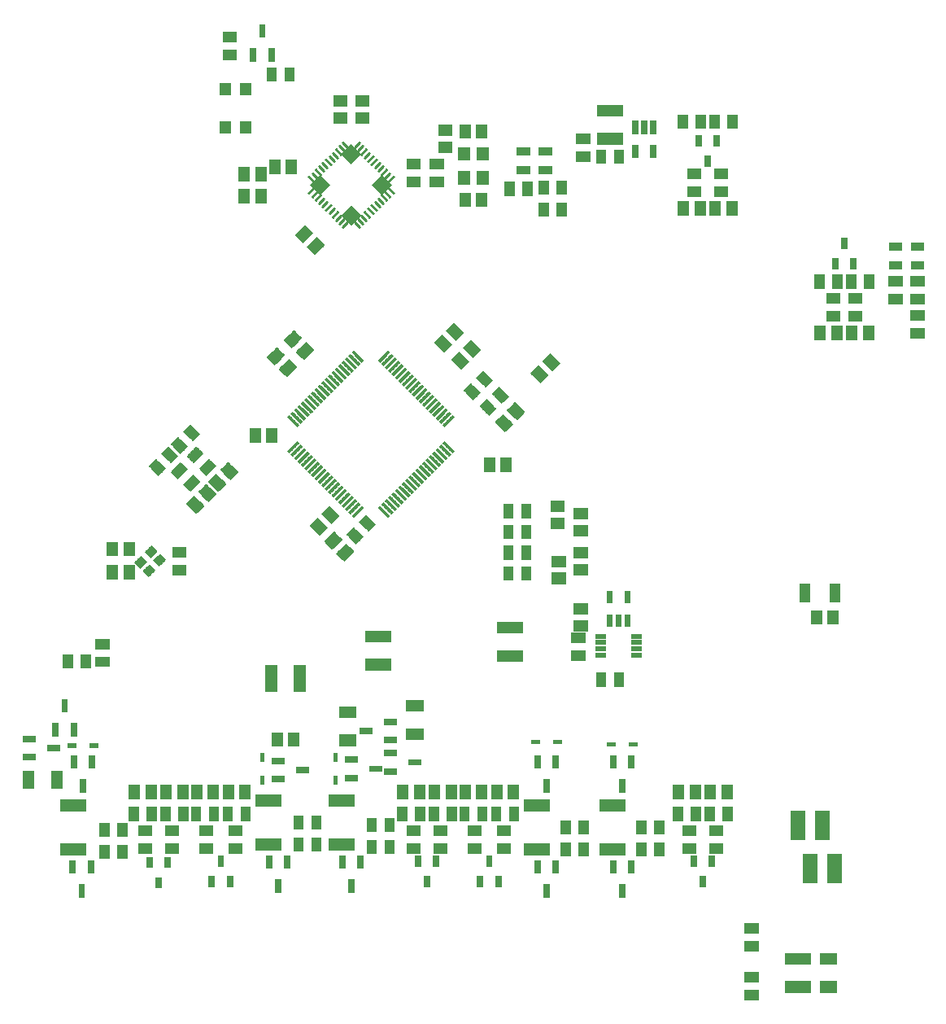
<source format=gtp>
G04 EAGLE Gerber RS-274X export*
G75*
%MOMM*%
%FSLAX34Y34*%
%LPD*%
%INSolderpaste Top*%
%IPPOS*%
%AMOC8*
5,1,8,0,0,1.08239X$1,22.5*%
G01*
G04 Define Apertures*
%ADD10C,0.049600*%
%ADD11C,0.046581*%
%ADD12C,0.046000*%
%ADD13C,0.050400*%
%ADD14C,0.267300*%
%ADD15R,1.500000X1.500000*%
%ADD16C,0.052425*%
%ADD17C,0.049247*%
%ADD18C,0.051047*%
%ADD19C,0.051559*%
%ADD20C,0.048975*%
%ADD21C,0.051994*%
%ADD22C,0.051706*%
%ADD23C,0.052153*%
%ADD24C,0.048000*%
%ADD25C,0.052578*%
%ADD26C,0.053234*%
%ADD27C,0.045000*%
D10*
X279102Y995538D02*
X279102Y982534D01*
X273398Y982534D01*
X273398Y995538D01*
X279102Y995538D01*
X279102Y983005D02*
X273398Y983005D01*
X273398Y983476D02*
X279102Y983476D01*
X279102Y983947D02*
X273398Y983947D01*
X273398Y984418D02*
X279102Y984418D01*
X279102Y984889D02*
X273398Y984889D01*
X273398Y985360D02*
X279102Y985360D01*
X279102Y985831D02*
X273398Y985831D01*
X273398Y986302D02*
X279102Y986302D01*
X279102Y986773D02*
X273398Y986773D01*
X273398Y987244D02*
X279102Y987244D01*
X279102Y987715D02*
X273398Y987715D01*
X273398Y988186D02*
X279102Y988186D01*
X279102Y988657D02*
X273398Y988657D01*
X273398Y989128D02*
X279102Y989128D01*
X279102Y989599D02*
X273398Y989599D01*
X273398Y990070D02*
X279102Y990070D01*
X279102Y990541D02*
X273398Y990541D01*
X273398Y991012D02*
X279102Y991012D01*
X279102Y991483D02*
X273398Y991483D01*
X273398Y991954D02*
X279102Y991954D01*
X279102Y992425D02*
X273398Y992425D01*
X273398Y992896D02*
X279102Y992896D01*
X279102Y993367D02*
X273398Y993367D01*
X273398Y993838D02*
X279102Y993838D01*
X279102Y994309D02*
X273398Y994309D01*
X273398Y994780D02*
X279102Y994780D01*
X279102Y995251D02*
X273398Y995251D01*
X298102Y995538D02*
X298102Y982534D01*
X292398Y982534D01*
X292398Y995538D01*
X298102Y995538D01*
X298102Y983005D02*
X292398Y983005D01*
X292398Y983476D02*
X298102Y983476D01*
X298102Y983947D02*
X292398Y983947D01*
X292398Y984418D02*
X298102Y984418D01*
X298102Y984889D02*
X292398Y984889D01*
X292398Y985360D02*
X298102Y985360D01*
X298102Y985831D02*
X292398Y985831D01*
X292398Y986302D02*
X298102Y986302D01*
X298102Y986773D02*
X292398Y986773D01*
X292398Y987244D02*
X298102Y987244D01*
X298102Y987715D02*
X292398Y987715D01*
X292398Y988186D02*
X298102Y988186D01*
X298102Y988657D02*
X292398Y988657D01*
X292398Y989128D02*
X298102Y989128D01*
X298102Y989599D02*
X292398Y989599D01*
X292398Y990070D02*
X298102Y990070D01*
X298102Y990541D02*
X292398Y990541D01*
X292398Y991012D02*
X298102Y991012D01*
X298102Y991483D02*
X292398Y991483D01*
X292398Y991954D02*
X298102Y991954D01*
X298102Y992425D02*
X292398Y992425D01*
X292398Y992896D02*
X298102Y992896D01*
X298102Y993367D02*
X292398Y993367D01*
X292398Y993838D02*
X298102Y993838D01*
X298102Y994309D02*
X292398Y994309D01*
X292398Y994780D02*
X298102Y994780D01*
X298102Y995251D02*
X292398Y995251D01*
X288602Y1007602D02*
X288602Y1020606D01*
X288602Y1007602D02*
X282898Y1007602D01*
X282898Y1020606D01*
X288602Y1020606D01*
X288602Y1008073D02*
X282898Y1008073D01*
X282898Y1008544D02*
X288602Y1008544D01*
X288602Y1009015D02*
X282898Y1009015D01*
X282898Y1009486D02*
X288602Y1009486D01*
X288602Y1009957D02*
X282898Y1009957D01*
X282898Y1010428D02*
X288602Y1010428D01*
X288602Y1010899D02*
X282898Y1010899D01*
X282898Y1011370D02*
X288602Y1011370D01*
X288602Y1011841D02*
X282898Y1011841D01*
X282898Y1012312D02*
X288602Y1012312D01*
X288602Y1012783D02*
X282898Y1012783D01*
X282898Y1013254D02*
X288602Y1013254D01*
X288602Y1013725D02*
X282898Y1013725D01*
X282898Y1014196D02*
X288602Y1014196D01*
X288602Y1014667D02*
X282898Y1014667D01*
X282898Y1015138D02*
X288602Y1015138D01*
X288602Y1015609D02*
X282898Y1015609D01*
X282898Y1016080D02*
X288602Y1016080D01*
X288602Y1016551D02*
X282898Y1016551D01*
X282898Y1017022D02*
X288602Y1017022D01*
X288602Y1017493D02*
X282898Y1017493D01*
X282898Y1017964D02*
X288602Y1017964D01*
X288602Y1018435D02*
X282898Y1018435D01*
X282898Y1018906D02*
X288602Y1018906D01*
X288602Y1019377D02*
X282898Y1019377D01*
X282898Y1019848D02*
X288602Y1019848D01*
X288602Y1020319D02*
X282898Y1020319D01*
D11*
X491116Y902227D02*
X502296Y902227D01*
X491116Y902227D02*
X491116Y916413D01*
X502296Y916413D01*
X502296Y902227D01*
X502296Y902670D02*
X491116Y902670D01*
X491116Y903113D02*
X502296Y903113D01*
X502296Y903556D02*
X491116Y903556D01*
X491116Y903999D02*
X502296Y903999D01*
X502296Y904442D02*
X491116Y904442D01*
X491116Y904885D02*
X502296Y904885D01*
X502296Y905328D02*
X491116Y905328D01*
X491116Y905771D02*
X502296Y905771D01*
X502296Y906214D02*
X491116Y906214D01*
X491116Y906657D02*
X502296Y906657D01*
X502296Y907100D02*
X491116Y907100D01*
X491116Y907543D02*
X502296Y907543D01*
X502296Y907986D02*
X491116Y907986D01*
X491116Y908429D02*
X502296Y908429D01*
X502296Y908872D02*
X491116Y908872D01*
X491116Y909315D02*
X502296Y909315D01*
X502296Y909758D02*
X491116Y909758D01*
X491116Y910201D02*
X502296Y910201D01*
X502296Y910644D02*
X491116Y910644D01*
X491116Y911087D02*
X502296Y911087D01*
X502296Y911530D02*
X491116Y911530D01*
X491116Y911973D02*
X502296Y911973D01*
X502296Y912416D02*
X491116Y912416D01*
X491116Y912859D02*
X502296Y912859D01*
X502296Y913302D02*
X491116Y913302D01*
X491116Y913745D02*
X502296Y913745D01*
X502296Y914188D02*
X491116Y914188D01*
X491116Y914631D02*
X502296Y914631D01*
X502296Y915074D02*
X491116Y915074D01*
X491116Y915517D02*
X502296Y915517D01*
X502296Y915960D02*
X491116Y915960D01*
X491116Y916403D02*
X502296Y916403D01*
X508624Y902227D02*
X519804Y902227D01*
X508624Y902227D02*
X508624Y916413D01*
X519804Y916413D01*
X519804Y902227D01*
X519804Y902670D02*
X508624Y902670D01*
X508624Y903113D02*
X519804Y903113D01*
X519804Y903556D02*
X508624Y903556D01*
X508624Y903999D02*
X519804Y903999D01*
X519804Y904442D02*
X508624Y904442D01*
X508624Y904885D02*
X519804Y904885D01*
X519804Y905328D02*
X508624Y905328D01*
X508624Y905771D02*
X519804Y905771D01*
X519804Y906214D02*
X508624Y906214D01*
X508624Y906657D02*
X519804Y906657D01*
X519804Y907100D02*
X508624Y907100D01*
X508624Y907543D02*
X519804Y907543D01*
X519804Y907986D02*
X508624Y907986D01*
X508624Y908429D02*
X519804Y908429D01*
X519804Y908872D02*
X508624Y908872D01*
X508624Y909315D02*
X519804Y909315D01*
X519804Y909758D02*
X508624Y909758D01*
X508624Y910201D02*
X519804Y910201D01*
X519804Y910644D02*
X508624Y910644D01*
X508624Y911087D02*
X519804Y911087D01*
X519804Y911530D02*
X508624Y911530D01*
X508624Y911973D02*
X519804Y911973D01*
X519804Y912416D02*
X508624Y912416D01*
X508624Y912859D02*
X519804Y912859D01*
X519804Y913302D02*
X508624Y913302D01*
X508624Y913745D02*
X519804Y913745D01*
X519804Y914188D02*
X508624Y914188D01*
X508624Y914631D02*
X519804Y914631D01*
X519804Y915074D02*
X508624Y915074D01*
X508624Y915517D02*
X519804Y915517D01*
X519804Y915960D02*
X508624Y915960D01*
X508624Y916403D02*
X519804Y916403D01*
X519804Y845293D02*
X508624Y845293D01*
X519804Y845293D02*
X519804Y831107D01*
X508624Y831107D01*
X508624Y845293D01*
X508624Y831550D02*
X519804Y831550D01*
X519804Y831993D02*
X508624Y831993D01*
X508624Y832436D02*
X519804Y832436D01*
X519804Y832879D02*
X508624Y832879D01*
X508624Y833322D02*
X519804Y833322D01*
X519804Y833765D02*
X508624Y833765D01*
X508624Y834208D02*
X519804Y834208D01*
X519804Y834651D02*
X508624Y834651D01*
X508624Y835094D02*
X519804Y835094D01*
X519804Y835537D02*
X508624Y835537D01*
X508624Y835980D02*
X519804Y835980D01*
X519804Y836423D02*
X508624Y836423D01*
X508624Y836866D02*
X519804Y836866D01*
X519804Y837309D02*
X508624Y837309D01*
X508624Y837752D02*
X519804Y837752D01*
X519804Y838195D02*
X508624Y838195D01*
X508624Y838638D02*
X519804Y838638D01*
X519804Y839081D02*
X508624Y839081D01*
X508624Y839524D02*
X519804Y839524D01*
X519804Y839967D02*
X508624Y839967D01*
X508624Y840410D02*
X519804Y840410D01*
X519804Y840853D02*
X508624Y840853D01*
X508624Y841296D02*
X519804Y841296D01*
X519804Y841739D02*
X508624Y841739D01*
X508624Y842182D02*
X519804Y842182D01*
X519804Y842625D02*
X508624Y842625D01*
X508624Y843068D02*
X519804Y843068D01*
X519804Y843511D02*
X508624Y843511D01*
X508624Y843954D02*
X519804Y843954D01*
X519804Y844397D02*
X508624Y844397D01*
X508624Y844840D02*
X519804Y844840D01*
X519804Y845283D02*
X508624Y845283D01*
X502296Y845293D02*
X491116Y845293D01*
X502296Y845293D02*
X502296Y831107D01*
X491116Y831107D01*
X491116Y845293D01*
X491116Y831550D02*
X502296Y831550D01*
X502296Y831993D02*
X491116Y831993D01*
X491116Y832436D02*
X502296Y832436D01*
X502296Y832879D02*
X491116Y832879D01*
X491116Y833322D02*
X502296Y833322D01*
X502296Y833765D02*
X491116Y833765D01*
X491116Y834208D02*
X502296Y834208D01*
X502296Y834651D02*
X491116Y834651D01*
X491116Y835094D02*
X502296Y835094D01*
X502296Y835537D02*
X491116Y835537D01*
X491116Y835980D02*
X502296Y835980D01*
X502296Y836423D02*
X491116Y836423D01*
X491116Y836866D02*
X502296Y836866D01*
X502296Y837309D02*
X491116Y837309D01*
X491116Y837752D02*
X502296Y837752D01*
X502296Y838195D02*
X491116Y838195D01*
X491116Y838638D02*
X502296Y838638D01*
X502296Y839081D02*
X491116Y839081D01*
X491116Y839524D02*
X502296Y839524D01*
X502296Y839967D02*
X491116Y839967D01*
X491116Y840410D02*
X502296Y840410D01*
X502296Y840853D02*
X491116Y840853D01*
X491116Y841296D02*
X502296Y841296D01*
X502296Y841739D02*
X491116Y841739D01*
X491116Y842182D02*
X502296Y842182D01*
X502296Y842625D02*
X491116Y842625D01*
X491116Y843068D02*
X502296Y843068D01*
X502296Y843511D02*
X491116Y843511D01*
X491116Y843954D02*
X502296Y843954D01*
X502296Y844397D02*
X491116Y844397D01*
X491116Y844840D02*
X502296Y844840D01*
X502296Y845283D02*
X491116Y845283D01*
X321684Y879583D02*
X310504Y879583D01*
X321684Y879583D02*
X321684Y865397D01*
X310504Y865397D01*
X310504Y879583D01*
X310504Y865840D02*
X321684Y865840D01*
X321684Y866283D02*
X310504Y866283D01*
X310504Y866726D02*
X321684Y866726D01*
X321684Y867169D02*
X310504Y867169D01*
X310504Y867612D02*
X321684Y867612D01*
X321684Y868055D02*
X310504Y868055D01*
X310504Y868498D02*
X321684Y868498D01*
X321684Y868941D02*
X310504Y868941D01*
X310504Y869384D02*
X321684Y869384D01*
X321684Y869827D02*
X310504Y869827D01*
X310504Y870270D02*
X321684Y870270D01*
X321684Y870713D02*
X310504Y870713D01*
X310504Y871156D02*
X321684Y871156D01*
X321684Y871599D02*
X310504Y871599D01*
X310504Y872042D02*
X321684Y872042D01*
X321684Y872485D02*
X310504Y872485D01*
X310504Y872928D02*
X321684Y872928D01*
X321684Y873371D02*
X310504Y873371D01*
X310504Y873814D02*
X321684Y873814D01*
X321684Y874257D02*
X310504Y874257D01*
X310504Y874700D02*
X321684Y874700D01*
X321684Y875143D02*
X310504Y875143D01*
X310504Y875586D02*
X321684Y875586D01*
X321684Y876029D02*
X310504Y876029D01*
X310504Y876472D02*
X321684Y876472D01*
X321684Y876915D02*
X310504Y876915D01*
X310504Y877358D02*
X321684Y877358D01*
X321684Y877801D02*
X310504Y877801D01*
X310504Y878244D02*
X321684Y878244D01*
X321684Y878687D02*
X310504Y878687D01*
X310504Y879130D02*
X321684Y879130D01*
X321684Y879573D02*
X310504Y879573D01*
X304176Y879583D02*
X292996Y879583D01*
X304176Y879583D02*
X304176Y865397D01*
X292996Y865397D01*
X292996Y879583D01*
X292996Y865840D02*
X304176Y865840D01*
X304176Y866283D02*
X292996Y866283D01*
X292996Y866726D02*
X304176Y866726D01*
X304176Y867169D02*
X292996Y867169D01*
X292996Y867612D02*
X304176Y867612D01*
X304176Y868055D02*
X292996Y868055D01*
X292996Y868498D02*
X304176Y868498D01*
X304176Y868941D02*
X292996Y868941D01*
X292996Y869384D02*
X304176Y869384D01*
X304176Y869827D02*
X292996Y869827D01*
X292996Y870270D02*
X304176Y870270D01*
X304176Y870713D02*
X292996Y870713D01*
X292996Y871156D02*
X304176Y871156D01*
X304176Y871599D02*
X292996Y871599D01*
X292996Y872042D02*
X304176Y872042D01*
X304176Y872485D02*
X292996Y872485D01*
X292996Y872928D02*
X304176Y872928D01*
X304176Y873371D02*
X292996Y873371D01*
X292996Y873814D02*
X304176Y873814D01*
X304176Y874257D02*
X292996Y874257D01*
X292996Y874700D02*
X304176Y874700D01*
X304176Y875143D02*
X292996Y875143D01*
X292996Y875586D02*
X304176Y875586D01*
X304176Y876029D02*
X292996Y876029D01*
X292996Y876472D02*
X304176Y876472D01*
X304176Y876915D02*
X292996Y876915D01*
X292996Y877358D02*
X304176Y877358D01*
X304176Y877801D02*
X292996Y877801D01*
X292996Y878244D02*
X304176Y878244D01*
X304176Y878687D02*
X292996Y878687D01*
X292996Y879130D02*
X304176Y879130D01*
X304176Y879573D02*
X292996Y879573D01*
X483343Y887356D02*
X483343Y898536D01*
X483343Y887356D02*
X469157Y887356D01*
X469157Y898536D01*
X483343Y898536D01*
X483343Y887799D02*
X469157Y887799D01*
X469157Y888242D02*
X483343Y888242D01*
X483343Y888685D02*
X469157Y888685D01*
X469157Y889128D02*
X483343Y889128D01*
X483343Y889571D02*
X469157Y889571D01*
X469157Y890014D02*
X483343Y890014D01*
X483343Y890457D02*
X469157Y890457D01*
X469157Y890900D02*
X483343Y890900D01*
X483343Y891343D02*
X469157Y891343D01*
X469157Y891786D02*
X483343Y891786D01*
X483343Y892229D02*
X469157Y892229D01*
X469157Y892672D02*
X483343Y892672D01*
X483343Y893115D02*
X469157Y893115D01*
X469157Y893558D02*
X483343Y893558D01*
X483343Y894001D02*
X469157Y894001D01*
X469157Y894444D02*
X483343Y894444D01*
X483343Y894887D02*
X469157Y894887D01*
X469157Y895330D02*
X483343Y895330D01*
X483343Y895773D02*
X469157Y895773D01*
X469157Y896216D02*
X483343Y896216D01*
X483343Y896659D02*
X469157Y896659D01*
X469157Y897102D02*
X483343Y897102D01*
X483343Y897545D02*
X469157Y897545D01*
X469157Y897988D02*
X483343Y897988D01*
X483343Y898431D02*
X469157Y898431D01*
X483343Y904864D02*
X483343Y916044D01*
X483343Y904864D02*
X469157Y904864D01*
X469157Y916044D01*
X483343Y916044D01*
X483343Y905307D02*
X469157Y905307D01*
X469157Y905750D02*
X483343Y905750D01*
X483343Y906193D02*
X469157Y906193D01*
X469157Y906636D02*
X483343Y906636D01*
X483343Y907079D02*
X469157Y907079D01*
X469157Y907522D02*
X483343Y907522D01*
X483343Y907965D02*
X469157Y907965D01*
X469157Y908408D02*
X483343Y908408D01*
X483343Y908851D02*
X469157Y908851D01*
X469157Y909294D02*
X483343Y909294D01*
X483343Y909737D02*
X469157Y909737D01*
X469157Y910180D02*
X483343Y910180D01*
X483343Y910623D02*
X469157Y910623D01*
X469157Y911066D02*
X483343Y911066D01*
X483343Y911509D02*
X469157Y911509D01*
X469157Y911952D02*
X483343Y911952D01*
X483343Y912395D02*
X469157Y912395D01*
X469157Y912838D02*
X483343Y912838D01*
X483343Y913281D02*
X469157Y913281D01*
X469157Y913724D02*
X483343Y913724D01*
X483343Y914167D02*
X469157Y914167D01*
X469157Y914610D02*
X483343Y914610D01*
X483343Y915053D02*
X469157Y915053D01*
X469157Y915496D02*
X483343Y915496D01*
X483343Y915939D02*
X469157Y915939D01*
X289934Y849103D02*
X278754Y849103D01*
X289934Y849103D02*
X289934Y834917D01*
X278754Y834917D01*
X278754Y849103D01*
X278754Y835360D02*
X289934Y835360D01*
X289934Y835803D02*
X278754Y835803D01*
X278754Y836246D02*
X289934Y836246D01*
X289934Y836689D02*
X278754Y836689D01*
X278754Y837132D02*
X289934Y837132D01*
X289934Y837575D02*
X278754Y837575D01*
X278754Y838018D02*
X289934Y838018D01*
X289934Y838461D02*
X278754Y838461D01*
X278754Y838904D02*
X289934Y838904D01*
X289934Y839347D02*
X278754Y839347D01*
X278754Y839790D02*
X289934Y839790D01*
X289934Y840233D02*
X278754Y840233D01*
X278754Y840676D02*
X289934Y840676D01*
X289934Y841119D02*
X278754Y841119D01*
X278754Y841562D02*
X289934Y841562D01*
X289934Y842005D02*
X278754Y842005D01*
X278754Y842448D02*
X289934Y842448D01*
X289934Y842891D02*
X278754Y842891D01*
X278754Y843334D02*
X289934Y843334D01*
X289934Y843777D02*
X278754Y843777D01*
X278754Y844220D02*
X289934Y844220D01*
X289934Y844663D02*
X278754Y844663D01*
X278754Y845106D02*
X289934Y845106D01*
X289934Y845549D02*
X278754Y845549D01*
X278754Y845992D02*
X289934Y845992D01*
X289934Y846435D02*
X278754Y846435D01*
X278754Y846878D02*
X289934Y846878D01*
X289934Y847321D02*
X278754Y847321D01*
X278754Y847764D02*
X289934Y847764D01*
X289934Y848207D02*
X278754Y848207D01*
X278754Y848650D02*
X289934Y848650D01*
X289934Y849093D02*
X278754Y849093D01*
X272426Y849103D02*
X261246Y849103D01*
X272426Y849103D02*
X272426Y834917D01*
X261246Y834917D01*
X261246Y849103D01*
X261246Y835360D02*
X272426Y835360D01*
X272426Y835803D02*
X261246Y835803D01*
X261246Y836246D02*
X272426Y836246D01*
X272426Y836689D02*
X261246Y836689D01*
X261246Y837132D02*
X272426Y837132D01*
X272426Y837575D02*
X261246Y837575D01*
X261246Y838018D02*
X272426Y838018D01*
X272426Y838461D02*
X261246Y838461D01*
X261246Y838904D02*
X272426Y838904D01*
X272426Y839347D02*
X261246Y839347D01*
X261246Y839790D02*
X272426Y839790D01*
X272426Y840233D02*
X261246Y840233D01*
X261246Y840676D02*
X272426Y840676D01*
X272426Y841119D02*
X261246Y841119D01*
X261246Y841562D02*
X272426Y841562D01*
X272426Y842005D02*
X261246Y842005D01*
X261246Y842448D02*
X272426Y842448D01*
X272426Y842891D02*
X261246Y842891D01*
X261246Y843334D02*
X272426Y843334D01*
X272426Y843777D02*
X261246Y843777D01*
X261246Y844220D02*
X272426Y844220D01*
X272426Y844663D02*
X261246Y844663D01*
X261246Y845106D02*
X272426Y845106D01*
X272426Y845549D02*
X261246Y845549D01*
X261246Y845992D02*
X272426Y845992D01*
X272426Y846435D02*
X261246Y846435D01*
X261246Y846878D02*
X272426Y846878D01*
X272426Y847321D02*
X261246Y847321D01*
X261246Y847764D02*
X272426Y847764D01*
X272426Y848207D02*
X261246Y848207D01*
X261246Y848650D02*
X272426Y848650D01*
X272426Y849093D02*
X261246Y849093D01*
X374123Y917836D02*
X374123Y929016D01*
X374123Y917836D02*
X359937Y917836D01*
X359937Y929016D01*
X374123Y929016D01*
X374123Y918279D02*
X359937Y918279D01*
X359937Y918722D02*
X374123Y918722D01*
X374123Y919165D02*
X359937Y919165D01*
X359937Y919608D02*
X374123Y919608D01*
X374123Y920051D02*
X359937Y920051D01*
X359937Y920494D02*
X374123Y920494D01*
X374123Y920937D02*
X359937Y920937D01*
X359937Y921380D02*
X374123Y921380D01*
X374123Y921823D02*
X359937Y921823D01*
X359937Y922266D02*
X374123Y922266D01*
X374123Y922709D02*
X359937Y922709D01*
X359937Y923152D02*
X374123Y923152D01*
X374123Y923595D02*
X359937Y923595D01*
X359937Y924038D02*
X374123Y924038D01*
X374123Y924481D02*
X359937Y924481D01*
X359937Y924924D02*
X374123Y924924D01*
X374123Y925367D02*
X359937Y925367D01*
X359937Y925810D02*
X374123Y925810D01*
X374123Y926253D02*
X359937Y926253D01*
X359937Y926696D02*
X374123Y926696D01*
X374123Y927139D02*
X359937Y927139D01*
X359937Y927582D02*
X374123Y927582D01*
X374123Y928025D02*
X359937Y928025D01*
X359937Y928468D02*
X374123Y928468D01*
X374123Y928911D02*
X359937Y928911D01*
X374123Y935344D02*
X374123Y946524D01*
X374123Y935344D02*
X359937Y935344D01*
X359937Y946524D01*
X374123Y946524D01*
X374123Y935787D02*
X359937Y935787D01*
X359937Y936230D02*
X374123Y936230D01*
X374123Y936673D02*
X359937Y936673D01*
X359937Y937116D02*
X374123Y937116D01*
X374123Y937559D02*
X359937Y937559D01*
X359937Y938002D02*
X374123Y938002D01*
X374123Y938445D02*
X359937Y938445D01*
X359937Y938888D02*
X374123Y938888D01*
X374123Y939331D02*
X359937Y939331D01*
X359937Y939774D02*
X374123Y939774D01*
X374123Y940217D02*
X359937Y940217D01*
X359937Y940660D02*
X374123Y940660D01*
X374123Y941103D02*
X359937Y941103D01*
X359937Y941546D02*
X374123Y941546D01*
X374123Y941989D02*
X359937Y941989D01*
X359937Y942432D02*
X374123Y942432D01*
X374123Y942875D02*
X359937Y942875D01*
X359937Y943318D02*
X374123Y943318D01*
X374123Y943761D02*
X359937Y943761D01*
X359937Y944204D02*
X374123Y944204D01*
X374123Y944647D02*
X359937Y944647D01*
X359937Y945090D02*
X374123Y945090D01*
X374123Y945533D02*
X359937Y945533D01*
X359937Y945976D02*
X374123Y945976D01*
X374123Y946419D02*
X359937Y946419D01*
D12*
X252830Y919470D02*
X252830Y907430D01*
X241790Y907430D01*
X241790Y919470D01*
X252830Y919470D01*
X252830Y907867D02*
X241790Y907867D01*
X241790Y908304D02*
X252830Y908304D01*
X252830Y908741D02*
X241790Y908741D01*
X241790Y909178D02*
X252830Y909178D01*
X252830Y909615D02*
X241790Y909615D01*
X241790Y910052D02*
X252830Y910052D01*
X252830Y910489D02*
X241790Y910489D01*
X241790Y910926D02*
X252830Y910926D01*
X252830Y911363D02*
X241790Y911363D01*
X241790Y911800D02*
X252830Y911800D01*
X252830Y912237D02*
X241790Y912237D01*
X241790Y912674D02*
X252830Y912674D01*
X252830Y913111D02*
X241790Y913111D01*
X241790Y913548D02*
X252830Y913548D01*
X252830Y913985D02*
X241790Y913985D01*
X241790Y914422D02*
X252830Y914422D01*
X252830Y914859D02*
X241790Y914859D01*
X241790Y915296D02*
X252830Y915296D01*
X252830Y915733D02*
X241790Y915733D01*
X241790Y916170D02*
X252830Y916170D01*
X252830Y916607D02*
X241790Y916607D01*
X241790Y917044D02*
X252830Y917044D01*
X252830Y917481D02*
X241790Y917481D01*
X241790Y917918D02*
X252830Y917918D01*
X252830Y918355D02*
X241790Y918355D01*
X241790Y918792D02*
X252830Y918792D01*
X252830Y919229D02*
X241790Y919229D01*
X273830Y919470D02*
X273830Y907430D01*
X262790Y907430D01*
X262790Y919470D01*
X273830Y919470D01*
X273830Y907867D02*
X262790Y907867D01*
X262790Y908304D02*
X273830Y908304D01*
X273830Y908741D02*
X262790Y908741D01*
X262790Y909178D02*
X273830Y909178D01*
X273830Y909615D02*
X262790Y909615D01*
X262790Y910052D02*
X273830Y910052D01*
X273830Y910489D02*
X262790Y910489D01*
X262790Y910926D02*
X273830Y910926D01*
X273830Y911363D02*
X262790Y911363D01*
X262790Y911800D02*
X273830Y911800D01*
X273830Y912237D02*
X262790Y912237D01*
X262790Y912674D02*
X273830Y912674D01*
X273830Y913111D02*
X262790Y913111D01*
X262790Y913548D02*
X273830Y913548D01*
X273830Y913985D02*
X262790Y913985D01*
X262790Y914422D02*
X273830Y914422D01*
X273830Y914859D02*
X262790Y914859D01*
X262790Y915296D02*
X273830Y915296D01*
X273830Y915733D02*
X262790Y915733D01*
X262790Y916170D02*
X273830Y916170D01*
X273830Y916607D02*
X262790Y916607D01*
X262790Y917044D02*
X273830Y917044D01*
X273830Y917481D02*
X262790Y917481D01*
X262790Y917918D02*
X273830Y917918D01*
X273830Y918355D02*
X262790Y918355D01*
X262790Y918792D02*
X273830Y918792D01*
X273830Y919229D02*
X262790Y919229D01*
X252830Y947430D02*
X252830Y959470D01*
X252830Y947430D02*
X241790Y947430D01*
X241790Y959470D01*
X252830Y959470D01*
X252830Y947867D02*
X241790Y947867D01*
X241790Y948304D02*
X252830Y948304D01*
X252830Y948741D02*
X241790Y948741D01*
X241790Y949178D02*
X252830Y949178D01*
X252830Y949615D02*
X241790Y949615D01*
X241790Y950052D02*
X252830Y950052D01*
X252830Y950489D02*
X241790Y950489D01*
X241790Y950926D02*
X252830Y950926D01*
X252830Y951363D02*
X241790Y951363D01*
X241790Y951800D02*
X252830Y951800D01*
X252830Y952237D02*
X241790Y952237D01*
X241790Y952674D02*
X252830Y952674D01*
X252830Y953111D02*
X241790Y953111D01*
X241790Y953548D02*
X252830Y953548D01*
X252830Y953985D02*
X241790Y953985D01*
X241790Y954422D02*
X252830Y954422D01*
X252830Y954859D02*
X241790Y954859D01*
X241790Y955296D02*
X252830Y955296D01*
X252830Y955733D02*
X241790Y955733D01*
X241790Y956170D02*
X252830Y956170D01*
X252830Y956607D02*
X241790Y956607D01*
X241790Y957044D02*
X252830Y957044D01*
X252830Y957481D02*
X241790Y957481D01*
X241790Y957918D02*
X252830Y957918D01*
X252830Y958355D02*
X241790Y958355D01*
X241790Y958792D02*
X252830Y958792D01*
X252830Y959229D02*
X241790Y959229D01*
X273830Y959470D02*
X273830Y947430D01*
X262790Y947430D01*
X262790Y959470D01*
X273830Y959470D01*
X273830Y947867D02*
X262790Y947867D01*
X262790Y948304D02*
X273830Y948304D01*
X273830Y948741D02*
X262790Y948741D01*
X262790Y949178D02*
X273830Y949178D01*
X273830Y949615D02*
X262790Y949615D01*
X262790Y950052D02*
X273830Y950052D01*
X273830Y950489D02*
X262790Y950489D01*
X262790Y950926D02*
X273830Y950926D01*
X273830Y951363D02*
X262790Y951363D01*
X262790Y951800D02*
X273830Y951800D01*
X273830Y952237D02*
X262790Y952237D01*
X262790Y952674D02*
X273830Y952674D01*
X273830Y953111D02*
X262790Y953111D01*
X262790Y953548D02*
X273830Y953548D01*
X273830Y953985D02*
X262790Y953985D01*
X262790Y954422D02*
X273830Y954422D01*
X273830Y954859D02*
X262790Y954859D01*
X262790Y955296D02*
X273830Y955296D01*
X273830Y955733D02*
X262790Y955733D01*
X262790Y956170D02*
X273830Y956170D01*
X273830Y956607D02*
X262790Y956607D01*
X262790Y957044D02*
X273830Y957044D01*
X273830Y957481D02*
X262790Y957481D01*
X262790Y957918D02*
X273830Y957918D01*
X273830Y958355D02*
X262790Y958355D01*
X262790Y958792D02*
X273830Y958792D01*
X273830Y959229D02*
X262790Y959229D01*
D13*
X489912Y892808D02*
X489912Y879712D01*
X489912Y892808D02*
X502008Y892808D01*
X502008Y879712D01*
X489912Y879712D01*
X489912Y880191D02*
X502008Y880191D01*
X502008Y880670D02*
X489912Y880670D01*
X489912Y881149D02*
X502008Y881149D01*
X502008Y881628D02*
X489912Y881628D01*
X489912Y882107D02*
X502008Y882107D01*
X502008Y882586D02*
X489912Y882586D01*
X489912Y883065D02*
X502008Y883065D01*
X502008Y883544D02*
X489912Y883544D01*
X489912Y884023D02*
X502008Y884023D01*
X502008Y884502D02*
X489912Y884502D01*
X489912Y884981D02*
X502008Y884981D01*
X502008Y885460D02*
X489912Y885460D01*
X489912Y885939D02*
X502008Y885939D01*
X502008Y886418D02*
X489912Y886418D01*
X489912Y886897D02*
X502008Y886897D01*
X502008Y887376D02*
X489912Y887376D01*
X489912Y887855D02*
X502008Y887855D01*
X502008Y888334D02*
X489912Y888334D01*
X489912Y888813D02*
X502008Y888813D01*
X502008Y889292D02*
X489912Y889292D01*
X489912Y889771D02*
X502008Y889771D01*
X502008Y890250D02*
X489912Y890250D01*
X489912Y890729D02*
X502008Y890729D01*
X502008Y891208D02*
X489912Y891208D01*
X489912Y891687D02*
X502008Y891687D01*
X502008Y892166D02*
X489912Y892166D01*
X489912Y892645D02*
X502008Y892645D01*
X489912Y867808D02*
X489912Y854712D01*
X489912Y867808D02*
X502008Y867808D01*
X502008Y854712D01*
X489912Y854712D01*
X489912Y855191D02*
X502008Y855191D01*
X502008Y855670D02*
X489912Y855670D01*
X489912Y856149D02*
X502008Y856149D01*
X502008Y856628D02*
X489912Y856628D01*
X489912Y857107D02*
X502008Y857107D01*
X502008Y857586D02*
X489912Y857586D01*
X489912Y858065D02*
X502008Y858065D01*
X502008Y858544D02*
X489912Y858544D01*
X489912Y859023D02*
X502008Y859023D01*
X502008Y859502D02*
X489912Y859502D01*
X489912Y859981D02*
X502008Y859981D01*
X502008Y860460D02*
X489912Y860460D01*
X489912Y860939D02*
X502008Y860939D01*
X502008Y861418D02*
X489912Y861418D01*
X489912Y861897D02*
X502008Y861897D01*
X502008Y862376D02*
X489912Y862376D01*
X489912Y862855D02*
X502008Y862855D01*
X502008Y863334D02*
X489912Y863334D01*
X489912Y863813D02*
X502008Y863813D01*
X502008Y864292D02*
X489912Y864292D01*
X489912Y864771D02*
X502008Y864771D01*
X502008Y865250D02*
X489912Y865250D01*
X489912Y865729D02*
X502008Y865729D01*
X502008Y866208D02*
X489912Y866208D01*
X489912Y866687D02*
X502008Y866687D01*
X502008Y867166D02*
X489912Y867166D01*
X489912Y867645D02*
X502008Y867645D01*
X508912Y867808D02*
X508912Y854712D01*
X508912Y867808D02*
X521008Y867808D01*
X521008Y854712D01*
X508912Y854712D01*
X508912Y855191D02*
X521008Y855191D01*
X521008Y855670D02*
X508912Y855670D01*
X508912Y856149D02*
X521008Y856149D01*
X521008Y856628D02*
X508912Y856628D01*
X508912Y857107D02*
X521008Y857107D01*
X521008Y857586D02*
X508912Y857586D01*
X508912Y858065D02*
X521008Y858065D01*
X521008Y858544D02*
X508912Y858544D01*
X508912Y859023D02*
X521008Y859023D01*
X521008Y859502D02*
X508912Y859502D01*
X508912Y859981D02*
X521008Y859981D01*
X521008Y860460D02*
X508912Y860460D01*
X508912Y860939D02*
X521008Y860939D01*
X521008Y861418D02*
X508912Y861418D01*
X508912Y861897D02*
X521008Y861897D01*
X521008Y862376D02*
X508912Y862376D01*
X508912Y862855D02*
X521008Y862855D01*
X521008Y863334D02*
X508912Y863334D01*
X508912Y863813D02*
X521008Y863813D01*
X521008Y864292D02*
X508912Y864292D01*
X508912Y864771D02*
X521008Y864771D01*
X521008Y865250D02*
X508912Y865250D01*
X508912Y865729D02*
X521008Y865729D01*
X521008Y866208D02*
X508912Y866208D01*
X508912Y866687D02*
X521008Y866687D01*
X521008Y867166D02*
X508912Y867166D01*
X508912Y867645D02*
X521008Y867645D01*
X508912Y879712D02*
X508912Y892808D01*
X521008Y892808D01*
X521008Y879712D01*
X508912Y879712D01*
X508912Y880191D02*
X521008Y880191D01*
X521008Y880670D02*
X508912Y880670D01*
X508912Y881149D02*
X521008Y881149D01*
X521008Y881628D02*
X508912Y881628D01*
X508912Y882107D02*
X521008Y882107D01*
X521008Y882586D02*
X508912Y882586D01*
X508912Y883065D02*
X521008Y883065D01*
X521008Y883544D02*
X508912Y883544D01*
X508912Y884023D02*
X521008Y884023D01*
X521008Y884502D02*
X508912Y884502D01*
X508912Y884981D02*
X521008Y884981D01*
X521008Y885460D02*
X508912Y885460D01*
X508912Y885939D02*
X521008Y885939D01*
X521008Y886418D02*
X508912Y886418D01*
X508912Y886897D02*
X521008Y886897D01*
X521008Y887376D02*
X508912Y887376D01*
X508912Y887855D02*
X521008Y887855D01*
X521008Y888334D02*
X508912Y888334D01*
X508912Y888813D02*
X521008Y888813D01*
X521008Y889292D02*
X508912Y889292D01*
X508912Y889771D02*
X521008Y889771D01*
X521008Y890250D02*
X508912Y890250D01*
X508912Y890729D02*
X521008Y890729D01*
X521008Y891208D02*
X508912Y891208D01*
X508912Y891687D02*
X521008Y891687D01*
X521008Y892166D02*
X508912Y892166D01*
X508912Y892645D02*
X521008Y892645D01*
D14*
X339657Y849992D02*
X334393Y844728D01*
X334393Y844728D01*
X339657Y849992D01*
X339657Y849992D01*
X336932Y847267D02*
X336932Y847267D01*
X339471Y849806D02*
X339471Y849806D01*
X343192Y846457D02*
X337928Y841193D01*
X337928Y841193D01*
X343192Y846457D01*
X343192Y846457D01*
X340467Y843732D02*
X340467Y843732D01*
X343006Y846271D02*
X343006Y846271D01*
X346728Y842921D02*
X341464Y837657D01*
X341464Y837657D01*
X346728Y842921D01*
X346728Y842921D01*
X344003Y840196D02*
X344003Y840196D01*
X346542Y842735D02*
X346542Y842735D01*
X350264Y839386D02*
X345000Y834122D01*
X345000Y834122D01*
X350264Y839386D01*
X350264Y839386D01*
X347539Y836661D02*
X347539Y836661D01*
X350078Y839200D02*
X350078Y839200D01*
X353799Y835850D02*
X348535Y830586D01*
X348535Y830586D01*
X353799Y835850D01*
X353799Y835850D01*
X351074Y833125D02*
X351074Y833125D01*
X353613Y835664D02*
X353613Y835664D01*
X357335Y832315D02*
X352071Y827051D01*
X352071Y827051D01*
X357335Y832315D01*
X357335Y832315D01*
X354610Y829590D02*
X354610Y829590D01*
X357149Y832129D02*
X357149Y832129D01*
X360870Y828779D02*
X355606Y823515D01*
X355606Y823515D01*
X360870Y828779D01*
X360870Y828779D01*
X358145Y826054D02*
X358145Y826054D01*
X360684Y828593D02*
X360684Y828593D01*
X364406Y825244D02*
X359142Y819980D01*
X359142Y819980D01*
X364406Y825244D01*
X364406Y825244D01*
X361681Y822519D02*
X361681Y822519D01*
X364220Y825058D02*
X364220Y825058D01*
X367941Y821708D02*
X362677Y816444D01*
X362677Y816444D01*
X367941Y821708D01*
X367941Y821708D01*
X365216Y818983D02*
X365216Y818983D01*
X367755Y821522D02*
X367755Y821522D01*
X371477Y818172D02*
X366213Y812908D01*
X366213Y812908D01*
X371477Y818172D01*
X371477Y818172D01*
X368752Y815447D02*
X368752Y815447D01*
X371291Y817986D02*
X371291Y817986D01*
X375012Y814637D02*
X369748Y809373D01*
X369748Y809373D01*
X375012Y814637D01*
X375012Y814637D01*
X372287Y811912D02*
X372287Y811912D01*
X374826Y814451D02*
X374826Y814451D01*
X381908Y814637D02*
X387172Y809373D01*
X387172Y809373D01*
X381908Y814637D01*
X381908Y814637D01*
X384633Y811912D02*
X384633Y811912D01*
X382094Y814451D02*
X382094Y814451D01*
X385443Y818172D02*
X390707Y812908D01*
X390707Y812908D01*
X385443Y818172D01*
X385443Y818172D01*
X388168Y815447D02*
X388168Y815447D01*
X385629Y817986D02*
X385629Y817986D01*
X388979Y821708D02*
X394243Y816444D01*
X394243Y816444D01*
X388979Y821708D01*
X388979Y821708D01*
X391704Y818983D02*
X391704Y818983D01*
X389165Y821522D02*
X389165Y821522D01*
X392514Y825244D02*
X397778Y819980D01*
X397778Y819980D01*
X392514Y825244D01*
X392514Y825244D01*
X395239Y822519D02*
X395239Y822519D01*
X392700Y825058D02*
X392700Y825058D01*
X396050Y828779D02*
X401314Y823515D01*
X401314Y823515D01*
X396050Y828779D01*
X396050Y828779D01*
X398775Y826054D02*
X398775Y826054D01*
X396236Y828593D02*
X396236Y828593D01*
X399585Y832315D02*
X404849Y827051D01*
X404849Y827051D01*
X399585Y832315D01*
X399585Y832315D01*
X402310Y829590D02*
X402310Y829590D01*
X399771Y832129D02*
X399771Y832129D01*
X403121Y835850D02*
X408385Y830586D01*
X408385Y830586D01*
X403121Y835850D01*
X403121Y835850D01*
X405846Y833125D02*
X405846Y833125D01*
X403307Y835664D02*
X403307Y835664D01*
X406656Y839386D02*
X411920Y834122D01*
X411920Y834122D01*
X406656Y839386D01*
X406656Y839386D01*
X409381Y836661D02*
X409381Y836661D01*
X406842Y839200D02*
X406842Y839200D01*
X410192Y842921D02*
X415456Y837657D01*
X415456Y837657D01*
X410192Y842921D01*
X410192Y842921D01*
X412917Y840196D02*
X412917Y840196D01*
X410378Y842735D02*
X410378Y842735D01*
X413728Y846457D02*
X418992Y841193D01*
X418992Y841193D01*
X413728Y846457D01*
X413728Y846457D01*
X416453Y843732D02*
X416453Y843732D01*
X413914Y846271D02*
X413914Y846271D01*
X417263Y849992D02*
X422527Y844728D01*
X422527Y844728D01*
X417263Y849992D01*
X417263Y849992D01*
X419988Y847267D02*
X419988Y847267D01*
X417449Y849806D02*
X417449Y849806D01*
X417263Y856888D02*
X422527Y862152D01*
X417263Y856888D02*
X417263Y856888D01*
X422527Y862152D01*
X422527Y862152D01*
X419802Y859427D02*
X419802Y859427D01*
X422341Y861966D02*
X422341Y861966D01*
X418992Y865687D02*
X413728Y860423D01*
X413728Y860423D01*
X418992Y865687D01*
X418992Y865687D01*
X416267Y862962D02*
X416267Y862962D01*
X418806Y865501D02*
X418806Y865501D01*
X415456Y869223D02*
X410192Y863959D01*
X410192Y863959D01*
X415456Y869223D01*
X415456Y869223D01*
X412731Y866498D02*
X412731Y866498D01*
X415270Y869037D02*
X415270Y869037D01*
X411920Y872758D02*
X406656Y867494D01*
X406656Y867494D01*
X411920Y872758D01*
X411920Y872758D01*
X409195Y870033D02*
X409195Y870033D01*
X411734Y872572D02*
X411734Y872572D01*
X408385Y876294D02*
X403121Y871030D01*
X403121Y871030D01*
X408385Y876294D01*
X408385Y876294D01*
X405660Y873569D02*
X405660Y873569D01*
X408199Y876108D02*
X408199Y876108D01*
X404849Y879829D02*
X399585Y874565D01*
X399585Y874565D01*
X404849Y879829D01*
X404849Y879829D01*
X402124Y877104D02*
X402124Y877104D01*
X404663Y879643D02*
X404663Y879643D01*
X401314Y883365D02*
X396050Y878101D01*
X396050Y878101D01*
X401314Y883365D01*
X401314Y883365D01*
X398589Y880640D02*
X398589Y880640D01*
X401128Y883179D02*
X401128Y883179D01*
X397778Y886900D02*
X392514Y881636D01*
X392514Y881636D01*
X397778Y886900D01*
X397778Y886900D01*
X395053Y884175D02*
X395053Y884175D01*
X397592Y886714D02*
X397592Y886714D01*
X394243Y890436D02*
X388979Y885172D01*
X388979Y885172D01*
X394243Y890436D01*
X394243Y890436D01*
X391518Y887711D02*
X391518Y887711D01*
X394057Y890250D02*
X394057Y890250D01*
X390707Y893972D02*
X385443Y888708D01*
X385443Y888708D01*
X390707Y893972D01*
X390707Y893972D01*
X387982Y891247D02*
X387982Y891247D01*
X390521Y893786D02*
X390521Y893786D01*
X387172Y897507D02*
X381908Y892243D01*
X381908Y892243D01*
X387172Y897507D01*
X387172Y897507D01*
X384447Y894782D02*
X384447Y894782D01*
X386986Y897321D02*
X386986Y897321D01*
X375012Y892243D02*
X369748Y897507D01*
X375012Y892243D02*
X375012Y892243D01*
X369748Y897507D01*
X369748Y897507D01*
X372473Y894782D02*
X372473Y894782D01*
X369934Y897321D02*
X369934Y897321D01*
X366213Y893972D02*
X371477Y888708D01*
X371477Y888708D01*
X366213Y893972D01*
X366213Y893972D01*
X368938Y891247D02*
X368938Y891247D01*
X366399Y893786D02*
X366399Y893786D01*
X362677Y890436D02*
X367941Y885172D01*
X367941Y885172D01*
X362677Y890436D01*
X362677Y890436D01*
X365402Y887711D02*
X365402Y887711D01*
X362863Y890250D02*
X362863Y890250D01*
X359142Y886900D02*
X364406Y881636D01*
X364406Y881636D01*
X359142Y886900D01*
X359142Y886900D01*
X361867Y884175D02*
X361867Y884175D01*
X359328Y886714D02*
X359328Y886714D01*
X355606Y883365D02*
X360870Y878101D01*
X360870Y878101D01*
X355606Y883365D01*
X355606Y883365D01*
X358331Y880640D02*
X358331Y880640D01*
X355792Y883179D02*
X355792Y883179D01*
X352071Y879829D02*
X357335Y874565D01*
X357335Y874565D01*
X352071Y879829D01*
X352071Y879829D01*
X354796Y877104D02*
X354796Y877104D01*
X352257Y879643D02*
X352257Y879643D01*
X348535Y876294D02*
X353799Y871030D01*
X353799Y871030D01*
X348535Y876294D01*
X348535Y876294D01*
X351260Y873569D02*
X351260Y873569D01*
X348721Y876108D02*
X348721Y876108D01*
X345000Y872758D02*
X350264Y867494D01*
X350264Y867494D01*
X345000Y872758D01*
X345000Y872758D01*
X347725Y870033D02*
X347725Y870033D01*
X345186Y872572D02*
X345186Y872572D01*
X341464Y869223D02*
X346728Y863959D01*
X346728Y863959D01*
X341464Y869223D01*
X341464Y869223D01*
X344189Y866498D02*
X344189Y866498D01*
X341650Y869037D02*
X341650Y869037D01*
X337928Y865687D02*
X343192Y860423D01*
X343192Y860423D01*
X337928Y865687D01*
X337928Y865687D01*
X340653Y862962D02*
X340653Y862962D01*
X338114Y865501D02*
X338114Y865501D01*
X334393Y862152D02*
X339657Y856888D01*
X339657Y856888D01*
X334393Y862152D01*
X334393Y862152D01*
X337118Y859427D02*
X337118Y859427D01*
X334579Y861966D02*
X334579Y861966D01*
D15*
G36*
X389066Y821620D02*
X378460Y811014D01*
X367854Y821620D01*
X378460Y832226D01*
X389066Y821620D01*
G37*
G36*
X420886Y853440D02*
X410280Y842834D01*
X399674Y853440D01*
X410280Y864046D01*
X420886Y853440D01*
G37*
G36*
X357246Y853440D02*
X346640Y842834D01*
X336034Y853440D01*
X346640Y864046D01*
X357246Y853440D01*
G37*
G36*
X389066Y885260D02*
X378460Y874654D01*
X367854Y885260D01*
X378460Y895866D01*
X389066Y885260D01*
G37*
D11*
X320122Y801418D02*
X328028Y793512D01*
X320122Y801418D02*
X330152Y811448D01*
X338058Y803542D01*
X328028Y793512D01*
X328471Y793955D02*
X327585Y793955D01*
X327142Y794398D02*
X328914Y794398D01*
X329357Y794841D02*
X326699Y794841D01*
X326256Y795284D02*
X329800Y795284D01*
X330243Y795727D02*
X325813Y795727D01*
X325370Y796170D02*
X330686Y796170D01*
X331129Y796613D02*
X324927Y796613D01*
X324484Y797056D02*
X331572Y797056D01*
X332015Y797499D02*
X324041Y797499D01*
X323598Y797942D02*
X332458Y797942D01*
X332901Y798385D02*
X323155Y798385D01*
X322712Y798828D02*
X333344Y798828D01*
X333787Y799271D02*
X322269Y799271D01*
X321826Y799714D02*
X334230Y799714D01*
X334673Y800157D02*
X321383Y800157D01*
X320940Y800600D02*
X335116Y800600D01*
X335559Y801043D02*
X320497Y801043D01*
X320190Y801486D02*
X336002Y801486D01*
X336445Y801929D02*
X320633Y801929D01*
X321076Y802372D02*
X336888Y802372D01*
X337331Y802815D02*
X321519Y802815D01*
X321962Y803258D02*
X337774Y803258D01*
X337899Y803701D02*
X322405Y803701D01*
X322848Y804144D02*
X337456Y804144D01*
X337013Y804587D02*
X323291Y804587D01*
X323734Y805030D02*
X336570Y805030D01*
X336127Y805473D02*
X324177Y805473D01*
X324620Y805916D02*
X335684Y805916D01*
X335241Y806359D02*
X325063Y806359D01*
X325506Y806802D02*
X334798Y806802D01*
X334355Y807245D02*
X325949Y807245D01*
X326392Y807688D02*
X333912Y807688D01*
X333469Y808131D02*
X326835Y808131D01*
X327278Y808574D02*
X333026Y808574D01*
X332583Y809017D02*
X327721Y809017D01*
X328164Y809460D02*
X332140Y809460D01*
X331697Y809903D02*
X328607Y809903D01*
X329050Y810346D02*
X331254Y810346D01*
X330811Y810789D02*
X329493Y810789D01*
X329936Y811232D02*
X330368Y811232D01*
X332502Y789038D02*
X340408Y781132D01*
X332502Y789038D02*
X342532Y799068D01*
X350438Y791162D01*
X340408Y781132D01*
X340851Y781575D02*
X339965Y781575D01*
X339522Y782018D02*
X341294Y782018D01*
X341737Y782461D02*
X339079Y782461D01*
X338636Y782904D02*
X342180Y782904D01*
X342623Y783347D02*
X338193Y783347D01*
X337750Y783790D02*
X343066Y783790D01*
X343509Y784233D02*
X337307Y784233D01*
X336864Y784676D02*
X343952Y784676D01*
X344395Y785119D02*
X336421Y785119D01*
X335978Y785562D02*
X344838Y785562D01*
X345281Y786005D02*
X335535Y786005D01*
X335092Y786448D02*
X345724Y786448D01*
X346167Y786891D02*
X334649Y786891D01*
X334206Y787334D02*
X346610Y787334D01*
X347053Y787777D02*
X333763Y787777D01*
X333320Y788220D02*
X347496Y788220D01*
X347939Y788663D02*
X332877Y788663D01*
X332570Y789106D02*
X348382Y789106D01*
X348825Y789549D02*
X333013Y789549D01*
X333456Y789992D02*
X349268Y789992D01*
X349711Y790435D02*
X333899Y790435D01*
X334342Y790878D02*
X350154Y790878D01*
X350279Y791321D02*
X334785Y791321D01*
X335228Y791764D02*
X349836Y791764D01*
X349393Y792207D02*
X335671Y792207D01*
X336114Y792650D02*
X348950Y792650D01*
X348507Y793093D02*
X336557Y793093D01*
X337000Y793536D02*
X348064Y793536D01*
X347621Y793979D02*
X337443Y793979D01*
X337886Y794422D02*
X347178Y794422D01*
X346735Y794865D02*
X338329Y794865D01*
X338772Y795308D02*
X346292Y795308D01*
X345849Y795751D02*
X339215Y795751D01*
X339658Y796194D02*
X345406Y796194D01*
X344963Y796637D02*
X340101Y796637D01*
X340544Y797080D02*
X344520Y797080D01*
X344077Y797523D02*
X340987Y797523D01*
X341430Y797966D02*
X343634Y797966D01*
X343191Y798409D02*
X341873Y798409D01*
X342316Y798852D02*
X342748Y798852D01*
D10*
X105708Y260336D02*
X105708Y247332D01*
X105708Y260336D02*
X111412Y260336D01*
X111412Y247332D01*
X105708Y247332D01*
X105708Y247803D02*
X111412Y247803D01*
X111412Y248274D02*
X105708Y248274D01*
X105708Y248745D02*
X111412Y248745D01*
X111412Y249216D02*
X105708Y249216D01*
X105708Y249687D02*
X111412Y249687D01*
X111412Y250158D02*
X105708Y250158D01*
X105708Y250629D02*
X111412Y250629D01*
X111412Y251100D02*
X105708Y251100D01*
X105708Y251571D02*
X111412Y251571D01*
X111412Y252042D02*
X105708Y252042D01*
X105708Y252513D02*
X111412Y252513D01*
X111412Y252984D02*
X105708Y252984D01*
X105708Y253455D02*
X111412Y253455D01*
X111412Y253926D02*
X105708Y253926D01*
X105708Y254397D02*
X111412Y254397D01*
X111412Y254868D02*
X105708Y254868D01*
X105708Y255339D02*
X111412Y255339D01*
X111412Y255810D02*
X105708Y255810D01*
X105708Y256281D02*
X111412Y256281D01*
X111412Y256752D02*
X105708Y256752D01*
X105708Y257223D02*
X111412Y257223D01*
X111412Y257694D02*
X105708Y257694D01*
X105708Y258165D02*
X111412Y258165D01*
X111412Y258636D02*
X105708Y258636D01*
X105708Y259107D02*
X111412Y259107D01*
X111412Y259578D02*
X105708Y259578D01*
X105708Y260049D02*
X111412Y260049D01*
X86708Y260336D02*
X86708Y247332D01*
X86708Y260336D02*
X92412Y260336D01*
X92412Y247332D01*
X86708Y247332D01*
X86708Y247803D02*
X92412Y247803D01*
X92412Y248274D02*
X86708Y248274D01*
X86708Y248745D02*
X92412Y248745D01*
X92412Y249216D02*
X86708Y249216D01*
X86708Y249687D02*
X92412Y249687D01*
X92412Y250158D02*
X86708Y250158D01*
X86708Y250629D02*
X92412Y250629D01*
X92412Y251100D02*
X86708Y251100D01*
X86708Y251571D02*
X92412Y251571D01*
X92412Y252042D02*
X86708Y252042D01*
X86708Y252513D02*
X92412Y252513D01*
X92412Y252984D02*
X86708Y252984D01*
X86708Y253455D02*
X92412Y253455D01*
X92412Y253926D02*
X86708Y253926D01*
X86708Y254397D02*
X92412Y254397D01*
X92412Y254868D02*
X86708Y254868D01*
X86708Y255339D02*
X92412Y255339D01*
X92412Y255810D02*
X86708Y255810D01*
X86708Y256281D02*
X92412Y256281D01*
X92412Y256752D02*
X86708Y256752D01*
X86708Y257223D02*
X92412Y257223D01*
X92412Y257694D02*
X86708Y257694D01*
X86708Y258165D02*
X92412Y258165D01*
X92412Y258636D02*
X86708Y258636D01*
X86708Y259107D02*
X92412Y259107D01*
X92412Y259578D02*
X86708Y259578D01*
X86708Y260049D02*
X92412Y260049D01*
X96208Y235268D02*
X96208Y222264D01*
X96208Y235268D02*
X101912Y235268D01*
X101912Y222264D01*
X96208Y222264D01*
X96208Y222735D02*
X101912Y222735D01*
X101912Y223206D02*
X96208Y223206D01*
X96208Y223677D02*
X101912Y223677D01*
X101912Y224148D02*
X96208Y224148D01*
X96208Y224619D02*
X101912Y224619D01*
X101912Y225090D02*
X96208Y225090D01*
X96208Y225561D02*
X101912Y225561D01*
X101912Y226032D02*
X96208Y226032D01*
X96208Y226503D02*
X101912Y226503D01*
X101912Y226974D02*
X96208Y226974D01*
X96208Y227445D02*
X101912Y227445D01*
X101912Y227916D02*
X96208Y227916D01*
X96208Y228387D02*
X101912Y228387D01*
X101912Y228858D02*
X96208Y228858D01*
X96208Y229329D02*
X101912Y229329D01*
X101912Y229800D02*
X96208Y229800D01*
X96208Y230271D02*
X101912Y230271D01*
X101912Y230742D02*
X96208Y230742D01*
X96208Y231213D02*
X101912Y231213D01*
X101912Y231684D02*
X96208Y231684D01*
X96208Y232155D02*
X101912Y232155D01*
X101912Y232626D02*
X96208Y232626D01*
X96208Y233097D02*
X101912Y233097D01*
X101912Y233568D02*
X96208Y233568D01*
X96208Y234039D02*
X101912Y234039D01*
X101912Y234510D02*
X96208Y234510D01*
X96208Y234981D02*
X101912Y234981D01*
D11*
X47986Y226107D02*
X36806Y226107D01*
X36806Y243793D01*
X47986Y243793D01*
X47986Y226107D01*
X47986Y226550D02*
X36806Y226550D01*
X36806Y226993D02*
X47986Y226993D01*
X47986Y227436D02*
X36806Y227436D01*
X36806Y227879D02*
X47986Y227879D01*
X47986Y228322D02*
X36806Y228322D01*
X36806Y228765D02*
X47986Y228765D01*
X47986Y229208D02*
X36806Y229208D01*
X36806Y229651D02*
X47986Y229651D01*
X47986Y230094D02*
X36806Y230094D01*
X36806Y230537D02*
X47986Y230537D01*
X47986Y230980D02*
X36806Y230980D01*
X36806Y231423D02*
X47986Y231423D01*
X47986Y231866D02*
X36806Y231866D01*
X36806Y232309D02*
X47986Y232309D01*
X47986Y232752D02*
X36806Y232752D01*
X36806Y233195D02*
X47986Y233195D01*
X47986Y233638D02*
X36806Y233638D01*
X36806Y234081D02*
X47986Y234081D01*
X47986Y234524D02*
X36806Y234524D01*
X36806Y234967D02*
X47986Y234967D01*
X47986Y235410D02*
X36806Y235410D01*
X36806Y235853D02*
X47986Y235853D01*
X47986Y236296D02*
X36806Y236296D01*
X36806Y236739D02*
X47986Y236739D01*
X47986Y237182D02*
X36806Y237182D01*
X36806Y237625D02*
X47986Y237625D01*
X47986Y238068D02*
X36806Y238068D01*
X36806Y238511D02*
X47986Y238511D01*
X47986Y238954D02*
X36806Y238954D01*
X36806Y239397D02*
X47986Y239397D01*
X47986Y239840D02*
X36806Y239840D01*
X36806Y240283D02*
X47986Y240283D01*
X47986Y240726D02*
X36806Y240726D01*
X36806Y241169D02*
X47986Y241169D01*
X47986Y241612D02*
X36806Y241612D01*
X36806Y242055D02*
X47986Y242055D01*
X47986Y242498D02*
X36806Y242498D01*
X36806Y242941D02*
X47986Y242941D01*
X47986Y243384D02*
X36806Y243384D01*
X66314Y226107D02*
X77494Y226107D01*
X66314Y226107D02*
X66314Y243793D01*
X77494Y243793D01*
X77494Y226107D01*
X77494Y226550D02*
X66314Y226550D01*
X66314Y226993D02*
X77494Y226993D01*
X77494Y227436D02*
X66314Y227436D01*
X66314Y227879D02*
X77494Y227879D01*
X77494Y228322D02*
X66314Y228322D01*
X66314Y228765D02*
X77494Y228765D01*
X77494Y229208D02*
X66314Y229208D01*
X66314Y229651D02*
X77494Y229651D01*
X77494Y230094D02*
X66314Y230094D01*
X66314Y230537D02*
X77494Y230537D01*
X77494Y230980D02*
X66314Y230980D01*
X66314Y231423D02*
X77494Y231423D01*
X77494Y231866D02*
X66314Y231866D01*
X66314Y232309D02*
X77494Y232309D01*
X77494Y232752D02*
X66314Y232752D01*
X66314Y233195D02*
X77494Y233195D01*
X77494Y233638D02*
X66314Y233638D01*
X66314Y234081D02*
X77494Y234081D01*
X77494Y234524D02*
X66314Y234524D01*
X66314Y234967D02*
X77494Y234967D01*
X77494Y235410D02*
X66314Y235410D01*
X66314Y235853D02*
X77494Y235853D01*
X77494Y236296D02*
X66314Y236296D01*
X66314Y236739D02*
X77494Y236739D01*
X77494Y237182D02*
X66314Y237182D01*
X66314Y237625D02*
X77494Y237625D01*
X77494Y238068D02*
X66314Y238068D01*
X66314Y238511D02*
X77494Y238511D01*
X77494Y238954D02*
X66314Y238954D01*
X66314Y239397D02*
X77494Y239397D01*
X77494Y239840D02*
X66314Y239840D01*
X66314Y240283D02*
X77494Y240283D01*
X77494Y240726D02*
X66314Y240726D01*
X66314Y241169D02*
X77494Y241169D01*
X77494Y241612D02*
X66314Y241612D01*
X66314Y242055D02*
X77494Y242055D01*
X77494Y242498D02*
X66314Y242498D01*
X66314Y242941D02*
X77494Y242941D01*
X77494Y243384D02*
X66314Y243384D01*
D16*
X83164Y268588D02*
X91542Y268588D01*
X83164Y268588D02*
X83164Y272432D01*
X91542Y272432D01*
X91542Y268588D01*
X91542Y269086D02*
X83164Y269086D01*
X83164Y269584D02*
X91542Y269584D01*
X91542Y270082D02*
X83164Y270082D01*
X83164Y270580D02*
X91542Y270580D01*
X91542Y271078D02*
X83164Y271078D01*
X83164Y271576D02*
X91542Y271576D01*
X91542Y272074D02*
X83164Y272074D01*
X106578Y268588D02*
X114956Y268588D01*
X106578Y268588D02*
X106578Y272432D01*
X114956Y272432D01*
X114956Y268588D01*
X114956Y269086D02*
X106578Y269086D01*
X106578Y269584D02*
X114956Y269584D01*
X114956Y270082D02*
X106578Y270082D01*
X106578Y270580D02*
X114956Y270580D01*
X114956Y271078D02*
X106578Y271078D01*
X106578Y271576D02*
X114956Y271576D01*
X114956Y272074D02*
X106578Y272074D01*
D10*
X295924Y251758D02*
X308928Y251758D01*
X295924Y251758D02*
X295924Y257462D01*
X308928Y257462D01*
X308928Y251758D01*
X308928Y252229D02*
X295924Y252229D01*
X295924Y252700D02*
X308928Y252700D01*
X308928Y253171D02*
X295924Y253171D01*
X295924Y253642D02*
X308928Y253642D01*
X308928Y254113D02*
X295924Y254113D01*
X295924Y254584D02*
X308928Y254584D01*
X308928Y255055D02*
X295924Y255055D01*
X295924Y255526D02*
X308928Y255526D01*
X308928Y255997D02*
X295924Y255997D01*
X295924Y256468D02*
X308928Y256468D01*
X308928Y256939D02*
X295924Y256939D01*
X295924Y257410D02*
X308928Y257410D01*
X308928Y232758D02*
X295924Y232758D01*
X295924Y238462D01*
X308928Y238462D01*
X308928Y232758D01*
X308928Y233229D02*
X295924Y233229D01*
X295924Y233700D02*
X308928Y233700D01*
X308928Y234171D02*
X295924Y234171D01*
X295924Y234642D02*
X308928Y234642D01*
X308928Y235113D02*
X295924Y235113D01*
X295924Y235584D02*
X308928Y235584D01*
X308928Y236055D02*
X295924Y236055D01*
X295924Y236526D02*
X308928Y236526D01*
X308928Y236997D02*
X295924Y236997D01*
X295924Y237468D02*
X308928Y237468D01*
X308928Y237939D02*
X295924Y237939D01*
X295924Y238410D02*
X308928Y238410D01*
X320992Y242258D02*
X333996Y242258D01*
X320992Y242258D02*
X320992Y247962D01*
X333996Y247962D01*
X333996Y242258D01*
X333996Y242729D02*
X320992Y242729D01*
X320992Y243200D02*
X333996Y243200D01*
X333996Y243671D02*
X320992Y243671D01*
X320992Y244142D02*
X333996Y244142D01*
X333996Y244613D02*
X320992Y244613D01*
X320992Y245084D02*
X333996Y245084D01*
X333996Y245555D02*
X320992Y245555D01*
X320992Y246026D02*
X333996Y246026D01*
X333996Y246497D02*
X320992Y246497D01*
X320992Y246968D02*
X333996Y246968D01*
X333996Y247439D02*
X320992Y247439D01*
X320992Y247910D02*
X333996Y247910D01*
D16*
X287672Y238862D02*
X287672Y230484D01*
X283828Y230484D01*
X283828Y238862D01*
X287672Y238862D01*
X287672Y230982D02*
X283828Y230982D01*
X283828Y231480D02*
X287672Y231480D01*
X287672Y231978D02*
X283828Y231978D01*
X283828Y232476D02*
X287672Y232476D01*
X287672Y232974D02*
X283828Y232974D01*
X283828Y233472D02*
X287672Y233472D01*
X287672Y233970D02*
X283828Y233970D01*
X283828Y234468D02*
X287672Y234468D01*
X287672Y234966D02*
X283828Y234966D01*
X283828Y235464D02*
X287672Y235464D01*
X287672Y235962D02*
X283828Y235962D01*
X283828Y236460D02*
X287672Y236460D01*
X287672Y236958D02*
X283828Y236958D01*
X283828Y237456D02*
X287672Y237456D01*
X287672Y237954D02*
X283828Y237954D01*
X283828Y238452D02*
X287672Y238452D01*
X287672Y253898D02*
X287672Y262276D01*
X287672Y253898D02*
X283828Y253898D01*
X283828Y262276D01*
X287672Y262276D01*
X287672Y254396D02*
X283828Y254396D01*
X283828Y254894D02*
X287672Y254894D01*
X287672Y255392D02*
X283828Y255392D01*
X283828Y255890D02*
X287672Y255890D01*
X287672Y256388D02*
X283828Y256388D01*
X283828Y256886D02*
X287672Y256886D01*
X287672Y257384D02*
X283828Y257384D01*
X283828Y257882D02*
X287672Y257882D01*
X287672Y258380D02*
X283828Y258380D01*
X283828Y258878D02*
X287672Y258878D01*
X287672Y259376D02*
X283828Y259376D01*
X283828Y259874D02*
X287672Y259874D01*
X287672Y260372D02*
X283828Y260372D01*
X283828Y260870D02*
X287672Y260870D01*
X287672Y261368D02*
X283828Y261368D01*
X283828Y261866D02*
X287672Y261866D01*
D10*
X372124Y253028D02*
X385128Y253028D01*
X372124Y253028D02*
X372124Y258732D01*
X385128Y258732D01*
X385128Y253028D01*
X385128Y253499D02*
X372124Y253499D01*
X372124Y253970D02*
X385128Y253970D01*
X385128Y254441D02*
X372124Y254441D01*
X372124Y254912D02*
X385128Y254912D01*
X385128Y255383D02*
X372124Y255383D01*
X372124Y255854D02*
X385128Y255854D01*
X385128Y256325D02*
X372124Y256325D01*
X372124Y256796D02*
X385128Y256796D01*
X385128Y257267D02*
X372124Y257267D01*
X372124Y257738D02*
X385128Y257738D01*
X385128Y258209D02*
X372124Y258209D01*
X372124Y258680D02*
X385128Y258680D01*
X385128Y234028D02*
X372124Y234028D01*
X372124Y239732D01*
X385128Y239732D01*
X385128Y234028D01*
X385128Y234499D02*
X372124Y234499D01*
X372124Y234970D02*
X385128Y234970D01*
X385128Y235441D02*
X372124Y235441D01*
X372124Y235912D02*
X385128Y235912D01*
X385128Y236383D02*
X372124Y236383D01*
X372124Y236854D02*
X385128Y236854D01*
X385128Y237325D02*
X372124Y237325D01*
X372124Y237796D02*
X385128Y237796D01*
X385128Y238267D02*
X372124Y238267D01*
X372124Y238738D02*
X385128Y238738D01*
X385128Y239209D02*
X372124Y239209D01*
X372124Y239680D02*
X385128Y239680D01*
X397192Y243528D02*
X410196Y243528D01*
X397192Y243528D02*
X397192Y249232D01*
X410196Y249232D01*
X410196Y243528D01*
X410196Y243999D02*
X397192Y243999D01*
X397192Y244470D02*
X410196Y244470D01*
X410196Y244941D02*
X397192Y244941D01*
X397192Y245412D02*
X410196Y245412D01*
X410196Y245883D02*
X397192Y245883D01*
X397192Y246354D02*
X410196Y246354D01*
X410196Y246825D02*
X397192Y246825D01*
X397192Y247296D02*
X410196Y247296D01*
X410196Y247767D02*
X397192Y247767D01*
X397192Y248238D02*
X410196Y248238D01*
X410196Y248709D02*
X397192Y248709D01*
X397192Y249180D02*
X410196Y249180D01*
D11*
X365807Y299994D02*
X365807Y311174D01*
X383493Y311174D01*
X383493Y299994D01*
X365807Y299994D01*
X365807Y300437D02*
X383493Y300437D01*
X383493Y300880D02*
X365807Y300880D01*
X365807Y301323D02*
X383493Y301323D01*
X383493Y301766D02*
X365807Y301766D01*
X365807Y302209D02*
X383493Y302209D01*
X383493Y302652D02*
X365807Y302652D01*
X365807Y303095D02*
X383493Y303095D01*
X383493Y303538D02*
X365807Y303538D01*
X365807Y303981D02*
X383493Y303981D01*
X383493Y304424D02*
X365807Y304424D01*
X365807Y304867D02*
X383493Y304867D01*
X383493Y305310D02*
X365807Y305310D01*
X365807Y305753D02*
X383493Y305753D01*
X383493Y306196D02*
X365807Y306196D01*
X365807Y306639D02*
X383493Y306639D01*
X383493Y307082D02*
X365807Y307082D01*
X365807Y307525D02*
X383493Y307525D01*
X383493Y307968D02*
X365807Y307968D01*
X365807Y308411D02*
X383493Y308411D01*
X383493Y308854D02*
X365807Y308854D01*
X365807Y309297D02*
X383493Y309297D01*
X383493Y309740D02*
X365807Y309740D01*
X365807Y310183D02*
X383493Y310183D01*
X383493Y310626D02*
X365807Y310626D01*
X365807Y311069D02*
X383493Y311069D01*
X365807Y281666D02*
X365807Y270486D01*
X365807Y281666D02*
X383493Y281666D01*
X383493Y270486D01*
X365807Y270486D01*
X365807Y270929D02*
X383493Y270929D01*
X383493Y271372D02*
X365807Y271372D01*
X365807Y271815D02*
X383493Y271815D01*
X383493Y272258D02*
X365807Y272258D01*
X365807Y272701D02*
X383493Y272701D01*
X383493Y273144D02*
X365807Y273144D01*
X365807Y273587D02*
X383493Y273587D01*
X383493Y274030D02*
X365807Y274030D01*
X365807Y274473D02*
X383493Y274473D01*
X383493Y274916D02*
X365807Y274916D01*
X365807Y275359D02*
X383493Y275359D01*
X383493Y275802D02*
X365807Y275802D01*
X365807Y276245D02*
X383493Y276245D01*
X383493Y276688D02*
X365807Y276688D01*
X365807Y277131D02*
X383493Y277131D01*
X383493Y277574D02*
X365807Y277574D01*
X365807Y278017D02*
X383493Y278017D01*
X383493Y278460D02*
X365807Y278460D01*
X365807Y278903D02*
X383493Y278903D01*
X383493Y279346D02*
X365807Y279346D01*
X365807Y279789D02*
X383493Y279789D01*
X383493Y280232D02*
X365807Y280232D01*
X365807Y280675D02*
X383493Y280675D01*
X383493Y281118D02*
X365807Y281118D01*
X365807Y281561D02*
X383493Y281561D01*
X435657Y306344D02*
X435657Y317524D01*
X453343Y317524D01*
X453343Y306344D01*
X435657Y306344D01*
X435657Y306787D02*
X453343Y306787D01*
X453343Y307230D02*
X435657Y307230D01*
X435657Y307673D02*
X453343Y307673D01*
X453343Y308116D02*
X435657Y308116D01*
X435657Y308559D02*
X453343Y308559D01*
X453343Y309002D02*
X435657Y309002D01*
X435657Y309445D02*
X453343Y309445D01*
X453343Y309888D02*
X435657Y309888D01*
X435657Y310331D02*
X453343Y310331D01*
X453343Y310774D02*
X435657Y310774D01*
X435657Y311217D02*
X453343Y311217D01*
X453343Y311660D02*
X435657Y311660D01*
X435657Y312103D02*
X453343Y312103D01*
X453343Y312546D02*
X435657Y312546D01*
X435657Y312989D02*
X453343Y312989D01*
X453343Y313432D02*
X435657Y313432D01*
X435657Y313875D02*
X453343Y313875D01*
X453343Y314318D02*
X435657Y314318D01*
X435657Y314761D02*
X453343Y314761D01*
X453343Y315204D02*
X435657Y315204D01*
X435657Y315647D02*
X453343Y315647D01*
X453343Y316090D02*
X435657Y316090D01*
X435657Y316533D02*
X453343Y316533D01*
X453343Y316976D02*
X435657Y316976D01*
X435657Y317419D02*
X453343Y317419D01*
X435657Y288016D02*
X435657Y276836D01*
X435657Y288016D02*
X453343Y288016D01*
X453343Y276836D01*
X435657Y276836D01*
X435657Y277279D02*
X453343Y277279D01*
X453343Y277722D02*
X435657Y277722D01*
X435657Y278165D02*
X453343Y278165D01*
X453343Y278608D02*
X435657Y278608D01*
X435657Y279051D02*
X453343Y279051D01*
X453343Y279494D02*
X435657Y279494D01*
X435657Y279937D02*
X453343Y279937D01*
X453343Y280380D02*
X435657Y280380D01*
X435657Y280823D02*
X453343Y280823D01*
X453343Y281266D02*
X435657Y281266D01*
X435657Y281709D02*
X453343Y281709D01*
X453343Y282152D02*
X435657Y282152D01*
X435657Y282595D02*
X453343Y282595D01*
X453343Y283038D02*
X435657Y283038D01*
X435657Y283481D02*
X453343Y283481D01*
X453343Y283924D02*
X435657Y283924D01*
X435657Y284367D02*
X453343Y284367D01*
X453343Y284810D02*
X435657Y284810D01*
X435657Y285253D02*
X453343Y285253D01*
X453343Y285696D02*
X435657Y285696D01*
X435657Y286139D02*
X453343Y286139D01*
X453343Y286582D02*
X435657Y286582D01*
X435657Y287025D02*
X453343Y287025D01*
X453343Y287468D02*
X435657Y287468D01*
X435657Y287911D02*
X453343Y287911D01*
D16*
X363872Y238862D02*
X363872Y230484D01*
X360028Y230484D01*
X360028Y238862D01*
X363872Y238862D01*
X363872Y230982D02*
X360028Y230982D01*
X360028Y231480D02*
X363872Y231480D01*
X363872Y231978D02*
X360028Y231978D01*
X360028Y232476D02*
X363872Y232476D01*
X363872Y232974D02*
X360028Y232974D01*
X360028Y233472D02*
X363872Y233472D01*
X363872Y233970D02*
X360028Y233970D01*
X360028Y234468D02*
X363872Y234468D01*
X363872Y234966D02*
X360028Y234966D01*
X360028Y235464D02*
X363872Y235464D01*
X363872Y235962D02*
X360028Y235962D01*
X360028Y236460D02*
X363872Y236460D01*
X363872Y236958D02*
X360028Y236958D01*
X360028Y237456D02*
X363872Y237456D01*
X363872Y237954D02*
X360028Y237954D01*
X360028Y238452D02*
X363872Y238452D01*
X363872Y253898D02*
X363872Y262276D01*
X363872Y253898D02*
X360028Y253898D01*
X360028Y262276D01*
X363872Y262276D01*
X363872Y254396D02*
X360028Y254396D01*
X360028Y254894D02*
X363872Y254894D01*
X363872Y255392D02*
X360028Y255392D01*
X360028Y255890D02*
X363872Y255890D01*
X363872Y256388D02*
X360028Y256388D01*
X360028Y256886D02*
X363872Y256886D01*
X363872Y257384D02*
X360028Y257384D01*
X360028Y257882D02*
X363872Y257882D01*
X363872Y258380D02*
X360028Y258380D01*
X360028Y258878D02*
X363872Y258878D01*
X363872Y259376D02*
X360028Y259376D01*
X360028Y259874D02*
X363872Y259874D01*
X363872Y260372D02*
X360028Y260372D01*
X360028Y260870D02*
X363872Y260870D01*
X363872Y261368D02*
X360028Y261368D01*
X360028Y261866D02*
X363872Y261866D01*
D10*
X588308Y260336D02*
X588308Y247332D01*
X588308Y260336D02*
X594012Y260336D01*
X594012Y247332D01*
X588308Y247332D01*
X588308Y247803D02*
X594012Y247803D01*
X594012Y248274D02*
X588308Y248274D01*
X588308Y248745D02*
X594012Y248745D01*
X594012Y249216D02*
X588308Y249216D01*
X588308Y249687D02*
X594012Y249687D01*
X594012Y250158D02*
X588308Y250158D01*
X588308Y250629D02*
X594012Y250629D01*
X594012Y251100D02*
X588308Y251100D01*
X588308Y251571D02*
X594012Y251571D01*
X594012Y252042D02*
X588308Y252042D01*
X588308Y252513D02*
X594012Y252513D01*
X594012Y252984D02*
X588308Y252984D01*
X588308Y253455D02*
X594012Y253455D01*
X594012Y253926D02*
X588308Y253926D01*
X588308Y254397D02*
X594012Y254397D01*
X594012Y254868D02*
X588308Y254868D01*
X588308Y255339D02*
X594012Y255339D01*
X594012Y255810D02*
X588308Y255810D01*
X588308Y256281D02*
X594012Y256281D01*
X594012Y256752D02*
X588308Y256752D01*
X588308Y257223D02*
X594012Y257223D01*
X594012Y257694D02*
X588308Y257694D01*
X588308Y258165D02*
X594012Y258165D01*
X594012Y258636D02*
X588308Y258636D01*
X588308Y259107D02*
X594012Y259107D01*
X594012Y259578D02*
X588308Y259578D01*
X588308Y260049D02*
X594012Y260049D01*
X569308Y260336D02*
X569308Y247332D01*
X569308Y260336D02*
X575012Y260336D01*
X575012Y247332D01*
X569308Y247332D01*
X569308Y247803D02*
X575012Y247803D01*
X575012Y248274D02*
X569308Y248274D01*
X569308Y248745D02*
X575012Y248745D01*
X575012Y249216D02*
X569308Y249216D01*
X569308Y249687D02*
X575012Y249687D01*
X575012Y250158D02*
X569308Y250158D01*
X569308Y250629D02*
X575012Y250629D01*
X575012Y251100D02*
X569308Y251100D01*
X569308Y251571D02*
X575012Y251571D01*
X575012Y252042D02*
X569308Y252042D01*
X569308Y252513D02*
X575012Y252513D01*
X575012Y252984D02*
X569308Y252984D01*
X569308Y253455D02*
X575012Y253455D01*
X575012Y253926D02*
X569308Y253926D01*
X569308Y254397D02*
X575012Y254397D01*
X575012Y254868D02*
X569308Y254868D01*
X569308Y255339D02*
X575012Y255339D01*
X575012Y255810D02*
X569308Y255810D01*
X569308Y256281D02*
X575012Y256281D01*
X575012Y256752D02*
X569308Y256752D01*
X569308Y257223D02*
X575012Y257223D01*
X575012Y257694D02*
X569308Y257694D01*
X569308Y258165D02*
X575012Y258165D01*
X575012Y258636D02*
X569308Y258636D01*
X569308Y259107D02*
X575012Y259107D01*
X575012Y259578D02*
X569308Y259578D01*
X569308Y260049D02*
X575012Y260049D01*
X578808Y235268D02*
X578808Y222264D01*
X578808Y235268D02*
X584512Y235268D01*
X584512Y222264D01*
X578808Y222264D01*
X578808Y222735D02*
X584512Y222735D01*
X584512Y223206D02*
X578808Y223206D01*
X578808Y223677D02*
X584512Y223677D01*
X584512Y224148D02*
X578808Y224148D01*
X578808Y224619D02*
X584512Y224619D01*
X584512Y225090D02*
X578808Y225090D01*
X578808Y225561D02*
X584512Y225561D01*
X584512Y226032D02*
X578808Y226032D01*
X578808Y226503D02*
X584512Y226503D01*
X584512Y226974D02*
X578808Y226974D01*
X578808Y227445D02*
X584512Y227445D01*
X584512Y227916D02*
X578808Y227916D01*
X578808Y228387D02*
X584512Y228387D01*
X584512Y228858D02*
X578808Y228858D01*
X578808Y229329D02*
X584512Y229329D01*
X584512Y229800D02*
X578808Y229800D01*
X578808Y230271D02*
X584512Y230271D01*
X584512Y230742D02*
X578808Y230742D01*
X578808Y231213D02*
X584512Y231213D01*
X584512Y231684D02*
X578808Y231684D01*
X578808Y232155D02*
X584512Y232155D01*
X584512Y232626D02*
X578808Y232626D01*
X578808Y233097D02*
X584512Y233097D01*
X584512Y233568D02*
X578808Y233568D01*
X578808Y234039D02*
X584512Y234039D01*
X584512Y234510D02*
X578808Y234510D01*
X578808Y234981D02*
X584512Y234981D01*
D16*
X574142Y272398D02*
X565764Y272398D01*
X565764Y276242D01*
X574142Y276242D01*
X574142Y272398D01*
X574142Y272896D02*
X565764Y272896D01*
X565764Y273394D02*
X574142Y273394D01*
X574142Y273892D02*
X565764Y273892D01*
X565764Y274390D02*
X574142Y274390D01*
X574142Y274888D02*
X565764Y274888D01*
X565764Y275386D02*
X574142Y275386D01*
X574142Y275884D02*
X565764Y275884D01*
X589178Y272398D02*
X597556Y272398D01*
X589178Y272398D02*
X589178Y276242D01*
X597556Y276242D01*
X597556Y272398D01*
X597556Y272896D02*
X589178Y272896D01*
X589178Y273394D02*
X597556Y273394D01*
X597556Y273892D02*
X589178Y273892D01*
X589178Y274390D02*
X597556Y274390D01*
X597556Y274888D02*
X589178Y274888D01*
X589178Y275386D02*
X597556Y275386D01*
X597556Y275884D02*
X589178Y275884D01*
D10*
X667048Y260336D02*
X667048Y247332D01*
X667048Y260336D02*
X672752Y260336D01*
X672752Y247332D01*
X667048Y247332D01*
X667048Y247803D02*
X672752Y247803D01*
X672752Y248274D02*
X667048Y248274D01*
X667048Y248745D02*
X672752Y248745D01*
X672752Y249216D02*
X667048Y249216D01*
X667048Y249687D02*
X672752Y249687D01*
X672752Y250158D02*
X667048Y250158D01*
X667048Y250629D02*
X672752Y250629D01*
X672752Y251100D02*
X667048Y251100D01*
X667048Y251571D02*
X672752Y251571D01*
X672752Y252042D02*
X667048Y252042D01*
X667048Y252513D02*
X672752Y252513D01*
X672752Y252984D02*
X667048Y252984D01*
X667048Y253455D02*
X672752Y253455D01*
X672752Y253926D02*
X667048Y253926D01*
X667048Y254397D02*
X672752Y254397D01*
X672752Y254868D02*
X667048Y254868D01*
X667048Y255339D02*
X672752Y255339D01*
X672752Y255810D02*
X667048Y255810D01*
X667048Y256281D02*
X672752Y256281D01*
X672752Y256752D02*
X667048Y256752D01*
X667048Y257223D02*
X672752Y257223D01*
X672752Y257694D02*
X667048Y257694D01*
X667048Y258165D02*
X672752Y258165D01*
X672752Y258636D02*
X667048Y258636D01*
X667048Y259107D02*
X672752Y259107D01*
X672752Y259578D02*
X667048Y259578D01*
X667048Y260049D02*
X672752Y260049D01*
X648048Y260336D02*
X648048Y247332D01*
X648048Y260336D02*
X653752Y260336D01*
X653752Y247332D01*
X648048Y247332D01*
X648048Y247803D02*
X653752Y247803D01*
X653752Y248274D02*
X648048Y248274D01*
X648048Y248745D02*
X653752Y248745D01*
X653752Y249216D02*
X648048Y249216D01*
X648048Y249687D02*
X653752Y249687D01*
X653752Y250158D02*
X648048Y250158D01*
X648048Y250629D02*
X653752Y250629D01*
X653752Y251100D02*
X648048Y251100D01*
X648048Y251571D02*
X653752Y251571D01*
X653752Y252042D02*
X648048Y252042D01*
X648048Y252513D02*
X653752Y252513D01*
X653752Y252984D02*
X648048Y252984D01*
X648048Y253455D02*
X653752Y253455D01*
X653752Y253926D02*
X648048Y253926D01*
X648048Y254397D02*
X653752Y254397D01*
X653752Y254868D02*
X648048Y254868D01*
X648048Y255339D02*
X653752Y255339D01*
X653752Y255810D02*
X648048Y255810D01*
X648048Y256281D02*
X653752Y256281D01*
X653752Y256752D02*
X648048Y256752D01*
X648048Y257223D02*
X653752Y257223D01*
X653752Y257694D02*
X648048Y257694D01*
X648048Y258165D02*
X653752Y258165D01*
X653752Y258636D02*
X648048Y258636D01*
X648048Y259107D02*
X653752Y259107D01*
X653752Y259578D02*
X648048Y259578D01*
X648048Y260049D02*
X653752Y260049D01*
X657548Y235268D02*
X657548Y222264D01*
X657548Y235268D02*
X663252Y235268D01*
X663252Y222264D01*
X657548Y222264D01*
X657548Y222735D02*
X663252Y222735D01*
X663252Y223206D02*
X657548Y223206D01*
X657548Y223677D02*
X663252Y223677D01*
X663252Y224148D02*
X657548Y224148D01*
X657548Y224619D02*
X663252Y224619D01*
X663252Y225090D02*
X657548Y225090D01*
X657548Y225561D02*
X663252Y225561D01*
X663252Y226032D02*
X657548Y226032D01*
X657548Y226503D02*
X663252Y226503D01*
X663252Y226974D02*
X657548Y226974D01*
X657548Y227445D02*
X663252Y227445D01*
X663252Y227916D02*
X657548Y227916D01*
X657548Y228387D02*
X663252Y228387D01*
X663252Y228858D02*
X657548Y228858D01*
X657548Y229329D02*
X663252Y229329D01*
X663252Y229800D02*
X657548Y229800D01*
X657548Y230271D02*
X663252Y230271D01*
X663252Y230742D02*
X657548Y230742D01*
X657548Y231213D02*
X663252Y231213D01*
X663252Y231684D02*
X657548Y231684D01*
X657548Y232155D02*
X663252Y232155D01*
X663252Y232626D02*
X657548Y232626D01*
X657548Y233097D02*
X663252Y233097D01*
X663252Y233568D02*
X657548Y233568D01*
X657548Y234039D02*
X663252Y234039D01*
X663252Y234510D02*
X657548Y234510D01*
X657548Y234981D02*
X663252Y234981D01*
D16*
X652882Y269858D02*
X644504Y269858D01*
X644504Y273702D01*
X652882Y273702D01*
X652882Y269858D01*
X652882Y270356D02*
X644504Y270356D01*
X644504Y270854D02*
X652882Y270854D01*
X652882Y271352D02*
X644504Y271352D01*
X644504Y271850D02*
X652882Y271850D01*
X652882Y272348D02*
X644504Y272348D01*
X644504Y272846D02*
X652882Y272846D01*
X652882Y273344D02*
X644504Y273344D01*
X667918Y269858D02*
X676296Y269858D01*
X667918Y269858D02*
X667918Y273702D01*
X676296Y273702D01*
X676296Y269858D01*
X676296Y270356D02*
X667918Y270356D01*
X667918Y270854D02*
X676296Y270854D01*
X676296Y271352D02*
X667918Y271352D01*
X667918Y271850D02*
X676296Y271850D01*
X676296Y272348D02*
X667918Y272348D01*
X667918Y272846D02*
X676296Y272846D01*
X676296Y273344D02*
X667918Y273344D01*
D17*
X75795Y214525D02*
X75795Y202705D01*
X75795Y214525D02*
X102005Y214525D01*
X102005Y202705D01*
X75795Y202705D01*
X75795Y203172D02*
X102005Y203172D01*
X102005Y203639D02*
X75795Y203639D01*
X75795Y204106D02*
X102005Y204106D01*
X102005Y204573D02*
X75795Y204573D01*
X75795Y205040D02*
X102005Y205040D01*
X102005Y205507D02*
X75795Y205507D01*
X75795Y205974D02*
X102005Y205974D01*
X102005Y206441D02*
X75795Y206441D01*
X75795Y206908D02*
X102005Y206908D01*
X102005Y207375D02*
X75795Y207375D01*
X75795Y207842D02*
X102005Y207842D01*
X102005Y208309D02*
X75795Y208309D01*
X75795Y208776D02*
X102005Y208776D01*
X102005Y209243D02*
X75795Y209243D01*
X75795Y209710D02*
X102005Y209710D01*
X102005Y210177D02*
X75795Y210177D01*
X75795Y210644D02*
X102005Y210644D01*
X102005Y211111D02*
X75795Y211111D01*
X75795Y211578D02*
X102005Y211578D01*
X102005Y212045D02*
X75795Y212045D01*
X75795Y212512D02*
X102005Y212512D01*
X102005Y212979D02*
X75795Y212979D01*
X75795Y213446D02*
X102005Y213446D01*
X102005Y213913D02*
X75795Y213913D01*
X75795Y214380D02*
X102005Y214380D01*
X75795Y168135D02*
X75795Y156315D01*
X75795Y168135D02*
X102005Y168135D01*
X102005Y156315D01*
X75795Y156315D01*
X75795Y156782D02*
X102005Y156782D01*
X102005Y157249D02*
X75795Y157249D01*
X75795Y157716D02*
X102005Y157716D01*
X102005Y158183D02*
X75795Y158183D01*
X75795Y158650D02*
X102005Y158650D01*
X102005Y159117D02*
X75795Y159117D01*
X75795Y159584D02*
X102005Y159584D01*
X102005Y160051D02*
X75795Y160051D01*
X75795Y160518D02*
X102005Y160518D01*
X102005Y160985D02*
X75795Y160985D01*
X75795Y161452D02*
X102005Y161452D01*
X102005Y161919D02*
X75795Y161919D01*
X75795Y162386D02*
X102005Y162386D01*
X102005Y162853D02*
X75795Y162853D01*
X75795Y163320D02*
X102005Y163320D01*
X102005Y163787D02*
X75795Y163787D01*
X75795Y164254D02*
X102005Y164254D01*
X102005Y164721D02*
X75795Y164721D01*
X75795Y165188D02*
X102005Y165188D01*
X102005Y165655D02*
X75795Y165655D01*
X75795Y166122D02*
X102005Y166122D01*
X102005Y166589D02*
X75795Y166589D01*
X75795Y167056D02*
X102005Y167056D01*
X102005Y167523D02*
X75795Y167523D01*
X75795Y167990D02*
X102005Y167990D01*
X278995Y207785D02*
X278995Y219605D01*
X305205Y219605D01*
X305205Y207785D01*
X278995Y207785D01*
X278995Y208252D02*
X305205Y208252D01*
X305205Y208719D02*
X278995Y208719D01*
X278995Y209186D02*
X305205Y209186D01*
X305205Y209653D02*
X278995Y209653D01*
X278995Y210120D02*
X305205Y210120D01*
X305205Y210587D02*
X278995Y210587D01*
X278995Y211054D02*
X305205Y211054D01*
X305205Y211521D02*
X278995Y211521D01*
X278995Y211988D02*
X305205Y211988D01*
X305205Y212455D02*
X278995Y212455D01*
X278995Y212922D02*
X305205Y212922D01*
X305205Y213389D02*
X278995Y213389D01*
X278995Y213856D02*
X305205Y213856D01*
X305205Y214323D02*
X278995Y214323D01*
X278995Y214790D02*
X305205Y214790D01*
X305205Y215257D02*
X278995Y215257D01*
X278995Y215724D02*
X305205Y215724D01*
X305205Y216191D02*
X278995Y216191D01*
X278995Y216658D02*
X305205Y216658D01*
X305205Y217125D02*
X278995Y217125D01*
X278995Y217592D02*
X305205Y217592D01*
X305205Y218059D02*
X278995Y218059D01*
X278995Y218526D02*
X305205Y218526D01*
X305205Y218993D02*
X278995Y218993D01*
X278995Y219460D02*
X305205Y219460D01*
X278995Y173215D02*
X278995Y161395D01*
X278995Y173215D02*
X305205Y173215D01*
X305205Y161395D01*
X278995Y161395D01*
X278995Y161862D02*
X305205Y161862D01*
X305205Y162329D02*
X278995Y162329D01*
X278995Y162796D02*
X305205Y162796D01*
X305205Y163263D02*
X278995Y163263D01*
X278995Y163730D02*
X305205Y163730D01*
X305205Y164197D02*
X278995Y164197D01*
X278995Y164664D02*
X305205Y164664D01*
X305205Y165131D02*
X278995Y165131D01*
X278995Y165598D02*
X305205Y165598D01*
X305205Y166065D02*
X278995Y166065D01*
X278995Y166532D02*
X305205Y166532D01*
X305205Y166999D02*
X278995Y166999D01*
X278995Y167466D02*
X305205Y167466D01*
X305205Y167933D02*
X278995Y167933D01*
X278995Y168400D02*
X305205Y168400D01*
X305205Y168867D02*
X278995Y168867D01*
X278995Y169334D02*
X305205Y169334D01*
X305205Y169801D02*
X278995Y169801D01*
X278995Y170268D02*
X305205Y170268D01*
X305205Y170735D02*
X278995Y170735D01*
X278995Y171202D02*
X305205Y171202D01*
X305205Y171669D02*
X278995Y171669D01*
X278995Y172136D02*
X305205Y172136D01*
X305205Y172603D02*
X278995Y172603D01*
X278995Y173070D02*
X305205Y173070D01*
X355195Y207785D02*
X355195Y219605D01*
X381405Y219605D01*
X381405Y207785D01*
X355195Y207785D01*
X355195Y208252D02*
X381405Y208252D01*
X381405Y208719D02*
X355195Y208719D01*
X355195Y209186D02*
X381405Y209186D01*
X381405Y209653D02*
X355195Y209653D01*
X355195Y210120D02*
X381405Y210120D01*
X381405Y210587D02*
X355195Y210587D01*
X355195Y211054D02*
X381405Y211054D01*
X381405Y211521D02*
X355195Y211521D01*
X355195Y211988D02*
X381405Y211988D01*
X381405Y212455D02*
X355195Y212455D01*
X355195Y212922D02*
X381405Y212922D01*
X381405Y213389D02*
X355195Y213389D01*
X355195Y213856D02*
X381405Y213856D01*
X381405Y214323D02*
X355195Y214323D01*
X355195Y214790D02*
X381405Y214790D01*
X381405Y215257D02*
X355195Y215257D01*
X355195Y215724D02*
X381405Y215724D01*
X381405Y216191D02*
X355195Y216191D01*
X355195Y216658D02*
X381405Y216658D01*
X381405Y217125D02*
X355195Y217125D01*
X355195Y217592D02*
X381405Y217592D01*
X381405Y218059D02*
X355195Y218059D01*
X355195Y218526D02*
X381405Y218526D01*
X381405Y218993D02*
X355195Y218993D01*
X355195Y219460D02*
X381405Y219460D01*
X355195Y173215D02*
X355195Y161395D01*
X355195Y173215D02*
X381405Y173215D01*
X381405Y161395D01*
X355195Y161395D01*
X355195Y161862D02*
X381405Y161862D01*
X381405Y162329D02*
X355195Y162329D01*
X355195Y162796D02*
X381405Y162796D01*
X381405Y163263D02*
X355195Y163263D01*
X355195Y163730D02*
X381405Y163730D01*
X381405Y164197D02*
X355195Y164197D01*
X355195Y164664D02*
X381405Y164664D01*
X381405Y165131D02*
X355195Y165131D01*
X355195Y165598D02*
X381405Y165598D01*
X381405Y166065D02*
X355195Y166065D01*
X355195Y166532D02*
X381405Y166532D01*
X381405Y166999D02*
X355195Y166999D01*
X355195Y167466D02*
X381405Y167466D01*
X381405Y167933D02*
X355195Y167933D01*
X355195Y168400D02*
X381405Y168400D01*
X381405Y168867D02*
X355195Y168867D01*
X355195Y169334D02*
X381405Y169334D01*
X381405Y169801D02*
X355195Y169801D01*
X355195Y170268D02*
X381405Y170268D01*
X381405Y170735D02*
X355195Y170735D01*
X355195Y171202D02*
X381405Y171202D01*
X381405Y171669D02*
X355195Y171669D01*
X355195Y172136D02*
X381405Y172136D01*
X381405Y172603D02*
X355195Y172603D01*
X355195Y173070D02*
X381405Y173070D01*
X558395Y202705D02*
X558395Y214525D01*
X584605Y214525D01*
X584605Y202705D01*
X558395Y202705D01*
X558395Y203172D02*
X584605Y203172D01*
X584605Y203639D02*
X558395Y203639D01*
X558395Y204106D02*
X584605Y204106D01*
X584605Y204573D02*
X558395Y204573D01*
X558395Y205040D02*
X584605Y205040D01*
X584605Y205507D02*
X558395Y205507D01*
X558395Y205974D02*
X584605Y205974D01*
X584605Y206441D02*
X558395Y206441D01*
X558395Y206908D02*
X584605Y206908D01*
X584605Y207375D02*
X558395Y207375D01*
X558395Y207842D02*
X584605Y207842D01*
X584605Y208309D02*
X558395Y208309D01*
X558395Y208776D02*
X584605Y208776D01*
X584605Y209243D02*
X558395Y209243D01*
X558395Y209710D02*
X584605Y209710D01*
X584605Y210177D02*
X558395Y210177D01*
X558395Y210644D02*
X584605Y210644D01*
X584605Y211111D02*
X558395Y211111D01*
X558395Y211578D02*
X584605Y211578D01*
X584605Y212045D02*
X558395Y212045D01*
X558395Y212512D02*
X584605Y212512D01*
X584605Y212979D02*
X558395Y212979D01*
X558395Y213446D02*
X584605Y213446D01*
X584605Y213913D02*
X558395Y213913D01*
X558395Y214380D02*
X584605Y214380D01*
X558395Y168135D02*
X558395Y156315D01*
X558395Y168135D02*
X584605Y168135D01*
X584605Y156315D01*
X558395Y156315D01*
X558395Y156782D02*
X584605Y156782D01*
X584605Y157249D02*
X558395Y157249D01*
X558395Y157716D02*
X584605Y157716D01*
X584605Y158183D02*
X558395Y158183D01*
X558395Y158650D02*
X584605Y158650D01*
X584605Y159117D02*
X558395Y159117D01*
X558395Y159584D02*
X584605Y159584D01*
X584605Y160051D02*
X558395Y160051D01*
X558395Y160518D02*
X584605Y160518D01*
X584605Y160985D02*
X558395Y160985D01*
X558395Y161452D02*
X584605Y161452D01*
X584605Y161919D02*
X558395Y161919D01*
X558395Y162386D02*
X584605Y162386D01*
X584605Y162853D02*
X558395Y162853D01*
X558395Y163320D02*
X584605Y163320D01*
X584605Y163787D02*
X558395Y163787D01*
X558395Y164254D02*
X584605Y164254D01*
X584605Y164721D02*
X558395Y164721D01*
X558395Y165188D02*
X584605Y165188D01*
X584605Y165655D02*
X558395Y165655D01*
X558395Y166122D02*
X584605Y166122D01*
X584605Y166589D02*
X558395Y166589D01*
X558395Y167056D02*
X584605Y167056D01*
X584605Y167523D02*
X558395Y167523D01*
X558395Y167990D02*
X584605Y167990D01*
X637135Y202705D02*
X637135Y214525D01*
X663345Y214525D01*
X663345Y202705D01*
X637135Y202705D01*
X637135Y203172D02*
X663345Y203172D01*
X663345Y203639D02*
X637135Y203639D01*
X637135Y204106D02*
X663345Y204106D01*
X663345Y204573D02*
X637135Y204573D01*
X637135Y205040D02*
X663345Y205040D01*
X663345Y205507D02*
X637135Y205507D01*
X637135Y205974D02*
X663345Y205974D01*
X663345Y206441D02*
X637135Y206441D01*
X637135Y206908D02*
X663345Y206908D01*
X663345Y207375D02*
X637135Y207375D01*
X637135Y207842D02*
X663345Y207842D01*
X663345Y208309D02*
X637135Y208309D01*
X637135Y208776D02*
X663345Y208776D01*
X663345Y209243D02*
X637135Y209243D01*
X637135Y209710D02*
X663345Y209710D01*
X663345Y210177D02*
X637135Y210177D01*
X637135Y210644D02*
X663345Y210644D01*
X663345Y211111D02*
X637135Y211111D01*
X637135Y211578D02*
X663345Y211578D01*
X663345Y212045D02*
X637135Y212045D01*
X637135Y212512D02*
X663345Y212512D01*
X663345Y212979D02*
X637135Y212979D01*
X637135Y213446D02*
X663345Y213446D01*
X663345Y213913D02*
X637135Y213913D01*
X637135Y214380D02*
X663345Y214380D01*
X637135Y168135D02*
X637135Y156315D01*
X637135Y168135D02*
X663345Y168135D01*
X663345Y156315D01*
X637135Y156315D01*
X637135Y156782D02*
X663345Y156782D01*
X663345Y157249D02*
X637135Y157249D01*
X637135Y157716D02*
X663345Y157716D01*
X663345Y158183D02*
X637135Y158183D01*
X637135Y158650D02*
X663345Y158650D01*
X663345Y159117D02*
X637135Y159117D01*
X637135Y159584D02*
X663345Y159584D01*
X663345Y160051D02*
X637135Y160051D01*
X637135Y160518D02*
X663345Y160518D01*
X663345Y160985D02*
X637135Y160985D01*
X637135Y161452D02*
X663345Y161452D01*
X663345Y161919D02*
X637135Y161919D01*
X637135Y162386D02*
X663345Y162386D01*
X663345Y162853D02*
X637135Y162853D01*
X637135Y163320D02*
X663345Y163320D01*
X663345Y163787D02*
X637135Y163787D01*
X637135Y164254D02*
X663345Y164254D01*
X663345Y164721D02*
X637135Y164721D01*
X637135Y165188D02*
X663345Y165188D01*
X663345Y165655D02*
X637135Y165655D01*
X637135Y166122D02*
X663345Y166122D01*
X663345Y166589D02*
X637135Y166589D01*
X637135Y167056D02*
X663345Y167056D01*
X663345Y167523D02*
X637135Y167523D01*
X637135Y167990D02*
X663345Y167990D01*
D18*
X418219Y509391D02*
X408170Y519440D01*
X418219Y509391D02*
X416574Y507746D01*
X406525Y517795D01*
X408170Y519440D01*
X416090Y508230D02*
X417058Y508230D01*
X417542Y508714D02*
X415606Y508714D01*
X415122Y509198D02*
X418026Y509198D01*
X417928Y509682D02*
X414638Y509682D01*
X414154Y510166D02*
X417444Y510166D01*
X416960Y510650D02*
X413670Y510650D01*
X413186Y511134D02*
X416476Y511134D01*
X415992Y511618D02*
X412702Y511618D01*
X412218Y512102D02*
X415508Y512102D01*
X415024Y512586D02*
X411734Y512586D01*
X411250Y513070D02*
X414540Y513070D01*
X414056Y513554D02*
X410766Y513554D01*
X410282Y514038D02*
X413572Y514038D01*
X413088Y514522D02*
X409798Y514522D01*
X409314Y515006D02*
X412604Y515006D01*
X412120Y515490D02*
X408830Y515490D01*
X408346Y515974D02*
X411636Y515974D01*
X411152Y516458D02*
X407862Y516458D01*
X407378Y516942D02*
X410668Y516942D01*
X410184Y517426D02*
X406894Y517426D01*
X406640Y517910D02*
X409700Y517910D01*
X409216Y518394D02*
X407124Y518394D01*
X407608Y518878D02*
X408732Y518878D01*
X408248Y519362D02*
X408092Y519362D01*
X411706Y522975D02*
X421755Y512926D01*
X420110Y511281D01*
X410061Y521330D01*
X411706Y522975D01*
X419626Y511765D02*
X420594Y511765D01*
X421078Y512249D02*
X419142Y512249D01*
X418658Y512733D02*
X421562Y512733D01*
X421464Y513217D02*
X418174Y513217D01*
X417690Y513701D02*
X420980Y513701D01*
X420496Y514185D02*
X417206Y514185D01*
X416722Y514669D02*
X420012Y514669D01*
X419528Y515153D02*
X416238Y515153D01*
X415754Y515637D02*
X419044Y515637D01*
X418560Y516121D02*
X415270Y516121D01*
X414786Y516605D02*
X418076Y516605D01*
X417592Y517089D02*
X414302Y517089D01*
X413818Y517573D02*
X417108Y517573D01*
X416624Y518057D02*
X413334Y518057D01*
X412850Y518541D02*
X416140Y518541D01*
X415656Y519025D02*
X412366Y519025D01*
X411882Y519509D02*
X415172Y519509D01*
X414688Y519993D02*
X411398Y519993D01*
X410914Y520477D02*
X414204Y520477D01*
X413720Y520961D02*
X410430Y520961D01*
X410176Y521445D02*
X413236Y521445D01*
X412752Y521929D02*
X410660Y521929D01*
X411144Y522413D02*
X412268Y522413D01*
X411784Y522897D02*
X411628Y522897D01*
X415241Y526511D02*
X425290Y516462D01*
X423645Y514817D01*
X413596Y524866D01*
X415241Y526511D01*
X423161Y515301D02*
X424129Y515301D01*
X424613Y515785D02*
X422677Y515785D01*
X422193Y516269D02*
X425097Y516269D01*
X424999Y516753D02*
X421709Y516753D01*
X421225Y517237D02*
X424515Y517237D01*
X424031Y517721D02*
X420741Y517721D01*
X420257Y518205D02*
X423547Y518205D01*
X423063Y518689D02*
X419773Y518689D01*
X419289Y519173D02*
X422579Y519173D01*
X422095Y519657D02*
X418805Y519657D01*
X418321Y520141D02*
X421611Y520141D01*
X421127Y520625D02*
X417837Y520625D01*
X417353Y521109D02*
X420643Y521109D01*
X420159Y521593D02*
X416869Y521593D01*
X416385Y522077D02*
X419675Y522077D01*
X419191Y522561D02*
X415901Y522561D01*
X415417Y523045D02*
X418707Y523045D01*
X418223Y523529D02*
X414933Y523529D01*
X414449Y524013D02*
X417739Y524013D01*
X417255Y524497D02*
X413965Y524497D01*
X413711Y524981D02*
X416771Y524981D01*
X416287Y525465D02*
X414195Y525465D01*
X414679Y525949D02*
X415803Y525949D01*
X415319Y526433D02*
X415163Y526433D01*
X418777Y530046D02*
X428826Y519997D01*
X427181Y518352D01*
X417132Y528401D01*
X418777Y530046D01*
X426697Y518836D02*
X427665Y518836D01*
X428149Y519320D02*
X426213Y519320D01*
X425729Y519804D02*
X428633Y519804D01*
X428535Y520288D02*
X425245Y520288D01*
X424761Y520772D02*
X428051Y520772D01*
X427567Y521256D02*
X424277Y521256D01*
X423793Y521740D02*
X427083Y521740D01*
X426599Y522224D02*
X423309Y522224D01*
X422825Y522708D02*
X426115Y522708D01*
X425631Y523192D02*
X422341Y523192D01*
X421857Y523676D02*
X425147Y523676D01*
X424663Y524160D02*
X421373Y524160D01*
X420889Y524644D02*
X424179Y524644D01*
X423695Y525128D02*
X420405Y525128D01*
X419921Y525612D02*
X423211Y525612D01*
X422727Y526096D02*
X419437Y526096D01*
X418953Y526580D02*
X422243Y526580D01*
X421759Y527064D02*
X418469Y527064D01*
X417985Y527548D02*
X421275Y527548D01*
X420791Y528032D02*
X417501Y528032D01*
X417247Y528516D02*
X420307Y528516D01*
X419823Y529000D02*
X417731Y529000D01*
X418215Y529484D02*
X419339Y529484D01*
X418855Y529968D02*
X418699Y529968D01*
X422312Y533582D02*
X432361Y523533D01*
X430716Y521888D01*
X420667Y531937D01*
X422312Y533582D01*
X430232Y522372D02*
X431200Y522372D01*
X431684Y522856D02*
X429748Y522856D01*
X429264Y523340D02*
X432168Y523340D01*
X432070Y523824D02*
X428780Y523824D01*
X428296Y524308D02*
X431586Y524308D01*
X431102Y524792D02*
X427812Y524792D01*
X427328Y525276D02*
X430618Y525276D01*
X430134Y525760D02*
X426844Y525760D01*
X426360Y526244D02*
X429650Y526244D01*
X429166Y526728D02*
X425876Y526728D01*
X425392Y527212D02*
X428682Y527212D01*
X428198Y527696D02*
X424908Y527696D01*
X424424Y528180D02*
X427714Y528180D01*
X427230Y528664D02*
X423940Y528664D01*
X423456Y529148D02*
X426746Y529148D01*
X426262Y529632D02*
X422972Y529632D01*
X422488Y530116D02*
X425778Y530116D01*
X425294Y530600D02*
X422004Y530600D01*
X421520Y531084D02*
X424810Y531084D01*
X424326Y531568D02*
X421036Y531568D01*
X420782Y532052D02*
X423842Y532052D01*
X423358Y532536D02*
X421266Y532536D01*
X421750Y533020D02*
X422874Y533020D01*
X422390Y533504D02*
X422234Y533504D01*
X425848Y537118D02*
X435897Y527069D01*
X434252Y525424D01*
X424203Y535473D01*
X425848Y537118D01*
X433768Y525908D02*
X434736Y525908D01*
X435220Y526392D02*
X433284Y526392D01*
X432800Y526876D02*
X435704Y526876D01*
X435606Y527360D02*
X432316Y527360D01*
X431832Y527844D02*
X435122Y527844D01*
X434638Y528328D02*
X431348Y528328D01*
X430864Y528812D02*
X434154Y528812D01*
X433670Y529296D02*
X430380Y529296D01*
X429896Y529780D02*
X433186Y529780D01*
X432702Y530264D02*
X429412Y530264D01*
X428928Y530748D02*
X432218Y530748D01*
X431734Y531232D02*
X428444Y531232D01*
X427960Y531716D02*
X431250Y531716D01*
X430766Y532200D02*
X427476Y532200D01*
X426992Y532684D02*
X430282Y532684D01*
X429798Y533168D02*
X426508Y533168D01*
X426024Y533652D02*
X429314Y533652D01*
X428830Y534136D02*
X425540Y534136D01*
X425056Y534620D02*
X428346Y534620D01*
X427862Y535104D02*
X424572Y535104D01*
X424318Y535588D02*
X427378Y535588D01*
X426894Y536072D02*
X424802Y536072D01*
X425286Y536556D02*
X426410Y536556D01*
X425926Y537040D02*
X425770Y537040D01*
X429383Y540653D02*
X439432Y530604D01*
X437787Y528959D01*
X427738Y539008D01*
X429383Y540653D01*
X437303Y529443D02*
X438271Y529443D01*
X438755Y529927D02*
X436819Y529927D01*
X436335Y530411D02*
X439239Y530411D01*
X439141Y530895D02*
X435851Y530895D01*
X435367Y531379D02*
X438657Y531379D01*
X438173Y531863D02*
X434883Y531863D01*
X434399Y532347D02*
X437689Y532347D01*
X437205Y532831D02*
X433915Y532831D01*
X433431Y533315D02*
X436721Y533315D01*
X436237Y533799D02*
X432947Y533799D01*
X432463Y534283D02*
X435753Y534283D01*
X435269Y534767D02*
X431979Y534767D01*
X431495Y535251D02*
X434785Y535251D01*
X434301Y535735D02*
X431011Y535735D01*
X430527Y536219D02*
X433817Y536219D01*
X433333Y536703D02*
X430043Y536703D01*
X429559Y537187D02*
X432849Y537187D01*
X432365Y537671D02*
X429075Y537671D01*
X428591Y538155D02*
X431881Y538155D01*
X431397Y538639D02*
X428107Y538639D01*
X427853Y539123D02*
X430913Y539123D01*
X430429Y539607D02*
X428337Y539607D01*
X428821Y540091D02*
X429945Y540091D01*
X429461Y540575D02*
X429305Y540575D01*
X432919Y544189D02*
X442968Y534140D01*
X441323Y532495D01*
X431274Y542544D01*
X432919Y544189D01*
X440839Y532979D02*
X441807Y532979D01*
X442291Y533463D02*
X440355Y533463D01*
X439871Y533947D02*
X442775Y533947D01*
X442677Y534431D02*
X439387Y534431D01*
X438903Y534915D02*
X442193Y534915D01*
X441709Y535399D02*
X438419Y535399D01*
X437935Y535883D02*
X441225Y535883D01*
X440741Y536367D02*
X437451Y536367D01*
X436967Y536851D02*
X440257Y536851D01*
X439773Y537335D02*
X436483Y537335D01*
X435999Y537819D02*
X439289Y537819D01*
X438805Y538303D02*
X435515Y538303D01*
X435031Y538787D02*
X438321Y538787D01*
X437837Y539271D02*
X434547Y539271D01*
X434063Y539755D02*
X437353Y539755D01*
X436869Y540239D02*
X433579Y540239D01*
X433095Y540723D02*
X436385Y540723D01*
X435901Y541207D02*
X432611Y541207D01*
X432127Y541691D02*
X435417Y541691D01*
X434933Y542175D02*
X431643Y542175D01*
X431389Y542659D02*
X434449Y542659D01*
X433965Y543143D02*
X431873Y543143D01*
X432357Y543627D02*
X433481Y543627D01*
X432997Y544111D02*
X432841Y544111D01*
X436454Y547724D02*
X446503Y537675D01*
X444858Y536030D01*
X434809Y546079D01*
X436454Y547724D01*
X444374Y536514D02*
X445342Y536514D01*
X445826Y536998D02*
X443890Y536998D01*
X443406Y537482D02*
X446310Y537482D01*
X446212Y537966D02*
X442922Y537966D01*
X442438Y538450D02*
X445728Y538450D01*
X445244Y538934D02*
X441954Y538934D01*
X441470Y539418D02*
X444760Y539418D01*
X444276Y539902D02*
X440986Y539902D01*
X440502Y540386D02*
X443792Y540386D01*
X443308Y540870D02*
X440018Y540870D01*
X439534Y541354D02*
X442824Y541354D01*
X442340Y541838D02*
X439050Y541838D01*
X438566Y542322D02*
X441856Y542322D01*
X441372Y542806D02*
X438082Y542806D01*
X437598Y543290D02*
X440888Y543290D01*
X440404Y543774D02*
X437114Y543774D01*
X436630Y544258D02*
X439920Y544258D01*
X439436Y544742D02*
X436146Y544742D01*
X435662Y545226D02*
X438952Y545226D01*
X438468Y545710D02*
X435178Y545710D01*
X434924Y546194D02*
X437984Y546194D01*
X437500Y546678D02*
X435408Y546678D01*
X435892Y547162D02*
X437016Y547162D01*
X436532Y547646D02*
X436376Y547646D01*
X439990Y551260D02*
X450039Y541211D01*
X448394Y539566D01*
X438345Y549615D01*
X439990Y551260D01*
X447910Y540050D02*
X448878Y540050D01*
X449362Y540534D02*
X447426Y540534D01*
X446942Y541018D02*
X449846Y541018D01*
X449748Y541502D02*
X446458Y541502D01*
X445974Y541986D02*
X449264Y541986D01*
X448780Y542470D02*
X445490Y542470D01*
X445006Y542954D02*
X448296Y542954D01*
X447812Y543438D02*
X444522Y543438D01*
X444038Y543922D02*
X447328Y543922D01*
X446844Y544406D02*
X443554Y544406D01*
X443070Y544890D02*
X446360Y544890D01*
X445876Y545374D02*
X442586Y545374D01*
X442102Y545858D02*
X445392Y545858D01*
X444908Y546342D02*
X441618Y546342D01*
X441134Y546826D02*
X444424Y546826D01*
X443940Y547310D02*
X440650Y547310D01*
X440166Y547794D02*
X443456Y547794D01*
X442972Y548278D02*
X439682Y548278D01*
X439198Y548762D02*
X442488Y548762D01*
X442004Y549246D02*
X438714Y549246D01*
X438460Y549730D02*
X441520Y549730D01*
X441036Y550214D02*
X438944Y550214D01*
X439428Y550698D02*
X440552Y550698D01*
X440068Y551182D02*
X439912Y551182D01*
X443525Y554795D02*
X453574Y544746D01*
X451929Y543101D01*
X441880Y553150D01*
X443525Y554795D01*
X451445Y543585D02*
X452413Y543585D01*
X452897Y544069D02*
X450961Y544069D01*
X450477Y544553D02*
X453381Y544553D01*
X453283Y545037D02*
X449993Y545037D01*
X449509Y545521D02*
X452799Y545521D01*
X452315Y546005D02*
X449025Y546005D01*
X448541Y546489D02*
X451831Y546489D01*
X451347Y546973D02*
X448057Y546973D01*
X447573Y547457D02*
X450863Y547457D01*
X450379Y547941D02*
X447089Y547941D01*
X446605Y548425D02*
X449895Y548425D01*
X449411Y548909D02*
X446121Y548909D01*
X445637Y549393D02*
X448927Y549393D01*
X448443Y549877D02*
X445153Y549877D01*
X444669Y550361D02*
X447959Y550361D01*
X447475Y550845D02*
X444185Y550845D01*
X443701Y551329D02*
X446991Y551329D01*
X446507Y551813D02*
X443217Y551813D01*
X442733Y552297D02*
X446023Y552297D01*
X445539Y552781D02*
X442249Y552781D01*
X441995Y553265D02*
X445055Y553265D01*
X444571Y553749D02*
X442479Y553749D01*
X442963Y554233D02*
X444087Y554233D01*
X443603Y554717D02*
X443447Y554717D01*
X447061Y558331D02*
X457110Y548282D01*
X455465Y546637D01*
X445416Y556686D01*
X447061Y558331D01*
X454981Y547121D02*
X455949Y547121D01*
X456433Y547605D02*
X454497Y547605D01*
X454013Y548089D02*
X456917Y548089D01*
X456819Y548573D02*
X453529Y548573D01*
X453045Y549057D02*
X456335Y549057D01*
X455851Y549541D02*
X452561Y549541D01*
X452077Y550025D02*
X455367Y550025D01*
X454883Y550509D02*
X451593Y550509D01*
X451109Y550993D02*
X454399Y550993D01*
X453915Y551477D02*
X450625Y551477D01*
X450141Y551961D02*
X453431Y551961D01*
X452947Y552445D02*
X449657Y552445D01*
X449173Y552929D02*
X452463Y552929D01*
X451979Y553413D02*
X448689Y553413D01*
X448205Y553897D02*
X451495Y553897D01*
X451011Y554381D02*
X447721Y554381D01*
X447237Y554865D02*
X450527Y554865D01*
X450043Y555349D02*
X446753Y555349D01*
X446269Y555833D02*
X449559Y555833D01*
X449075Y556317D02*
X445785Y556317D01*
X445531Y556801D02*
X448591Y556801D01*
X448107Y557285D02*
X446015Y557285D01*
X446499Y557769D02*
X447623Y557769D01*
X447139Y558253D02*
X446983Y558253D01*
X450596Y561866D02*
X460645Y551817D01*
X459000Y550172D01*
X448951Y560221D01*
X450596Y561866D01*
X458516Y550656D02*
X459484Y550656D01*
X459968Y551140D02*
X458032Y551140D01*
X457548Y551624D02*
X460452Y551624D01*
X460354Y552108D02*
X457064Y552108D01*
X456580Y552592D02*
X459870Y552592D01*
X459386Y553076D02*
X456096Y553076D01*
X455612Y553560D02*
X458902Y553560D01*
X458418Y554044D02*
X455128Y554044D01*
X454644Y554528D02*
X457934Y554528D01*
X457450Y555012D02*
X454160Y555012D01*
X453676Y555496D02*
X456966Y555496D01*
X456482Y555980D02*
X453192Y555980D01*
X452708Y556464D02*
X455998Y556464D01*
X455514Y556948D02*
X452224Y556948D01*
X451740Y557432D02*
X455030Y557432D01*
X454546Y557916D02*
X451256Y557916D01*
X450772Y558400D02*
X454062Y558400D01*
X453578Y558884D02*
X450288Y558884D01*
X449804Y559368D02*
X453094Y559368D01*
X452610Y559852D02*
X449320Y559852D01*
X449066Y560336D02*
X452126Y560336D01*
X451642Y560820D02*
X449550Y560820D01*
X450034Y561304D02*
X451158Y561304D01*
X450674Y561788D02*
X450518Y561788D01*
X454132Y565402D02*
X464181Y555353D01*
X462536Y553708D01*
X452487Y563757D01*
X454132Y565402D01*
X462052Y554192D02*
X463020Y554192D01*
X463504Y554676D02*
X461568Y554676D01*
X461084Y555160D02*
X463988Y555160D01*
X463890Y555644D02*
X460600Y555644D01*
X460116Y556128D02*
X463406Y556128D01*
X462922Y556612D02*
X459632Y556612D01*
X459148Y557096D02*
X462438Y557096D01*
X461954Y557580D02*
X458664Y557580D01*
X458180Y558064D02*
X461470Y558064D01*
X460986Y558548D02*
X457696Y558548D01*
X457212Y559032D02*
X460502Y559032D01*
X460018Y559516D02*
X456728Y559516D01*
X456244Y560000D02*
X459534Y560000D01*
X459050Y560484D02*
X455760Y560484D01*
X455276Y560968D02*
X458566Y560968D01*
X458082Y561452D02*
X454792Y561452D01*
X454308Y561936D02*
X457598Y561936D01*
X457114Y562420D02*
X453824Y562420D01*
X453340Y562904D02*
X456630Y562904D01*
X456146Y563388D02*
X452856Y563388D01*
X452602Y563872D02*
X455662Y563872D01*
X455178Y564356D02*
X453086Y564356D01*
X453570Y564840D02*
X454694Y564840D01*
X454210Y565324D02*
X454054Y565324D01*
X457667Y568937D02*
X467716Y558888D01*
X466071Y557243D01*
X456022Y567292D01*
X457667Y568937D01*
X465587Y557727D02*
X466555Y557727D01*
X467039Y558211D02*
X465103Y558211D01*
X464619Y558695D02*
X467523Y558695D01*
X467425Y559179D02*
X464135Y559179D01*
X463651Y559663D02*
X466941Y559663D01*
X466457Y560147D02*
X463167Y560147D01*
X462683Y560631D02*
X465973Y560631D01*
X465489Y561115D02*
X462199Y561115D01*
X461715Y561599D02*
X465005Y561599D01*
X464521Y562083D02*
X461231Y562083D01*
X460747Y562567D02*
X464037Y562567D01*
X463553Y563051D02*
X460263Y563051D01*
X459779Y563535D02*
X463069Y563535D01*
X462585Y564019D02*
X459295Y564019D01*
X458811Y564503D02*
X462101Y564503D01*
X461617Y564987D02*
X458327Y564987D01*
X457843Y565471D02*
X461133Y565471D01*
X460649Y565955D02*
X457359Y565955D01*
X456875Y566439D02*
X460165Y566439D01*
X459681Y566923D02*
X456391Y566923D01*
X456137Y567407D02*
X459197Y567407D01*
X458713Y567891D02*
X456621Y567891D01*
X457105Y568375D02*
X458229Y568375D01*
X457745Y568859D02*
X457589Y568859D01*
X461203Y572473D02*
X471252Y562424D01*
X469607Y560779D01*
X459558Y570828D01*
X461203Y572473D01*
X469123Y561263D02*
X470091Y561263D01*
X470575Y561747D02*
X468639Y561747D01*
X468155Y562231D02*
X471059Y562231D01*
X470961Y562715D02*
X467671Y562715D01*
X467187Y563199D02*
X470477Y563199D01*
X469993Y563683D02*
X466703Y563683D01*
X466219Y564167D02*
X469509Y564167D01*
X469025Y564651D02*
X465735Y564651D01*
X465251Y565135D02*
X468541Y565135D01*
X468057Y565619D02*
X464767Y565619D01*
X464283Y566103D02*
X467573Y566103D01*
X467089Y566587D02*
X463799Y566587D01*
X463315Y567071D02*
X466605Y567071D01*
X466121Y567555D02*
X462831Y567555D01*
X462347Y568039D02*
X465637Y568039D01*
X465153Y568523D02*
X461863Y568523D01*
X461379Y569007D02*
X464669Y569007D01*
X464185Y569491D02*
X460895Y569491D01*
X460411Y569975D02*
X463701Y569975D01*
X463217Y570459D02*
X459927Y570459D01*
X459673Y570943D02*
X462733Y570943D01*
X462249Y571427D02*
X460157Y571427D01*
X460641Y571911D02*
X461765Y571911D01*
X461281Y572395D02*
X461125Y572395D01*
X464739Y576008D02*
X474788Y565959D01*
X473143Y564314D01*
X463094Y574363D01*
X464739Y576008D01*
X472659Y564798D02*
X473627Y564798D01*
X474111Y565282D02*
X472175Y565282D01*
X471691Y565766D02*
X474595Y565766D01*
X474497Y566250D02*
X471207Y566250D01*
X470723Y566734D02*
X474013Y566734D01*
X473529Y567218D02*
X470239Y567218D01*
X469755Y567702D02*
X473045Y567702D01*
X472561Y568186D02*
X469271Y568186D01*
X468787Y568670D02*
X472077Y568670D01*
X471593Y569154D02*
X468303Y569154D01*
X467819Y569638D02*
X471109Y569638D01*
X470625Y570122D02*
X467335Y570122D01*
X466851Y570606D02*
X470141Y570606D01*
X469657Y571090D02*
X466367Y571090D01*
X465883Y571574D02*
X469173Y571574D01*
X468689Y572058D02*
X465399Y572058D01*
X464915Y572542D02*
X468205Y572542D01*
X467721Y573026D02*
X464431Y573026D01*
X463947Y573510D02*
X467237Y573510D01*
X466753Y573994D02*
X463463Y573994D01*
X463209Y574478D02*
X466269Y574478D01*
X465785Y574962D02*
X463693Y574962D01*
X464177Y575446D02*
X465301Y575446D01*
X464817Y575930D02*
X464661Y575930D01*
X468274Y579544D02*
X478323Y569495D01*
X476678Y567850D01*
X466629Y577899D01*
X468274Y579544D01*
X476194Y568334D02*
X477162Y568334D01*
X477646Y568818D02*
X475710Y568818D01*
X475226Y569302D02*
X478130Y569302D01*
X478032Y569786D02*
X474742Y569786D01*
X474258Y570270D02*
X477548Y570270D01*
X477064Y570754D02*
X473774Y570754D01*
X473290Y571238D02*
X476580Y571238D01*
X476096Y571722D02*
X472806Y571722D01*
X472322Y572206D02*
X475612Y572206D01*
X475128Y572690D02*
X471838Y572690D01*
X471354Y573174D02*
X474644Y573174D01*
X474160Y573658D02*
X470870Y573658D01*
X470386Y574142D02*
X473676Y574142D01*
X473192Y574626D02*
X469902Y574626D01*
X469418Y575110D02*
X472708Y575110D01*
X472224Y575594D02*
X468934Y575594D01*
X468450Y576078D02*
X471740Y576078D01*
X471256Y576562D02*
X467966Y576562D01*
X467482Y577046D02*
X470772Y577046D01*
X470288Y577530D02*
X466998Y577530D01*
X466744Y578014D02*
X469804Y578014D01*
X469320Y578498D02*
X467228Y578498D01*
X467712Y578982D02*
X468836Y578982D01*
X468352Y579466D02*
X468196Y579466D01*
X471810Y583079D02*
X481859Y573030D01*
X480214Y571385D01*
X470165Y581434D01*
X471810Y583079D01*
X479730Y571869D02*
X480698Y571869D01*
X481182Y572353D02*
X479246Y572353D01*
X478762Y572837D02*
X481666Y572837D01*
X481568Y573321D02*
X478278Y573321D01*
X477794Y573805D02*
X481084Y573805D01*
X480600Y574289D02*
X477310Y574289D01*
X476826Y574773D02*
X480116Y574773D01*
X479632Y575257D02*
X476342Y575257D01*
X475858Y575741D02*
X479148Y575741D01*
X478664Y576225D02*
X475374Y576225D01*
X474890Y576709D02*
X478180Y576709D01*
X477696Y577193D02*
X474406Y577193D01*
X473922Y577677D02*
X477212Y577677D01*
X476728Y578161D02*
X473438Y578161D01*
X472954Y578645D02*
X476244Y578645D01*
X475760Y579129D02*
X472470Y579129D01*
X471986Y579613D02*
X475276Y579613D01*
X474792Y580097D02*
X471502Y580097D01*
X471018Y580581D02*
X474308Y580581D01*
X473824Y581065D02*
X470534Y581065D01*
X470280Y581549D02*
X473340Y581549D01*
X472856Y582033D02*
X470764Y582033D01*
X471248Y582517D02*
X472372Y582517D01*
X471888Y583001D02*
X471732Y583001D01*
X475345Y586615D02*
X485394Y576566D01*
X483749Y574921D01*
X473700Y584970D01*
X475345Y586615D01*
X483265Y575405D02*
X484233Y575405D01*
X484717Y575889D02*
X482781Y575889D01*
X482297Y576373D02*
X485201Y576373D01*
X485103Y576857D02*
X481813Y576857D01*
X481329Y577341D02*
X484619Y577341D01*
X484135Y577825D02*
X480845Y577825D01*
X480361Y578309D02*
X483651Y578309D01*
X483167Y578793D02*
X479877Y578793D01*
X479393Y579277D02*
X482683Y579277D01*
X482199Y579761D02*
X478909Y579761D01*
X478425Y580245D02*
X481715Y580245D01*
X481231Y580729D02*
X477941Y580729D01*
X477457Y581213D02*
X480747Y581213D01*
X480263Y581697D02*
X476973Y581697D01*
X476489Y582181D02*
X479779Y582181D01*
X479295Y582665D02*
X476005Y582665D01*
X475521Y583149D02*
X478811Y583149D01*
X478327Y583633D02*
X475037Y583633D01*
X474553Y584117D02*
X477843Y584117D01*
X477359Y584601D02*
X474069Y584601D01*
X473815Y585085D02*
X476875Y585085D01*
X476391Y585569D02*
X474299Y585569D01*
X474783Y586053D02*
X475907Y586053D01*
X475423Y586537D02*
X475267Y586537D01*
X473700Y603750D02*
X483749Y613799D01*
X485394Y612154D01*
X475345Y602105D01*
X473700Y603750D01*
X474861Y602589D02*
X475829Y602589D01*
X476313Y603073D02*
X474377Y603073D01*
X473893Y603557D02*
X476797Y603557D01*
X477281Y604041D02*
X473991Y604041D01*
X474475Y604525D02*
X477765Y604525D01*
X478249Y605009D02*
X474959Y605009D01*
X475443Y605493D02*
X478733Y605493D01*
X479217Y605977D02*
X475927Y605977D01*
X476411Y606461D02*
X479701Y606461D01*
X480185Y606945D02*
X476895Y606945D01*
X477379Y607429D02*
X480669Y607429D01*
X481153Y607913D02*
X477863Y607913D01*
X478347Y608397D02*
X481637Y608397D01*
X482121Y608881D02*
X478831Y608881D01*
X479315Y609365D02*
X482605Y609365D01*
X483089Y609849D02*
X479799Y609849D01*
X480283Y610333D02*
X483573Y610333D01*
X484057Y610817D02*
X480767Y610817D01*
X481251Y611301D02*
X484541Y611301D01*
X485025Y611785D02*
X481735Y611785D01*
X482219Y612269D02*
X485279Y612269D01*
X484795Y612753D02*
X482703Y612753D01*
X483187Y613237D02*
X484311Y613237D01*
X483827Y613721D02*
X483671Y613721D01*
X480214Y617335D02*
X470165Y607286D01*
X480214Y617335D02*
X481859Y615690D01*
X471810Y605641D01*
X470165Y607286D01*
X471326Y606125D02*
X472294Y606125D01*
X472778Y606609D02*
X470842Y606609D01*
X470358Y607093D02*
X473262Y607093D01*
X473746Y607577D02*
X470456Y607577D01*
X470940Y608061D02*
X474230Y608061D01*
X474714Y608545D02*
X471424Y608545D01*
X471908Y609029D02*
X475198Y609029D01*
X475682Y609513D02*
X472392Y609513D01*
X472876Y609997D02*
X476166Y609997D01*
X476650Y610481D02*
X473360Y610481D01*
X473844Y610965D02*
X477134Y610965D01*
X477618Y611449D02*
X474328Y611449D01*
X474812Y611933D02*
X478102Y611933D01*
X478586Y612417D02*
X475296Y612417D01*
X475780Y612901D02*
X479070Y612901D01*
X479554Y613385D02*
X476264Y613385D01*
X476748Y613869D02*
X480038Y613869D01*
X480522Y614353D02*
X477232Y614353D01*
X477716Y614837D02*
X481006Y614837D01*
X481490Y615321D02*
X478200Y615321D01*
X478684Y615805D02*
X481744Y615805D01*
X481260Y616289D02*
X479168Y616289D01*
X479652Y616773D02*
X480776Y616773D01*
X480292Y617257D02*
X480136Y617257D01*
X476678Y620870D02*
X466629Y610821D01*
X476678Y620870D02*
X478323Y619225D01*
X468274Y609176D01*
X466629Y610821D01*
X467790Y609660D02*
X468758Y609660D01*
X469242Y610144D02*
X467306Y610144D01*
X466822Y610628D02*
X469726Y610628D01*
X470210Y611112D02*
X466920Y611112D01*
X467404Y611596D02*
X470694Y611596D01*
X471178Y612080D02*
X467888Y612080D01*
X468372Y612564D02*
X471662Y612564D01*
X472146Y613048D02*
X468856Y613048D01*
X469340Y613532D02*
X472630Y613532D01*
X473114Y614016D02*
X469824Y614016D01*
X470308Y614500D02*
X473598Y614500D01*
X474082Y614984D02*
X470792Y614984D01*
X471276Y615468D02*
X474566Y615468D01*
X475050Y615952D02*
X471760Y615952D01*
X472244Y616436D02*
X475534Y616436D01*
X476018Y616920D02*
X472728Y616920D01*
X473212Y617404D02*
X476502Y617404D01*
X476986Y617888D02*
X473696Y617888D01*
X474180Y618372D02*
X477470Y618372D01*
X477954Y618856D02*
X474664Y618856D01*
X475148Y619340D02*
X478208Y619340D01*
X477724Y619824D02*
X475632Y619824D01*
X476116Y620308D02*
X477240Y620308D01*
X476756Y620792D02*
X476600Y620792D01*
X473143Y624406D02*
X463094Y614357D01*
X473143Y624406D02*
X474788Y622761D01*
X464739Y612712D01*
X463094Y614357D01*
X464255Y613196D02*
X465223Y613196D01*
X465707Y613680D02*
X463771Y613680D01*
X463287Y614164D02*
X466191Y614164D01*
X466675Y614648D02*
X463385Y614648D01*
X463869Y615132D02*
X467159Y615132D01*
X467643Y615616D02*
X464353Y615616D01*
X464837Y616100D02*
X468127Y616100D01*
X468611Y616584D02*
X465321Y616584D01*
X465805Y617068D02*
X469095Y617068D01*
X469579Y617552D02*
X466289Y617552D01*
X466773Y618036D02*
X470063Y618036D01*
X470547Y618520D02*
X467257Y618520D01*
X467741Y619004D02*
X471031Y619004D01*
X471515Y619488D02*
X468225Y619488D01*
X468709Y619972D02*
X471999Y619972D01*
X472483Y620456D02*
X469193Y620456D01*
X469677Y620940D02*
X472967Y620940D01*
X473451Y621424D02*
X470161Y621424D01*
X470645Y621908D02*
X473935Y621908D01*
X474419Y622392D02*
X471129Y622392D01*
X471613Y622876D02*
X474673Y622876D01*
X474189Y623360D02*
X472097Y623360D01*
X472581Y623844D02*
X473705Y623844D01*
X473221Y624328D02*
X473065Y624328D01*
X469607Y627941D02*
X459558Y617892D01*
X469607Y627941D02*
X471252Y626296D01*
X461203Y616247D01*
X459558Y617892D01*
X460719Y616731D02*
X461687Y616731D01*
X462171Y617215D02*
X460235Y617215D01*
X459751Y617699D02*
X462655Y617699D01*
X463139Y618183D02*
X459849Y618183D01*
X460333Y618667D02*
X463623Y618667D01*
X464107Y619151D02*
X460817Y619151D01*
X461301Y619635D02*
X464591Y619635D01*
X465075Y620119D02*
X461785Y620119D01*
X462269Y620603D02*
X465559Y620603D01*
X466043Y621087D02*
X462753Y621087D01*
X463237Y621571D02*
X466527Y621571D01*
X467011Y622055D02*
X463721Y622055D01*
X464205Y622539D02*
X467495Y622539D01*
X467979Y623023D02*
X464689Y623023D01*
X465173Y623507D02*
X468463Y623507D01*
X468947Y623991D02*
X465657Y623991D01*
X466141Y624475D02*
X469431Y624475D01*
X469915Y624959D02*
X466625Y624959D01*
X467109Y625443D02*
X470399Y625443D01*
X470883Y625927D02*
X467593Y625927D01*
X468077Y626411D02*
X471137Y626411D01*
X470653Y626895D02*
X468561Y626895D01*
X469045Y627379D02*
X470169Y627379D01*
X469685Y627863D02*
X469529Y627863D01*
X466071Y631477D02*
X456022Y621428D01*
X466071Y631477D02*
X467716Y629832D01*
X457667Y619783D01*
X456022Y621428D01*
X457183Y620267D02*
X458151Y620267D01*
X458635Y620751D02*
X456699Y620751D01*
X456215Y621235D02*
X459119Y621235D01*
X459603Y621719D02*
X456313Y621719D01*
X456797Y622203D02*
X460087Y622203D01*
X460571Y622687D02*
X457281Y622687D01*
X457765Y623171D02*
X461055Y623171D01*
X461539Y623655D02*
X458249Y623655D01*
X458733Y624139D02*
X462023Y624139D01*
X462507Y624623D02*
X459217Y624623D01*
X459701Y625107D02*
X462991Y625107D01*
X463475Y625591D02*
X460185Y625591D01*
X460669Y626075D02*
X463959Y626075D01*
X464443Y626559D02*
X461153Y626559D01*
X461637Y627043D02*
X464927Y627043D01*
X465411Y627527D02*
X462121Y627527D01*
X462605Y628011D02*
X465895Y628011D01*
X466379Y628495D02*
X463089Y628495D01*
X463573Y628979D02*
X466863Y628979D01*
X467347Y629463D02*
X464057Y629463D01*
X464541Y629947D02*
X467601Y629947D01*
X467117Y630431D02*
X465025Y630431D01*
X465509Y630915D02*
X466633Y630915D01*
X466149Y631399D02*
X465993Y631399D01*
X462536Y635012D02*
X452487Y624963D01*
X462536Y635012D02*
X464181Y633367D01*
X454132Y623318D01*
X452487Y624963D01*
X453648Y623802D02*
X454616Y623802D01*
X455100Y624286D02*
X453164Y624286D01*
X452680Y624770D02*
X455584Y624770D01*
X456068Y625254D02*
X452778Y625254D01*
X453262Y625738D02*
X456552Y625738D01*
X457036Y626222D02*
X453746Y626222D01*
X454230Y626706D02*
X457520Y626706D01*
X458004Y627190D02*
X454714Y627190D01*
X455198Y627674D02*
X458488Y627674D01*
X458972Y628158D02*
X455682Y628158D01*
X456166Y628642D02*
X459456Y628642D01*
X459940Y629126D02*
X456650Y629126D01*
X457134Y629610D02*
X460424Y629610D01*
X460908Y630094D02*
X457618Y630094D01*
X458102Y630578D02*
X461392Y630578D01*
X461876Y631062D02*
X458586Y631062D01*
X459070Y631546D02*
X462360Y631546D01*
X462844Y632030D02*
X459554Y632030D01*
X460038Y632514D02*
X463328Y632514D01*
X463812Y632998D02*
X460522Y632998D01*
X461006Y633482D02*
X464066Y633482D01*
X463582Y633966D02*
X461490Y633966D01*
X461974Y634450D02*
X463098Y634450D01*
X462614Y634934D02*
X462458Y634934D01*
X459000Y638548D02*
X448951Y628499D01*
X459000Y638548D02*
X460645Y636903D01*
X450596Y626854D01*
X448951Y628499D01*
X450112Y627338D02*
X451080Y627338D01*
X451564Y627822D02*
X449628Y627822D01*
X449144Y628306D02*
X452048Y628306D01*
X452532Y628790D02*
X449242Y628790D01*
X449726Y629274D02*
X453016Y629274D01*
X453500Y629758D02*
X450210Y629758D01*
X450694Y630242D02*
X453984Y630242D01*
X454468Y630726D02*
X451178Y630726D01*
X451662Y631210D02*
X454952Y631210D01*
X455436Y631694D02*
X452146Y631694D01*
X452630Y632178D02*
X455920Y632178D01*
X456404Y632662D02*
X453114Y632662D01*
X453598Y633146D02*
X456888Y633146D01*
X457372Y633630D02*
X454082Y633630D01*
X454566Y634114D02*
X457856Y634114D01*
X458340Y634598D02*
X455050Y634598D01*
X455534Y635082D02*
X458824Y635082D01*
X459308Y635566D02*
X456018Y635566D01*
X456502Y636050D02*
X459792Y636050D01*
X460276Y636534D02*
X456986Y636534D01*
X457470Y637018D02*
X460530Y637018D01*
X460046Y637502D02*
X457954Y637502D01*
X458438Y637986D02*
X459562Y637986D01*
X459078Y638470D02*
X458922Y638470D01*
X455465Y642083D02*
X445416Y632034D01*
X455465Y642083D02*
X457110Y640438D01*
X447061Y630389D01*
X445416Y632034D01*
X446577Y630873D02*
X447545Y630873D01*
X448029Y631357D02*
X446093Y631357D01*
X445609Y631841D02*
X448513Y631841D01*
X448997Y632325D02*
X445707Y632325D01*
X446191Y632809D02*
X449481Y632809D01*
X449965Y633293D02*
X446675Y633293D01*
X447159Y633777D02*
X450449Y633777D01*
X450933Y634261D02*
X447643Y634261D01*
X448127Y634745D02*
X451417Y634745D01*
X451901Y635229D02*
X448611Y635229D01*
X449095Y635713D02*
X452385Y635713D01*
X452869Y636197D02*
X449579Y636197D01*
X450063Y636681D02*
X453353Y636681D01*
X453837Y637165D02*
X450547Y637165D01*
X451031Y637649D02*
X454321Y637649D01*
X454805Y638133D02*
X451515Y638133D01*
X451999Y638617D02*
X455289Y638617D01*
X455773Y639101D02*
X452483Y639101D01*
X452967Y639585D02*
X456257Y639585D01*
X456741Y640069D02*
X453451Y640069D01*
X453935Y640553D02*
X456995Y640553D01*
X456511Y641037D02*
X454419Y641037D01*
X454903Y641521D02*
X456027Y641521D01*
X455543Y642005D02*
X455387Y642005D01*
X451929Y645619D02*
X441880Y635570D01*
X451929Y645619D02*
X453574Y643974D01*
X443525Y633925D01*
X441880Y635570D01*
X443041Y634409D02*
X444009Y634409D01*
X444493Y634893D02*
X442557Y634893D01*
X442073Y635377D02*
X444977Y635377D01*
X445461Y635861D02*
X442171Y635861D01*
X442655Y636345D02*
X445945Y636345D01*
X446429Y636829D02*
X443139Y636829D01*
X443623Y637313D02*
X446913Y637313D01*
X447397Y637797D02*
X444107Y637797D01*
X444591Y638281D02*
X447881Y638281D01*
X448365Y638765D02*
X445075Y638765D01*
X445559Y639249D02*
X448849Y639249D01*
X449333Y639733D02*
X446043Y639733D01*
X446527Y640217D02*
X449817Y640217D01*
X450301Y640701D02*
X447011Y640701D01*
X447495Y641185D02*
X450785Y641185D01*
X451269Y641669D02*
X447979Y641669D01*
X448463Y642153D02*
X451753Y642153D01*
X452237Y642637D02*
X448947Y642637D01*
X449431Y643121D02*
X452721Y643121D01*
X453205Y643605D02*
X449915Y643605D01*
X450399Y644089D02*
X453459Y644089D01*
X452975Y644573D02*
X450883Y644573D01*
X451367Y645057D02*
X452491Y645057D01*
X452007Y645541D02*
X451851Y645541D01*
X448394Y649154D02*
X438345Y639105D01*
X448394Y649154D02*
X450039Y647509D01*
X439990Y637460D01*
X438345Y639105D01*
X439506Y637944D02*
X440474Y637944D01*
X440958Y638428D02*
X439022Y638428D01*
X438538Y638912D02*
X441442Y638912D01*
X441926Y639396D02*
X438636Y639396D01*
X439120Y639880D02*
X442410Y639880D01*
X442894Y640364D02*
X439604Y640364D01*
X440088Y640848D02*
X443378Y640848D01*
X443862Y641332D02*
X440572Y641332D01*
X441056Y641816D02*
X444346Y641816D01*
X444830Y642300D02*
X441540Y642300D01*
X442024Y642784D02*
X445314Y642784D01*
X445798Y643268D02*
X442508Y643268D01*
X442992Y643752D02*
X446282Y643752D01*
X446766Y644236D02*
X443476Y644236D01*
X443960Y644720D02*
X447250Y644720D01*
X447734Y645204D02*
X444444Y645204D01*
X444928Y645688D02*
X448218Y645688D01*
X448702Y646172D02*
X445412Y646172D01*
X445896Y646656D02*
X449186Y646656D01*
X449670Y647140D02*
X446380Y647140D01*
X446864Y647624D02*
X449924Y647624D01*
X449440Y648108D02*
X447348Y648108D01*
X447832Y648592D02*
X448956Y648592D01*
X448472Y649076D02*
X448316Y649076D01*
X444858Y652690D02*
X434809Y642641D01*
X444858Y652690D02*
X446503Y651045D01*
X436454Y640996D01*
X434809Y642641D01*
X435970Y641480D02*
X436938Y641480D01*
X437422Y641964D02*
X435486Y641964D01*
X435002Y642448D02*
X437906Y642448D01*
X438390Y642932D02*
X435100Y642932D01*
X435584Y643416D02*
X438874Y643416D01*
X439358Y643900D02*
X436068Y643900D01*
X436552Y644384D02*
X439842Y644384D01*
X440326Y644868D02*
X437036Y644868D01*
X437520Y645352D02*
X440810Y645352D01*
X441294Y645836D02*
X438004Y645836D01*
X438488Y646320D02*
X441778Y646320D01*
X442262Y646804D02*
X438972Y646804D01*
X439456Y647288D02*
X442746Y647288D01*
X443230Y647772D02*
X439940Y647772D01*
X440424Y648256D02*
X443714Y648256D01*
X444198Y648740D02*
X440908Y648740D01*
X441392Y649224D02*
X444682Y649224D01*
X445166Y649708D02*
X441876Y649708D01*
X442360Y650192D02*
X445650Y650192D01*
X446134Y650676D02*
X442844Y650676D01*
X443328Y651160D02*
X446388Y651160D01*
X445904Y651644D02*
X443812Y651644D01*
X444296Y652128D02*
X445420Y652128D01*
X444936Y652612D02*
X444780Y652612D01*
X441323Y656225D02*
X431274Y646176D01*
X441323Y656225D02*
X442968Y654580D01*
X432919Y644531D01*
X431274Y646176D01*
X432435Y645015D02*
X433403Y645015D01*
X433887Y645499D02*
X431951Y645499D01*
X431467Y645983D02*
X434371Y645983D01*
X434855Y646467D02*
X431565Y646467D01*
X432049Y646951D02*
X435339Y646951D01*
X435823Y647435D02*
X432533Y647435D01*
X433017Y647919D02*
X436307Y647919D01*
X436791Y648403D02*
X433501Y648403D01*
X433985Y648887D02*
X437275Y648887D01*
X437759Y649371D02*
X434469Y649371D01*
X434953Y649855D02*
X438243Y649855D01*
X438727Y650339D02*
X435437Y650339D01*
X435921Y650823D02*
X439211Y650823D01*
X439695Y651307D02*
X436405Y651307D01*
X436889Y651791D02*
X440179Y651791D01*
X440663Y652275D02*
X437373Y652275D01*
X437857Y652759D02*
X441147Y652759D01*
X441631Y653243D02*
X438341Y653243D01*
X438825Y653727D02*
X442115Y653727D01*
X442599Y654211D02*
X439309Y654211D01*
X439793Y654695D02*
X442853Y654695D01*
X442369Y655179D02*
X440277Y655179D01*
X440761Y655663D02*
X441885Y655663D01*
X441401Y656147D02*
X441245Y656147D01*
X437787Y659761D02*
X427738Y649712D01*
X437787Y659761D02*
X439432Y658116D01*
X429383Y648067D01*
X427738Y649712D01*
X428899Y648551D02*
X429867Y648551D01*
X430351Y649035D02*
X428415Y649035D01*
X427931Y649519D02*
X430835Y649519D01*
X431319Y650003D02*
X428029Y650003D01*
X428513Y650487D02*
X431803Y650487D01*
X432287Y650971D02*
X428997Y650971D01*
X429481Y651455D02*
X432771Y651455D01*
X433255Y651939D02*
X429965Y651939D01*
X430449Y652423D02*
X433739Y652423D01*
X434223Y652907D02*
X430933Y652907D01*
X431417Y653391D02*
X434707Y653391D01*
X435191Y653875D02*
X431901Y653875D01*
X432385Y654359D02*
X435675Y654359D01*
X436159Y654843D02*
X432869Y654843D01*
X433353Y655327D02*
X436643Y655327D01*
X437127Y655811D02*
X433837Y655811D01*
X434321Y656295D02*
X437611Y656295D01*
X438095Y656779D02*
X434805Y656779D01*
X435289Y657263D02*
X438579Y657263D01*
X439063Y657747D02*
X435773Y657747D01*
X436257Y658231D02*
X439317Y658231D01*
X438833Y658715D02*
X436741Y658715D01*
X437225Y659199D02*
X438349Y659199D01*
X437865Y659683D02*
X437709Y659683D01*
X434252Y663296D02*
X424203Y653247D01*
X434252Y663296D02*
X435897Y661651D01*
X425848Y651602D01*
X424203Y653247D01*
X425364Y652086D02*
X426332Y652086D01*
X426816Y652570D02*
X424880Y652570D01*
X424396Y653054D02*
X427300Y653054D01*
X427784Y653538D02*
X424494Y653538D01*
X424978Y654022D02*
X428268Y654022D01*
X428752Y654506D02*
X425462Y654506D01*
X425946Y654990D02*
X429236Y654990D01*
X429720Y655474D02*
X426430Y655474D01*
X426914Y655958D02*
X430204Y655958D01*
X430688Y656442D02*
X427398Y656442D01*
X427882Y656926D02*
X431172Y656926D01*
X431656Y657410D02*
X428366Y657410D01*
X428850Y657894D02*
X432140Y657894D01*
X432624Y658378D02*
X429334Y658378D01*
X429818Y658862D02*
X433108Y658862D01*
X433592Y659346D02*
X430302Y659346D01*
X430786Y659830D02*
X434076Y659830D01*
X434560Y660314D02*
X431270Y660314D01*
X431754Y660798D02*
X435044Y660798D01*
X435528Y661282D02*
X432238Y661282D01*
X432722Y661766D02*
X435782Y661766D01*
X435298Y662250D02*
X433206Y662250D01*
X433690Y662734D02*
X434814Y662734D01*
X434330Y663218D02*
X434174Y663218D01*
X430716Y666832D02*
X420667Y656783D01*
X430716Y666832D02*
X432361Y665187D01*
X422312Y655138D01*
X420667Y656783D01*
X421828Y655622D02*
X422796Y655622D01*
X423280Y656106D02*
X421344Y656106D01*
X420860Y656590D02*
X423764Y656590D01*
X424248Y657074D02*
X420958Y657074D01*
X421442Y657558D02*
X424732Y657558D01*
X425216Y658042D02*
X421926Y658042D01*
X422410Y658526D02*
X425700Y658526D01*
X426184Y659010D02*
X422894Y659010D01*
X423378Y659494D02*
X426668Y659494D01*
X427152Y659978D02*
X423862Y659978D01*
X424346Y660462D02*
X427636Y660462D01*
X428120Y660946D02*
X424830Y660946D01*
X425314Y661430D02*
X428604Y661430D01*
X429088Y661914D02*
X425798Y661914D01*
X426282Y662398D02*
X429572Y662398D01*
X430056Y662882D02*
X426766Y662882D01*
X427250Y663366D02*
X430540Y663366D01*
X431024Y663850D02*
X427734Y663850D01*
X428218Y664334D02*
X431508Y664334D01*
X431992Y664818D02*
X428702Y664818D01*
X429186Y665302D02*
X432246Y665302D01*
X431762Y665786D02*
X429670Y665786D01*
X430154Y666270D02*
X431278Y666270D01*
X430794Y666754D02*
X430638Y666754D01*
X427181Y670368D02*
X417132Y660319D01*
X427181Y670368D02*
X428826Y668723D01*
X418777Y658674D01*
X417132Y660319D01*
X418293Y659158D02*
X419261Y659158D01*
X419745Y659642D02*
X417809Y659642D01*
X417325Y660126D02*
X420229Y660126D01*
X420713Y660610D02*
X417423Y660610D01*
X417907Y661094D02*
X421197Y661094D01*
X421681Y661578D02*
X418391Y661578D01*
X418875Y662062D02*
X422165Y662062D01*
X422649Y662546D02*
X419359Y662546D01*
X419843Y663030D02*
X423133Y663030D01*
X423617Y663514D02*
X420327Y663514D01*
X420811Y663998D02*
X424101Y663998D01*
X424585Y664482D02*
X421295Y664482D01*
X421779Y664966D02*
X425069Y664966D01*
X425553Y665450D02*
X422263Y665450D01*
X422747Y665934D02*
X426037Y665934D01*
X426521Y666418D02*
X423231Y666418D01*
X423715Y666902D02*
X427005Y666902D01*
X427489Y667386D02*
X424199Y667386D01*
X424683Y667870D02*
X427973Y667870D01*
X428457Y668354D02*
X425167Y668354D01*
X425651Y668838D02*
X428711Y668838D01*
X428227Y669322D02*
X426135Y669322D01*
X426619Y669806D02*
X427743Y669806D01*
X427259Y670290D02*
X427103Y670290D01*
X423645Y673903D02*
X413596Y663854D01*
X423645Y673903D02*
X425290Y672258D01*
X415241Y662209D01*
X413596Y663854D01*
X414757Y662693D02*
X415725Y662693D01*
X416209Y663177D02*
X414273Y663177D01*
X413789Y663661D02*
X416693Y663661D01*
X417177Y664145D02*
X413887Y664145D01*
X414371Y664629D02*
X417661Y664629D01*
X418145Y665113D02*
X414855Y665113D01*
X415339Y665597D02*
X418629Y665597D01*
X419113Y666081D02*
X415823Y666081D01*
X416307Y666565D02*
X419597Y666565D01*
X420081Y667049D02*
X416791Y667049D01*
X417275Y667533D02*
X420565Y667533D01*
X421049Y668017D02*
X417759Y668017D01*
X418243Y668501D02*
X421533Y668501D01*
X422017Y668985D02*
X418727Y668985D01*
X419211Y669469D02*
X422501Y669469D01*
X422985Y669953D02*
X419695Y669953D01*
X420179Y670437D02*
X423469Y670437D01*
X423953Y670921D02*
X420663Y670921D01*
X421147Y671405D02*
X424437Y671405D01*
X424921Y671889D02*
X421631Y671889D01*
X422115Y672373D02*
X425175Y672373D01*
X424691Y672857D02*
X422599Y672857D01*
X423083Y673341D02*
X424207Y673341D01*
X423723Y673825D02*
X423567Y673825D01*
X420110Y677439D02*
X410061Y667390D01*
X420110Y677439D02*
X421755Y675794D01*
X411706Y665745D01*
X410061Y667390D01*
X411222Y666229D02*
X412190Y666229D01*
X412674Y666713D02*
X410738Y666713D01*
X410254Y667197D02*
X413158Y667197D01*
X413642Y667681D02*
X410352Y667681D01*
X410836Y668165D02*
X414126Y668165D01*
X414610Y668649D02*
X411320Y668649D01*
X411804Y669133D02*
X415094Y669133D01*
X415578Y669617D02*
X412288Y669617D01*
X412772Y670101D02*
X416062Y670101D01*
X416546Y670585D02*
X413256Y670585D01*
X413740Y671069D02*
X417030Y671069D01*
X417514Y671553D02*
X414224Y671553D01*
X414708Y672037D02*
X417998Y672037D01*
X418482Y672521D02*
X415192Y672521D01*
X415676Y673005D02*
X418966Y673005D01*
X419450Y673489D02*
X416160Y673489D01*
X416644Y673973D02*
X419934Y673973D01*
X420418Y674457D02*
X417128Y674457D01*
X417612Y674941D02*
X420902Y674941D01*
X421386Y675425D02*
X418096Y675425D01*
X418580Y675909D02*
X421640Y675909D01*
X421156Y676393D02*
X419064Y676393D01*
X419548Y676877D02*
X420672Y676877D01*
X420188Y677361D02*
X420032Y677361D01*
X416574Y680974D02*
X406525Y670925D01*
X416574Y680974D02*
X418219Y679329D01*
X408170Y669280D01*
X406525Y670925D01*
X407686Y669764D02*
X408654Y669764D01*
X409138Y670248D02*
X407202Y670248D01*
X406718Y670732D02*
X409622Y670732D01*
X410106Y671216D02*
X406816Y671216D01*
X407300Y671700D02*
X410590Y671700D01*
X411074Y672184D02*
X407784Y672184D01*
X408268Y672668D02*
X411558Y672668D01*
X412042Y673152D02*
X408752Y673152D01*
X409236Y673636D02*
X412526Y673636D01*
X413010Y674120D02*
X409720Y674120D01*
X410204Y674604D02*
X413494Y674604D01*
X413978Y675088D02*
X410688Y675088D01*
X411172Y675572D02*
X414462Y675572D01*
X414946Y676056D02*
X411656Y676056D01*
X412140Y676540D02*
X415430Y676540D01*
X415914Y677024D02*
X412624Y677024D01*
X413108Y677508D02*
X416398Y677508D01*
X416882Y677992D02*
X413592Y677992D01*
X414076Y678476D02*
X417366Y678476D01*
X417850Y678960D02*
X414560Y678960D01*
X415044Y679444D02*
X418104Y679444D01*
X417620Y679928D02*
X415528Y679928D01*
X416012Y680412D02*
X417136Y680412D01*
X416652Y680896D02*
X416496Y680896D01*
X391035Y670925D02*
X380986Y680974D01*
X391035Y670925D02*
X389390Y669280D01*
X379341Y679329D01*
X380986Y680974D01*
X388906Y669764D02*
X389874Y669764D01*
X390358Y670248D02*
X388422Y670248D01*
X387938Y670732D02*
X390842Y670732D01*
X390744Y671216D02*
X387454Y671216D01*
X386970Y671700D02*
X390260Y671700D01*
X389776Y672184D02*
X386486Y672184D01*
X386002Y672668D02*
X389292Y672668D01*
X388808Y673152D02*
X385518Y673152D01*
X385034Y673636D02*
X388324Y673636D01*
X387840Y674120D02*
X384550Y674120D01*
X384066Y674604D02*
X387356Y674604D01*
X386872Y675088D02*
X383582Y675088D01*
X383098Y675572D02*
X386388Y675572D01*
X385904Y676056D02*
X382614Y676056D01*
X382130Y676540D02*
X385420Y676540D01*
X384936Y677024D02*
X381646Y677024D01*
X381162Y677508D02*
X384452Y677508D01*
X383968Y677992D02*
X380678Y677992D01*
X380194Y678476D02*
X383484Y678476D01*
X383000Y678960D02*
X379710Y678960D01*
X379456Y679444D02*
X382516Y679444D01*
X382032Y679928D02*
X379940Y679928D01*
X380424Y680412D02*
X381548Y680412D01*
X381064Y680896D02*
X380908Y680896D01*
X377450Y677439D02*
X387499Y667390D01*
X385854Y665745D01*
X375805Y675794D01*
X377450Y677439D01*
X385370Y666229D02*
X386338Y666229D01*
X386822Y666713D02*
X384886Y666713D01*
X384402Y667197D02*
X387306Y667197D01*
X387208Y667681D02*
X383918Y667681D01*
X383434Y668165D02*
X386724Y668165D01*
X386240Y668649D02*
X382950Y668649D01*
X382466Y669133D02*
X385756Y669133D01*
X385272Y669617D02*
X381982Y669617D01*
X381498Y670101D02*
X384788Y670101D01*
X384304Y670585D02*
X381014Y670585D01*
X380530Y671069D02*
X383820Y671069D01*
X383336Y671553D02*
X380046Y671553D01*
X379562Y672037D02*
X382852Y672037D01*
X382368Y672521D02*
X379078Y672521D01*
X378594Y673005D02*
X381884Y673005D01*
X381400Y673489D02*
X378110Y673489D01*
X377626Y673973D02*
X380916Y673973D01*
X380432Y674457D02*
X377142Y674457D01*
X376658Y674941D02*
X379948Y674941D01*
X379464Y675425D02*
X376174Y675425D01*
X375920Y675909D02*
X378980Y675909D01*
X378496Y676393D02*
X376404Y676393D01*
X376888Y676877D02*
X378012Y676877D01*
X377528Y677361D02*
X377372Y677361D01*
X373915Y673903D02*
X383964Y663854D01*
X382319Y662209D01*
X372270Y672258D01*
X373915Y673903D01*
X381835Y662693D02*
X382803Y662693D01*
X383287Y663177D02*
X381351Y663177D01*
X380867Y663661D02*
X383771Y663661D01*
X383673Y664145D02*
X380383Y664145D01*
X379899Y664629D02*
X383189Y664629D01*
X382705Y665113D02*
X379415Y665113D01*
X378931Y665597D02*
X382221Y665597D01*
X381737Y666081D02*
X378447Y666081D01*
X377963Y666565D02*
X381253Y666565D01*
X380769Y667049D02*
X377479Y667049D01*
X376995Y667533D02*
X380285Y667533D01*
X379801Y668017D02*
X376511Y668017D01*
X376027Y668501D02*
X379317Y668501D01*
X378833Y668985D02*
X375543Y668985D01*
X375059Y669469D02*
X378349Y669469D01*
X377865Y669953D02*
X374575Y669953D01*
X374091Y670437D02*
X377381Y670437D01*
X376897Y670921D02*
X373607Y670921D01*
X373123Y671405D02*
X376413Y671405D01*
X375929Y671889D02*
X372639Y671889D01*
X372385Y672373D02*
X375445Y672373D01*
X374961Y672857D02*
X372869Y672857D01*
X373353Y673341D02*
X374477Y673341D01*
X373993Y673825D02*
X373837Y673825D01*
X370379Y670368D02*
X380428Y660319D01*
X378783Y658674D01*
X368734Y668723D01*
X370379Y670368D01*
X378299Y659158D02*
X379267Y659158D01*
X379751Y659642D02*
X377815Y659642D01*
X377331Y660126D02*
X380235Y660126D01*
X380137Y660610D02*
X376847Y660610D01*
X376363Y661094D02*
X379653Y661094D01*
X379169Y661578D02*
X375879Y661578D01*
X375395Y662062D02*
X378685Y662062D01*
X378201Y662546D02*
X374911Y662546D01*
X374427Y663030D02*
X377717Y663030D01*
X377233Y663514D02*
X373943Y663514D01*
X373459Y663998D02*
X376749Y663998D01*
X376265Y664482D02*
X372975Y664482D01*
X372491Y664966D02*
X375781Y664966D01*
X375297Y665450D02*
X372007Y665450D01*
X371523Y665934D02*
X374813Y665934D01*
X374329Y666418D02*
X371039Y666418D01*
X370555Y666902D02*
X373845Y666902D01*
X373361Y667386D02*
X370071Y667386D01*
X369587Y667870D02*
X372877Y667870D01*
X372393Y668354D02*
X369103Y668354D01*
X368849Y668838D02*
X371909Y668838D01*
X371425Y669322D02*
X369333Y669322D01*
X369817Y669806D02*
X370941Y669806D01*
X370457Y670290D02*
X370301Y670290D01*
X366844Y666832D02*
X376893Y656783D01*
X375248Y655138D01*
X365199Y665187D01*
X366844Y666832D01*
X374764Y655622D02*
X375732Y655622D01*
X376216Y656106D02*
X374280Y656106D01*
X373796Y656590D02*
X376700Y656590D01*
X376602Y657074D02*
X373312Y657074D01*
X372828Y657558D02*
X376118Y657558D01*
X375634Y658042D02*
X372344Y658042D01*
X371860Y658526D02*
X375150Y658526D01*
X374666Y659010D02*
X371376Y659010D01*
X370892Y659494D02*
X374182Y659494D01*
X373698Y659978D02*
X370408Y659978D01*
X369924Y660462D02*
X373214Y660462D01*
X372730Y660946D02*
X369440Y660946D01*
X368956Y661430D02*
X372246Y661430D01*
X371762Y661914D02*
X368472Y661914D01*
X367988Y662398D02*
X371278Y662398D01*
X370794Y662882D02*
X367504Y662882D01*
X367020Y663366D02*
X370310Y663366D01*
X369826Y663850D02*
X366536Y663850D01*
X366052Y664334D02*
X369342Y664334D01*
X368858Y664818D02*
X365568Y664818D01*
X365314Y665302D02*
X368374Y665302D01*
X367890Y665786D02*
X365798Y665786D01*
X366282Y666270D02*
X367406Y666270D01*
X366922Y666754D02*
X366766Y666754D01*
X363308Y663296D02*
X373357Y653247D01*
X371712Y651602D01*
X361663Y661651D01*
X363308Y663296D01*
X371228Y652086D02*
X372196Y652086D01*
X372680Y652570D02*
X370744Y652570D01*
X370260Y653054D02*
X373164Y653054D01*
X373066Y653538D02*
X369776Y653538D01*
X369292Y654022D02*
X372582Y654022D01*
X372098Y654506D02*
X368808Y654506D01*
X368324Y654990D02*
X371614Y654990D01*
X371130Y655474D02*
X367840Y655474D01*
X367356Y655958D02*
X370646Y655958D01*
X370162Y656442D02*
X366872Y656442D01*
X366388Y656926D02*
X369678Y656926D01*
X369194Y657410D02*
X365904Y657410D01*
X365420Y657894D02*
X368710Y657894D01*
X368226Y658378D02*
X364936Y658378D01*
X364452Y658862D02*
X367742Y658862D01*
X367258Y659346D02*
X363968Y659346D01*
X363484Y659830D02*
X366774Y659830D01*
X366290Y660314D02*
X363000Y660314D01*
X362516Y660798D02*
X365806Y660798D01*
X365322Y661282D02*
X362032Y661282D01*
X361778Y661766D02*
X364838Y661766D01*
X364354Y662250D02*
X362262Y662250D01*
X362746Y662734D02*
X363870Y662734D01*
X363386Y663218D02*
X363230Y663218D01*
X359773Y659761D02*
X369822Y649712D01*
X368177Y648067D01*
X358128Y658116D01*
X359773Y659761D01*
X367693Y648551D02*
X368661Y648551D01*
X369145Y649035D02*
X367209Y649035D01*
X366725Y649519D02*
X369629Y649519D01*
X369531Y650003D02*
X366241Y650003D01*
X365757Y650487D02*
X369047Y650487D01*
X368563Y650971D02*
X365273Y650971D01*
X364789Y651455D02*
X368079Y651455D01*
X367595Y651939D02*
X364305Y651939D01*
X363821Y652423D02*
X367111Y652423D01*
X366627Y652907D02*
X363337Y652907D01*
X362853Y653391D02*
X366143Y653391D01*
X365659Y653875D02*
X362369Y653875D01*
X361885Y654359D02*
X365175Y654359D01*
X364691Y654843D02*
X361401Y654843D01*
X360917Y655327D02*
X364207Y655327D01*
X363723Y655811D02*
X360433Y655811D01*
X359949Y656295D02*
X363239Y656295D01*
X362755Y656779D02*
X359465Y656779D01*
X358981Y657263D02*
X362271Y657263D01*
X361787Y657747D02*
X358497Y657747D01*
X358243Y658231D02*
X361303Y658231D01*
X360819Y658715D02*
X358727Y658715D01*
X359211Y659199D02*
X360335Y659199D01*
X359851Y659683D02*
X359695Y659683D01*
X356237Y656225D02*
X366286Y646176D01*
X364641Y644531D01*
X354592Y654580D01*
X356237Y656225D01*
X364157Y645015D02*
X365125Y645015D01*
X365609Y645499D02*
X363673Y645499D01*
X363189Y645983D02*
X366093Y645983D01*
X365995Y646467D02*
X362705Y646467D01*
X362221Y646951D02*
X365511Y646951D01*
X365027Y647435D02*
X361737Y647435D01*
X361253Y647919D02*
X364543Y647919D01*
X364059Y648403D02*
X360769Y648403D01*
X360285Y648887D02*
X363575Y648887D01*
X363091Y649371D02*
X359801Y649371D01*
X359317Y649855D02*
X362607Y649855D01*
X362123Y650339D02*
X358833Y650339D01*
X358349Y650823D02*
X361639Y650823D01*
X361155Y651307D02*
X357865Y651307D01*
X357381Y651791D02*
X360671Y651791D01*
X360187Y652275D02*
X356897Y652275D01*
X356413Y652759D02*
X359703Y652759D01*
X359219Y653243D02*
X355929Y653243D01*
X355445Y653727D02*
X358735Y653727D01*
X358251Y654211D02*
X354961Y654211D01*
X354707Y654695D02*
X357767Y654695D01*
X357283Y655179D02*
X355191Y655179D01*
X355675Y655663D02*
X356799Y655663D01*
X356315Y656147D02*
X356159Y656147D01*
X352702Y652690D02*
X362751Y642641D01*
X361106Y640996D01*
X351057Y651045D01*
X352702Y652690D01*
X360622Y641480D02*
X361590Y641480D01*
X362074Y641964D02*
X360138Y641964D01*
X359654Y642448D02*
X362558Y642448D01*
X362460Y642932D02*
X359170Y642932D01*
X358686Y643416D02*
X361976Y643416D01*
X361492Y643900D02*
X358202Y643900D01*
X357718Y644384D02*
X361008Y644384D01*
X360524Y644868D02*
X357234Y644868D01*
X356750Y645352D02*
X360040Y645352D01*
X359556Y645836D02*
X356266Y645836D01*
X355782Y646320D02*
X359072Y646320D01*
X358588Y646804D02*
X355298Y646804D01*
X354814Y647288D02*
X358104Y647288D01*
X357620Y647772D02*
X354330Y647772D01*
X353846Y648256D02*
X357136Y648256D01*
X356652Y648740D02*
X353362Y648740D01*
X352878Y649224D02*
X356168Y649224D01*
X355684Y649708D02*
X352394Y649708D01*
X351910Y650192D02*
X355200Y650192D01*
X354716Y650676D02*
X351426Y650676D01*
X351172Y651160D02*
X354232Y651160D01*
X353748Y651644D02*
X351656Y651644D01*
X352140Y652128D02*
X353264Y652128D01*
X352780Y652612D02*
X352624Y652612D01*
X349166Y649154D02*
X359215Y639105D01*
X357570Y637460D01*
X347521Y647509D01*
X349166Y649154D01*
X357086Y637944D02*
X358054Y637944D01*
X358538Y638428D02*
X356602Y638428D01*
X356118Y638912D02*
X359022Y638912D01*
X358924Y639396D02*
X355634Y639396D01*
X355150Y639880D02*
X358440Y639880D01*
X357956Y640364D02*
X354666Y640364D01*
X354182Y640848D02*
X357472Y640848D01*
X356988Y641332D02*
X353698Y641332D01*
X353214Y641816D02*
X356504Y641816D01*
X356020Y642300D02*
X352730Y642300D01*
X352246Y642784D02*
X355536Y642784D01*
X355052Y643268D02*
X351762Y643268D01*
X351278Y643752D02*
X354568Y643752D01*
X354084Y644236D02*
X350794Y644236D01*
X350310Y644720D02*
X353600Y644720D01*
X353116Y645204D02*
X349826Y645204D01*
X349342Y645688D02*
X352632Y645688D01*
X352148Y646172D02*
X348858Y646172D01*
X348374Y646656D02*
X351664Y646656D01*
X351180Y647140D02*
X347890Y647140D01*
X347636Y647624D02*
X350696Y647624D01*
X350212Y648108D02*
X348120Y648108D01*
X348604Y648592D02*
X349728Y648592D01*
X349244Y649076D02*
X349088Y649076D01*
X345631Y645619D02*
X355680Y635570D01*
X354035Y633925D01*
X343986Y643974D01*
X345631Y645619D01*
X353551Y634409D02*
X354519Y634409D01*
X355003Y634893D02*
X353067Y634893D01*
X352583Y635377D02*
X355487Y635377D01*
X355389Y635861D02*
X352099Y635861D01*
X351615Y636345D02*
X354905Y636345D01*
X354421Y636829D02*
X351131Y636829D01*
X350647Y637313D02*
X353937Y637313D01*
X353453Y637797D02*
X350163Y637797D01*
X349679Y638281D02*
X352969Y638281D01*
X352485Y638765D02*
X349195Y638765D01*
X348711Y639249D02*
X352001Y639249D01*
X351517Y639733D02*
X348227Y639733D01*
X347743Y640217D02*
X351033Y640217D01*
X350549Y640701D02*
X347259Y640701D01*
X346775Y641185D02*
X350065Y641185D01*
X349581Y641669D02*
X346291Y641669D01*
X345807Y642153D02*
X349097Y642153D01*
X348613Y642637D02*
X345323Y642637D01*
X344839Y643121D02*
X348129Y643121D01*
X347645Y643605D02*
X344355Y643605D01*
X344101Y644089D02*
X347161Y644089D01*
X346677Y644573D02*
X344585Y644573D01*
X345069Y645057D02*
X346193Y645057D01*
X345709Y645541D02*
X345553Y645541D01*
X342095Y642083D02*
X352144Y632034D01*
X350499Y630389D01*
X340450Y640438D01*
X342095Y642083D01*
X350015Y630873D02*
X350983Y630873D01*
X351467Y631357D02*
X349531Y631357D01*
X349047Y631841D02*
X351951Y631841D01*
X351853Y632325D02*
X348563Y632325D01*
X348079Y632809D02*
X351369Y632809D01*
X350885Y633293D02*
X347595Y633293D01*
X347111Y633777D02*
X350401Y633777D01*
X349917Y634261D02*
X346627Y634261D01*
X346143Y634745D02*
X349433Y634745D01*
X348949Y635229D02*
X345659Y635229D01*
X345175Y635713D02*
X348465Y635713D01*
X347981Y636197D02*
X344691Y636197D01*
X344207Y636681D02*
X347497Y636681D01*
X347013Y637165D02*
X343723Y637165D01*
X343239Y637649D02*
X346529Y637649D01*
X346045Y638133D02*
X342755Y638133D01*
X342271Y638617D02*
X345561Y638617D01*
X345077Y639101D02*
X341787Y639101D01*
X341303Y639585D02*
X344593Y639585D01*
X344109Y640069D02*
X340819Y640069D01*
X340565Y640553D02*
X343625Y640553D01*
X343141Y641037D02*
X341049Y641037D01*
X341533Y641521D02*
X342657Y641521D01*
X342173Y642005D02*
X342017Y642005D01*
X338560Y638548D02*
X348609Y628499D01*
X346964Y626854D01*
X336915Y636903D01*
X338560Y638548D01*
X346480Y627338D02*
X347448Y627338D01*
X347932Y627822D02*
X345996Y627822D01*
X345512Y628306D02*
X348416Y628306D01*
X348318Y628790D02*
X345028Y628790D01*
X344544Y629274D02*
X347834Y629274D01*
X347350Y629758D02*
X344060Y629758D01*
X343576Y630242D02*
X346866Y630242D01*
X346382Y630726D02*
X343092Y630726D01*
X342608Y631210D02*
X345898Y631210D01*
X345414Y631694D02*
X342124Y631694D01*
X341640Y632178D02*
X344930Y632178D01*
X344446Y632662D02*
X341156Y632662D01*
X340672Y633146D02*
X343962Y633146D01*
X343478Y633630D02*
X340188Y633630D01*
X339704Y634114D02*
X342994Y634114D01*
X342510Y634598D02*
X339220Y634598D01*
X338736Y635082D02*
X342026Y635082D01*
X341542Y635566D02*
X338252Y635566D01*
X337768Y636050D02*
X341058Y636050D01*
X340574Y636534D02*
X337284Y636534D01*
X337030Y637018D02*
X340090Y637018D01*
X339606Y637502D02*
X337514Y637502D01*
X337998Y637986D02*
X339122Y637986D01*
X338638Y638470D02*
X338482Y638470D01*
X335024Y635012D02*
X345073Y624963D01*
X343428Y623318D01*
X333379Y633367D01*
X335024Y635012D01*
X342944Y623802D02*
X343912Y623802D01*
X344396Y624286D02*
X342460Y624286D01*
X341976Y624770D02*
X344880Y624770D01*
X344782Y625254D02*
X341492Y625254D01*
X341008Y625738D02*
X344298Y625738D01*
X343814Y626222D02*
X340524Y626222D01*
X340040Y626706D02*
X343330Y626706D01*
X342846Y627190D02*
X339556Y627190D01*
X339072Y627674D02*
X342362Y627674D01*
X341878Y628158D02*
X338588Y628158D01*
X338104Y628642D02*
X341394Y628642D01*
X340910Y629126D02*
X337620Y629126D01*
X337136Y629610D02*
X340426Y629610D01*
X339942Y630094D02*
X336652Y630094D01*
X336168Y630578D02*
X339458Y630578D01*
X338974Y631062D02*
X335684Y631062D01*
X335200Y631546D02*
X338490Y631546D01*
X338006Y632030D02*
X334716Y632030D01*
X334232Y632514D02*
X337522Y632514D01*
X337038Y632998D02*
X333748Y632998D01*
X333494Y633482D02*
X336554Y633482D01*
X336070Y633966D02*
X333978Y633966D01*
X334462Y634450D02*
X335586Y634450D01*
X335102Y634934D02*
X334946Y634934D01*
X331489Y631477D02*
X341538Y621428D01*
X339893Y619783D01*
X329844Y629832D01*
X331489Y631477D01*
X339409Y620267D02*
X340377Y620267D01*
X340861Y620751D02*
X338925Y620751D01*
X338441Y621235D02*
X341345Y621235D01*
X341247Y621719D02*
X337957Y621719D01*
X337473Y622203D02*
X340763Y622203D01*
X340279Y622687D02*
X336989Y622687D01*
X336505Y623171D02*
X339795Y623171D01*
X339311Y623655D02*
X336021Y623655D01*
X335537Y624139D02*
X338827Y624139D01*
X338343Y624623D02*
X335053Y624623D01*
X334569Y625107D02*
X337859Y625107D01*
X337375Y625591D02*
X334085Y625591D01*
X333601Y626075D02*
X336891Y626075D01*
X336407Y626559D02*
X333117Y626559D01*
X332633Y627043D02*
X335923Y627043D01*
X335439Y627527D02*
X332149Y627527D01*
X331665Y628011D02*
X334955Y628011D01*
X334471Y628495D02*
X331181Y628495D01*
X330697Y628979D02*
X333987Y628979D01*
X333503Y629463D02*
X330213Y629463D01*
X329959Y629947D02*
X333019Y629947D01*
X332535Y630431D02*
X330443Y630431D01*
X330927Y630915D02*
X332051Y630915D01*
X331567Y631399D02*
X331411Y631399D01*
X327953Y627941D02*
X338002Y617892D01*
X336357Y616247D01*
X326308Y626296D01*
X327953Y627941D01*
X335873Y616731D02*
X336841Y616731D01*
X337325Y617215D02*
X335389Y617215D01*
X334905Y617699D02*
X337809Y617699D01*
X337711Y618183D02*
X334421Y618183D01*
X333937Y618667D02*
X337227Y618667D01*
X336743Y619151D02*
X333453Y619151D01*
X332969Y619635D02*
X336259Y619635D01*
X335775Y620119D02*
X332485Y620119D01*
X332001Y620603D02*
X335291Y620603D01*
X334807Y621087D02*
X331517Y621087D01*
X331033Y621571D02*
X334323Y621571D01*
X333839Y622055D02*
X330549Y622055D01*
X330065Y622539D02*
X333355Y622539D01*
X332871Y623023D02*
X329581Y623023D01*
X329097Y623507D02*
X332387Y623507D01*
X331903Y623991D02*
X328613Y623991D01*
X328129Y624475D02*
X331419Y624475D01*
X330935Y624959D02*
X327645Y624959D01*
X327161Y625443D02*
X330451Y625443D01*
X329967Y625927D02*
X326677Y625927D01*
X326423Y626411D02*
X329483Y626411D01*
X328999Y626895D02*
X326907Y626895D01*
X327391Y627379D02*
X328515Y627379D01*
X328031Y627863D02*
X327875Y627863D01*
X324417Y624406D02*
X334466Y614357D01*
X332821Y612712D01*
X322772Y622761D01*
X324417Y624406D01*
X332337Y613196D02*
X333305Y613196D01*
X333789Y613680D02*
X331853Y613680D01*
X331369Y614164D02*
X334273Y614164D01*
X334175Y614648D02*
X330885Y614648D01*
X330401Y615132D02*
X333691Y615132D01*
X333207Y615616D02*
X329917Y615616D01*
X329433Y616100D02*
X332723Y616100D01*
X332239Y616584D02*
X328949Y616584D01*
X328465Y617068D02*
X331755Y617068D01*
X331271Y617552D02*
X327981Y617552D01*
X327497Y618036D02*
X330787Y618036D01*
X330303Y618520D02*
X327013Y618520D01*
X326529Y619004D02*
X329819Y619004D01*
X329335Y619488D02*
X326045Y619488D01*
X325561Y619972D02*
X328851Y619972D01*
X328367Y620456D02*
X325077Y620456D01*
X324593Y620940D02*
X327883Y620940D01*
X327399Y621424D02*
X324109Y621424D01*
X323625Y621908D02*
X326915Y621908D01*
X326431Y622392D02*
X323141Y622392D01*
X322887Y622876D02*
X325947Y622876D01*
X325463Y623360D02*
X323371Y623360D01*
X323855Y623844D02*
X324979Y623844D01*
X324495Y624328D02*
X324339Y624328D01*
X320882Y620870D02*
X330931Y610821D01*
X329286Y609176D01*
X319237Y619225D01*
X320882Y620870D01*
X328802Y609660D02*
X329770Y609660D01*
X330254Y610144D02*
X328318Y610144D01*
X327834Y610628D02*
X330738Y610628D01*
X330640Y611112D02*
X327350Y611112D01*
X326866Y611596D02*
X330156Y611596D01*
X329672Y612080D02*
X326382Y612080D01*
X325898Y612564D02*
X329188Y612564D01*
X328704Y613048D02*
X325414Y613048D01*
X324930Y613532D02*
X328220Y613532D01*
X327736Y614016D02*
X324446Y614016D01*
X323962Y614500D02*
X327252Y614500D01*
X326768Y614984D02*
X323478Y614984D01*
X322994Y615468D02*
X326284Y615468D01*
X325800Y615952D02*
X322510Y615952D01*
X322026Y616436D02*
X325316Y616436D01*
X324832Y616920D02*
X321542Y616920D01*
X321058Y617404D02*
X324348Y617404D01*
X323864Y617888D02*
X320574Y617888D01*
X320090Y618372D02*
X323380Y618372D01*
X322896Y618856D02*
X319606Y618856D01*
X319352Y619340D02*
X322412Y619340D01*
X321928Y619824D02*
X319836Y619824D01*
X320320Y620308D02*
X321444Y620308D01*
X320960Y620792D02*
X320804Y620792D01*
X317346Y617335D02*
X327395Y607286D01*
X325750Y605641D01*
X315701Y615690D01*
X317346Y617335D01*
X325266Y606125D02*
X326234Y606125D01*
X326718Y606609D02*
X324782Y606609D01*
X324298Y607093D02*
X327202Y607093D01*
X327104Y607577D02*
X323814Y607577D01*
X323330Y608061D02*
X326620Y608061D01*
X326136Y608545D02*
X322846Y608545D01*
X322362Y609029D02*
X325652Y609029D01*
X325168Y609513D02*
X321878Y609513D01*
X321394Y609997D02*
X324684Y609997D01*
X324200Y610481D02*
X320910Y610481D01*
X320426Y610965D02*
X323716Y610965D01*
X323232Y611449D02*
X319942Y611449D01*
X319458Y611933D02*
X322748Y611933D01*
X322264Y612417D02*
X318974Y612417D01*
X318490Y612901D02*
X321780Y612901D01*
X321296Y613385D02*
X318006Y613385D01*
X317522Y613869D02*
X320812Y613869D01*
X320328Y614353D02*
X317038Y614353D01*
X316554Y614837D02*
X319844Y614837D01*
X319360Y615321D02*
X316070Y615321D01*
X315816Y615805D02*
X318876Y615805D01*
X318392Y616289D02*
X316300Y616289D01*
X316784Y616773D02*
X317908Y616773D01*
X317424Y617257D02*
X317268Y617257D01*
X313811Y613799D02*
X323860Y603750D01*
X322215Y602105D01*
X312166Y612154D01*
X313811Y613799D01*
X321731Y602589D02*
X322699Y602589D01*
X323183Y603073D02*
X321247Y603073D01*
X320763Y603557D02*
X323667Y603557D01*
X323569Y604041D02*
X320279Y604041D01*
X319795Y604525D02*
X323085Y604525D01*
X322601Y605009D02*
X319311Y605009D01*
X318827Y605493D02*
X322117Y605493D01*
X321633Y605977D02*
X318343Y605977D01*
X317859Y606461D02*
X321149Y606461D01*
X320665Y606945D02*
X317375Y606945D01*
X316891Y607429D02*
X320181Y607429D01*
X319697Y607913D02*
X316407Y607913D01*
X315923Y608397D02*
X319213Y608397D01*
X318729Y608881D02*
X315439Y608881D01*
X314955Y609365D02*
X318245Y609365D01*
X317761Y609849D02*
X314471Y609849D01*
X313987Y610333D02*
X317277Y610333D01*
X316793Y610817D02*
X313503Y610817D01*
X313019Y611301D02*
X316309Y611301D01*
X315825Y611785D02*
X312535Y611785D01*
X312281Y612269D02*
X315341Y612269D01*
X314857Y612753D02*
X312765Y612753D01*
X313249Y613237D02*
X314373Y613237D01*
X313889Y613721D02*
X313733Y613721D01*
X322215Y586615D02*
X312166Y576566D01*
X322215Y586615D02*
X323860Y584970D01*
X313811Y574921D01*
X312166Y576566D01*
X313327Y575405D02*
X314295Y575405D01*
X314779Y575889D02*
X312843Y575889D01*
X312359Y576373D02*
X315263Y576373D01*
X315747Y576857D02*
X312457Y576857D01*
X312941Y577341D02*
X316231Y577341D01*
X316715Y577825D02*
X313425Y577825D01*
X313909Y578309D02*
X317199Y578309D01*
X317683Y578793D02*
X314393Y578793D01*
X314877Y579277D02*
X318167Y579277D01*
X318651Y579761D02*
X315361Y579761D01*
X315845Y580245D02*
X319135Y580245D01*
X319619Y580729D02*
X316329Y580729D01*
X316813Y581213D02*
X320103Y581213D01*
X320587Y581697D02*
X317297Y581697D01*
X317781Y582181D02*
X321071Y582181D01*
X321555Y582665D02*
X318265Y582665D01*
X318749Y583149D02*
X322039Y583149D01*
X322523Y583633D02*
X319233Y583633D01*
X319717Y584117D02*
X323007Y584117D01*
X323491Y584601D02*
X320201Y584601D01*
X320685Y585085D02*
X323745Y585085D01*
X323261Y585569D02*
X321169Y585569D01*
X321653Y586053D02*
X322777Y586053D01*
X322293Y586537D02*
X322137Y586537D01*
X325750Y583079D02*
X315701Y573030D01*
X325750Y583079D02*
X327395Y581434D01*
X317346Y571385D01*
X315701Y573030D01*
X316862Y571869D02*
X317830Y571869D01*
X318314Y572353D02*
X316378Y572353D01*
X315894Y572837D02*
X318798Y572837D01*
X319282Y573321D02*
X315992Y573321D01*
X316476Y573805D02*
X319766Y573805D01*
X320250Y574289D02*
X316960Y574289D01*
X317444Y574773D02*
X320734Y574773D01*
X321218Y575257D02*
X317928Y575257D01*
X318412Y575741D02*
X321702Y575741D01*
X322186Y576225D02*
X318896Y576225D01*
X319380Y576709D02*
X322670Y576709D01*
X323154Y577193D02*
X319864Y577193D01*
X320348Y577677D02*
X323638Y577677D01*
X324122Y578161D02*
X320832Y578161D01*
X321316Y578645D02*
X324606Y578645D01*
X325090Y579129D02*
X321800Y579129D01*
X322284Y579613D02*
X325574Y579613D01*
X326058Y580097D02*
X322768Y580097D01*
X323252Y580581D02*
X326542Y580581D01*
X327026Y581065D02*
X323736Y581065D01*
X324220Y581549D02*
X327280Y581549D01*
X326796Y582033D02*
X324704Y582033D01*
X325188Y582517D02*
X326312Y582517D01*
X325828Y583001D02*
X325672Y583001D01*
X329286Y579544D02*
X319237Y569495D01*
X329286Y579544D02*
X330931Y577899D01*
X320882Y567850D01*
X319237Y569495D01*
X320398Y568334D02*
X321366Y568334D01*
X321850Y568818D02*
X319914Y568818D01*
X319430Y569302D02*
X322334Y569302D01*
X322818Y569786D02*
X319528Y569786D01*
X320012Y570270D02*
X323302Y570270D01*
X323786Y570754D02*
X320496Y570754D01*
X320980Y571238D02*
X324270Y571238D01*
X324754Y571722D02*
X321464Y571722D01*
X321948Y572206D02*
X325238Y572206D01*
X325722Y572690D02*
X322432Y572690D01*
X322916Y573174D02*
X326206Y573174D01*
X326690Y573658D02*
X323400Y573658D01*
X323884Y574142D02*
X327174Y574142D01*
X327658Y574626D02*
X324368Y574626D01*
X324852Y575110D02*
X328142Y575110D01*
X328626Y575594D02*
X325336Y575594D01*
X325820Y576078D02*
X329110Y576078D01*
X329594Y576562D02*
X326304Y576562D01*
X326788Y577046D02*
X330078Y577046D01*
X330562Y577530D02*
X327272Y577530D01*
X327756Y578014D02*
X330816Y578014D01*
X330332Y578498D02*
X328240Y578498D01*
X328724Y578982D02*
X329848Y578982D01*
X329364Y579466D02*
X329208Y579466D01*
X332821Y576008D02*
X322772Y565959D01*
X332821Y576008D02*
X334466Y574363D01*
X324417Y564314D01*
X322772Y565959D01*
X323933Y564798D02*
X324901Y564798D01*
X325385Y565282D02*
X323449Y565282D01*
X322965Y565766D02*
X325869Y565766D01*
X326353Y566250D02*
X323063Y566250D01*
X323547Y566734D02*
X326837Y566734D01*
X327321Y567218D02*
X324031Y567218D01*
X324515Y567702D02*
X327805Y567702D01*
X328289Y568186D02*
X324999Y568186D01*
X325483Y568670D02*
X328773Y568670D01*
X329257Y569154D02*
X325967Y569154D01*
X326451Y569638D02*
X329741Y569638D01*
X330225Y570122D02*
X326935Y570122D01*
X327419Y570606D02*
X330709Y570606D01*
X331193Y571090D02*
X327903Y571090D01*
X328387Y571574D02*
X331677Y571574D01*
X332161Y572058D02*
X328871Y572058D01*
X329355Y572542D02*
X332645Y572542D01*
X333129Y573026D02*
X329839Y573026D01*
X330323Y573510D02*
X333613Y573510D01*
X334097Y573994D02*
X330807Y573994D01*
X331291Y574478D02*
X334351Y574478D01*
X333867Y574962D02*
X331775Y574962D01*
X332259Y575446D02*
X333383Y575446D01*
X332899Y575930D02*
X332743Y575930D01*
X336357Y572473D02*
X326308Y562424D01*
X336357Y572473D02*
X338002Y570828D01*
X327953Y560779D01*
X326308Y562424D01*
X327469Y561263D02*
X328437Y561263D01*
X328921Y561747D02*
X326985Y561747D01*
X326501Y562231D02*
X329405Y562231D01*
X329889Y562715D02*
X326599Y562715D01*
X327083Y563199D02*
X330373Y563199D01*
X330857Y563683D02*
X327567Y563683D01*
X328051Y564167D02*
X331341Y564167D01*
X331825Y564651D02*
X328535Y564651D01*
X329019Y565135D02*
X332309Y565135D01*
X332793Y565619D02*
X329503Y565619D01*
X329987Y566103D02*
X333277Y566103D01*
X333761Y566587D02*
X330471Y566587D01*
X330955Y567071D02*
X334245Y567071D01*
X334729Y567555D02*
X331439Y567555D01*
X331923Y568039D02*
X335213Y568039D01*
X335697Y568523D02*
X332407Y568523D01*
X332891Y569007D02*
X336181Y569007D01*
X336665Y569491D02*
X333375Y569491D01*
X333859Y569975D02*
X337149Y569975D01*
X337633Y570459D02*
X334343Y570459D01*
X334827Y570943D02*
X337887Y570943D01*
X337403Y571427D02*
X335311Y571427D01*
X335795Y571911D02*
X336919Y571911D01*
X336435Y572395D02*
X336279Y572395D01*
X339893Y568937D02*
X329844Y558888D01*
X339893Y568937D02*
X341538Y567292D01*
X331489Y557243D01*
X329844Y558888D01*
X331005Y557727D02*
X331973Y557727D01*
X332457Y558211D02*
X330521Y558211D01*
X330037Y558695D02*
X332941Y558695D01*
X333425Y559179D02*
X330135Y559179D01*
X330619Y559663D02*
X333909Y559663D01*
X334393Y560147D02*
X331103Y560147D01*
X331587Y560631D02*
X334877Y560631D01*
X335361Y561115D02*
X332071Y561115D01*
X332555Y561599D02*
X335845Y561599D01*
X336329Y562083D02*
X333039Y562083D01*
X333523Y562567D02*
X336813Y562567D01*
X337297Y563051D02*
X334007Y563051D01*
X334491Y563535D02*
X337781Y563535D01*
X338265Y564019D02*
X334975Y564019D01*
X335459Y564503D02*
X338749Y564503D01*
X339233Y564987D02*
X335943Y564987D01*
X336427Y565471D02*
X339717Y565471D01*
X340201Y565955D02*
X336911Y565955D01*
X337395Y566439D02*
X340685Y566439D01*
X341169Y566923D02*
X337879Y566923D01*
X338363Y567407D02*
X341423Y567407D01*
X340939Y567891D02*
X338847Y567891D01*
X339331Y568375D02*
X340455Y568375D01*
X339971Y568859D02*
X339815Y568859D01*
X343428Y565402D02*
X333379Y555353D01*
X343428Y565402D02*
X345073Y563757D01*
X335024Y553708D01*
X333379Y555353D01*
X334540Y554192D02*
X335508Y554192D01*
X335992Y554676D02*
X334056Y554676D01*
X333572Y555160D02*
X336476Y555160D01*
X336960Y555644D02*
X333670Y555644D01*
X334154Y556128D02*
X337444Y556128D01*
X337928Y556612D02*
X334638Y556612D01*
X335122Y557096D02*
X338412Y557096D01*
X338896Y557580D02*
X335606Y557580D01*
X336090Y558064D02*
X339380Y558064D01*
X339864Y558548D02*
X336574Y558548D01*
X337058Y559032D02*
X340348Y559032D01*
X340832Y559516D02*
X337542Y559516D01*
X338026Y560000D02*
X341316Y560000D01*
X341800Y560484D02*
X338510Y560484D01*
X338994Y560968D02*
X342284Y560968D01*
X342768Y561452D02*
X339478Y561452D01*
X339962Y561936D02*
X343252Y561936D01*
X343736Y562420D02*
X340446Y562420D01*
X340930Y562904D02*
X344220Y562904D01*
X344704Y563388D02*
X341414Y563388D01*
X341898Y563872D02*
X344958Y563872D01*
X344474Y564356D02*
X342382Y564356D01*
X342866Y564840D02*
X343990Y564840D01*
X343506Y565324D02*
X343350Y565324D01*
X346964Y561866D02*
X336915Y551817D01*
X346964Y561866D02*
X348609Y560221D01*
X338560Y550172D01*
X336915Y551817D01*
X338076Y550656D02*
X339044Y550656D01*
X339528Y551140D02*
X337592Y551140D01*
X337108Y551624D02*
X340012Y551624D01*
X340496Y552108D02*
X337206Y552108D01*
X337690Y552592D02*
X340980Y552592D01*
X341464Y553076D02*
X338174Y553076D01*
X338658Y553560D02*
X341948Y553560D01*
X342432Y554044D02*
X339142Y554044D01*
X339626Y554528D02*
X342916Y554528D01*
X343400Y555012D02*
X340110Y555012D01*
X340594Y555496D02*
X343884Y555496D01*
X344368Y555980D02*
X341078Y555980D01*
X341562Y556464D02*
X344852Y556464D01*
X345336Y556948D02*
X342046Y556948D01*
X342530Y557432D02*
X345820Y557432D01*
X346304Y557916D02*
X343014Y557916D01*
X343498Y558400D02*
X346788Y558400D01*
X347272Y558884D02*
X343982Y558884D01*
X344466Y559368D02*
X347756Y559368D01*
X348240Y559852D02*
X344950Y559852D01*
X345434Y560336D02*
X348494Y560336D01*
X348010Y560820D02*
X345918Y560820D01*
X346402Y561304D02*
X347526Y561304D01*
X347042Y561788D02*
X346886Y561788D01*
X350499Y558331D02*
X340450Y548282D01*
X350499Y558331D02*
X352144Y556686D01*
X342095Y546637D01*
X340450Y548282D01*
X341611Y547121D02*
X342579Y547121D01*
X343063Y547605D02*
X341127Y547605D01*
X340643Y548089D02*
X343547Y548089D01*
X344031Y548573D02*
X340741Y548573D01*
X341225Y549057D02*
X344515Y549057D01*
X344999Y549541D02*
X341709Y549541D01*
X342193Y550025D02*
X345483Y550025D01*
X345967Y550509D02*
X342677Y550509D01*
X343161Y550993D02*
X346451Y550993D01*
X346935Y551477D02*
X343645Y551477D01*
X344129Y551961D02*
X347419Y551961D01*
X347903Y552445D02*
X344613Y552445D01*
X345097Y552929D02*
X348387Y552929D01*
X348871Y553413D02*
X345581Y553413D01*
X346065Y553897D02*
X349355Y553897D01*
X349839Y554381D02*
X346549Y554381D01*
X347033Y554865D02*
X350323Y554865D01*
X350807Y555349D02*
X347517Y555349D01*
X348001Y555833D02*
X351291Y555833D01*
X351775Y556317D02*
X348485Y556317D01*
X348969Y556801D02*
X352029Y556801D01*
X351545Y557285D02*
X349453Y557285D01*
X349937Y557769D02*
X351061Y557769D01*
X350577Y558253D02*
X350421Y558253D01*
X354035Y554795D02*
X343986Y544746D01*
X354035Y554795D02*
X355680Y553150D01*
X345631Y543101D01*
X343986Y544746D01*
X345147Y543585D02*
X346115Y543585D01*
X346599Y544069D02*
X344663Y544069D01*
X344179Y544553D02*
X347083Y544553D01*
X347567Y545037D02*
X344277Y545037D01*
X344761Y545521D02*
X348051Y545521D01*
X348535Y546005D02*
X345245Y546005D01*
X345729Y546489D02*
X349019Y546489D01*
X349503Y546973D02*
X346213Y546973D01*
X346697Y547457D02*
X349987Y547457D01*
X350471Y547941D02*
X347181Y547941D01*
X347665Y548425D02*
X350955Y548425D01*
X351439Y548909D02*
X348149Y548909D01*
X348633Y549393D02*
X351923Y549393D01*
X352407Y549877D02*
X349117Y549877D01*
X349601Y550361D02*
X352891Y550361D01*
X353375Y550845D02*
X350085Y550845D01*
X350569Y551329D02*
X353859Y551329D01*
X354343Y551813D02*
X351053Y551813D01*
X351537Y552297D02*
X354827Y552297D01*
X355311Y552781D02*
X352021Y552781D01*
X352505Y553265D02*
X355565Y553265D01*
X355081Y553749D02*
X352989Y553749D01*
X353473Y554233D02*
X354597Y554233D01*
X354113Y554717D02*
X353957Y554717D01*
X357570Y551260D02*
X347521Y541211D01*
X357570Y551260D02*
X359215Y549615D01*
X349166Y539566D01*
X347521Y541211D01*
X348682Y540050D02*
X349650Y540050D01*
X350134Y540534D02*
X348198Y540534D01*
X347714Y541018D02*
X350618Y541018D01*
X351102Y541502D02*
X347812Y541502D01*
X348296Y541986D02*
X351586Y541986D01*
X352070Y542470D02*
X348780Y542470D01*
X349264Y542954D02*
X352554Y542954D01*
X353038Y543438D02*
X349748Y543438D01*
X350232Y543922D02*
X353522Y543922D01*
X354006Y544406D02*
X350716Y544406D01*
X351200Y544890D02*
X354490Y544890D01*
X354974Y545374D02*
X351684Y545374D01*
X352168Y545858D02*
X355458Y545858D01*
X355942Y546342D02*
X352652Y546342D01*
X353136Y546826D02*
X356426Y546826D01*
X356910Y547310D02*
X353620Y547310D01*
X354104Y547794D02*
X357394Y547794D01*
X357878Y548278D02*
X354588Y548278D01*
X355072Y548762D02*
X358362Y548762D01*
X358846Y549246D02*
X355556Y549246D01*
X356040Y549730D02*
X359100Y549730D01*
X358616Y550214D02*
X356524Y550214D01*
X357008Y550698D02*
X358132Y550698D01*
X357648Y551182D02*
X357492Y551182D01*
X361106Y547724D02*
X351057Y537675D01*
X361106Y547724D02*
X362751Y546079D01*
X352702Y536030D01*
X351057Y537675D01*
X352218Y536514D02*
X353186Y536514D01*
X353670Y536998D02*
X351734Y536998D01*
X351250Y537482D02*
X354154Y537482D01*
X354638Y537966D02*
X351348Y537966D01*
X351832Y538450D02*
X355122Y538450D01*
X355606Y538934D02*
X352316Y538934D01*
X352800Y539418D02*
X356090Y539418D01*
X356574Y539902D02*
X353284Y539902D01*
X353768Y540386D02*
X357058Y540386D01*
X357542Y540870D02*
X354252Y540870D01*
X354736Y541354D02*
X358026Y541354D01*
X358510Y541838D02*
X355220Y541838D01*
X355704Y542322D02*
X358994Y542322D01*
X359478Y542806D02*
X356188Y542806D01*
X356672Y543290D02*
X359962Y543290D01*
X360446Y543774D02*
X357156Y543774D01*
X357640Y544258D02*
X360930Y544258D01*
X361414Y544742D02*
X358124Y544742D01*
X358608Y545226D02*
X361898Y545226D01*
X362382Y545710D02*
X359092Y545710D01*
X359576Y546194D02*
X362636Y546194D01*
X362152Y546678D02*
X360060Y546678D01*
X360544Y547162D02*
X361668Y547162D01*
X361184Y547646D02*
X361028Y547646D01*
X364641Y544189D02*
X354592Y534140D01*
X364641Y544189D02*
X366286Y542544D01*
X356237Y532495D01*
X354592Y534140D01*
X355753Y532979D02*
X356721Y532979D01*
X357205Y533463D02*
X355269Y533463D01*
X354785Y533947D02*
X357689Y533947D01*
X358173Y534431D02*
X354883Y534431D01*
X355367Y534915D02*
X358657Y534915D01*
X359141Y535399D02*
X355851Y535399D01*
X356335Y535883D02*
X359625Y535883D01*
X360109Y536367D02*
X356819Y536367D01*
X357303Y536851D02*
X360593Y536851D01*
X361077Y537335D02*
X357787Y537335D01*
X358271Y537819D02*
X361561Y537819D01*
X362045Y538303D02*
X358755Y538303D01*
X359239Y538787D02*
X362529Y538787D01*
X363013Y539271D02*
X359723Y539271D01*
X360207Y539755D02*
X363497Y539755D01*
X363981Y540239D02*
X360691Y540239D01*
X361175Y540723D02*
X364465Y540723D01*
X364949Y541207D02*
X361659Y541207D01*
X362143Y541691D02*
X365433Y541691D01*
X365917Y542175D02*
X362627Y542175D01*
X363111Y542659D02*
X366171Y542659D01*
X365687Y543143D02*
X363595Y543143D01*
X364079Y543627D02*
X365203Y543627D01*
X364719Y544111D02*
X364563Y544111D01*
X368177Y540653D02*
X358128Y530604D01*
X368177Y540653D02*
X369822Y539008D01*
X359773Y528959D01*
X358128Y530604D01*
X359289Y529443D02*
X360257Y529443D01*
X360741Y529927D02*
X358805Y529927D01*
X358321Y530411D02*
X361225Y530411D01*
X361709Y530895D02*
X358419Y530895D01*
X358903Y531379D02*
X362193Y531379D01*
X362677Y531863D02*
X359387Y531863D01*
X359871Y532347D02*
X363161Y532347D01*
X363645Y532831D02*
X360355Y532831D01*
X360839Y533315D02*
X364129Y533315D01*
X364613Y533799D02*
X361323Y533799D01*
X361807Y534283D02*
X365097Y534283D01*
X365581Y534767D02*
X362291Y534767D01*
X362775Y535251D02*
X366065Y535251D01*
X366549Y535735D02*
X363259Y535735D01*
X363743Y536219D02*
X367033Y536219D01*
X367517Y536703D02*
X364227Y536703D01*
X364711Y537187D02*
X368001Y537187D01*
X368485Y537671D02*
X365195Y537671D01*
X365679Y538155D02*
X368969Y538155D01*
X369453Y538639D02*
X366163Y538639D01*
X366647Y539123D02*
X369707Y539123D01*
X369223Y539607D02*
X367131Y539607D01*
X367615Y540091D02*
X368739Y540091D01*
X368255Y540575D02*
X368099Y540575D01*
X371712Y537118D02*
X361663Y527069D01*
X371712Y537118D02*
X373357Y535473D01*
X363308Y525424D01*
X361663Y527069D01*
X362824Y525908D02*
X363792Y525908D01*
X364276Y526392D02*
X362340Y526392D01*
X361856Y526876D02*
X364760Y526876D01*
X365244Y527360D02*
X361954Y527360D01*
X362438Y527844D02*
X365728Y527844D01*
X366212Y528328D02*
X362922Y528328D01*
X363406Y528812D02*
X366696Y528812D01*
X367180Y529296D02*
X363890Y529296D01*
X364374Y529780D02*
X367664Y529780D01*
X368148Y530264D02*
X364858Y530264D01*
X365342Y530748D02*
X368632Y530748D01*
X369116Y531232D02*
X365826Y531232D01*
X366310Y531716D02*
X369600Y531716D01*
X370084Y532200D02*
X366794Y532200D01*
X367278Y532684D02*
X370568Y532684D01*
X371052Y533168D02*
X367762Y533168D01*
X368246Y533652D02*
X371536Y533652D01*
X372020Y534136D02*
X368730Y534136D01*
X369214Y534620D02*
X372504Y534620D01*
X372988Y535104D02*
X369698Y535104D01*
X370182Y535588D02*
X373242Y535588D01*
X372758Y536072D02*
X370666Y536072D01*
X371150Y536556D02*
X372274Y536556D01*
X371790Y537040D02*
X371634Y537040D01*
X375248Y533582D02*
X365199Y523533D01*
X375248Y533582D02*
X376893Y531937D01*
X366844Y521888D01*
X365199Y523533D01*
X366360Y522372D02*
X367328Y522372D01*
X367812Y522856D02*
X365876Y522856D01*
X365392Y523340D02*
X368296Y523340D01*
X368780Y523824D02*
X365490Y523824D01*
X365974Y524308D02*
X369264Y524308D01*
X369748Y524792D02*
X366458Y524792D01*
X366942Y525276D02*
X370232Y525276D01*
X370716Y525760D02*
X367426Y525760D01*
X367910Y526244D02*
X371200Y526244D01*
X371684Y526728D02*
X368394Y526728D01*
X368878Y527212D02*
X372168Y527212D01*
X372652Y527696D02*
X369362Y527696D01*
X369846Y528180D02*
X373136Y528180D01*
X373620Y528664D02*
X370330Y528664D01*
X370814Y529148D02*
X374104Y529148D01*
X374588Y529632D02*
X371298Y529632D01*
X371782Y530116D02*
X375072Y530116D01*
X375556Y530600D02*
X372266Y530600D01*
X372750Y531084D02*
X376040Y531084D01*
X376524Y531568D02*
X373234Y531568D01*
X373718Y532052D02*
X376778Y532052D01*
X376294Y532536D02*
X374202Y532536D01*
X374686Y533020D02*
X375810Y533020D01*
X375326Y533504D02*
X375170Y533504D01*
X378783Y530046D02*
X368734Y519997D01*
X378783Y530046D02*
X380428Y528401D01*
X370379Y518352D01*
X368734Y519997D01*
X369895Y518836D02*
X370863Y518836D01*
X371347Y519320D02*
X369411Y519320D01*
X368927Y519804D02*
X371831Y519804D01*
X372315Y520288D02*
X369025Y520288D01*
X369509Y520772D02*
X372799Y520772D01*
X373283Y521256D02*
X369993Y521256D01*
X370477Y521740D02*
X373767Y521740D01*
X374251Y522224D02*
X370961Y522224D01*
X371445Y522708D02*
X374735Y522708D01*
X375219Y523192D02*
X371929Y523192D01*
X372413Y523676D02*
X375703Y523676D01*
X376187Y524160D02*
X372897Y524160D01*
X373381Y524644D02*
X376671Y524644D01*
X377155Y525128D02*
X373865Y525128D01*
X374349Y525612D02*
X377639Y525612D01*
X378123Y526096D02*
X374833Y526096D01*
X375317Y526580D02*
X378607Y526580D01*
X379091Y527064D02*
X375801Y527064D01*
X376285Y527548D02*
X379575Y527548D01*
X380059Y528032D02*
X376769Y528032D01*
X377253Y528516D02*
X380313Y528516D01*
X379829Y529000D02*
X377737Y529000D01*
X378221Y529484D02*
X379345Y529484D01*
X378861Y529968D02*
X378705Y529968D01*
X382319Y526511D02*
X372270Y516462D01*
X382319Y526511D02*
X383964Y524866D01*
X373915Y514817D01*
X372270Y516462D01*
X373431Y515301D02*
X374399Y515301D01*
X374883Y515785D02*
X372947Y515785D01*
X372463Y516269D02*
X375367Y516269D01*
X375851Y516753D02*
X372561Y516753D01*
X373045Y517237D02*
X376335Y517237D01*
X376819Y517721D02*
X373529Y517721D01*
X374013Y518205D02*
X377303Y518205D01*
X377787Y518689D02*
X374497Y518689D01*
X374981Y519173D02*
X378271Y519173D01*
X378755Y519657D02*
X375465Y519657D01*
X375949Y520141D02*
X379239Y520141D01*
X379723Y520625D02*
X376433Y520625D01*
X376917Y521109D02*
X380207Y521109D01*
X380691Y521593D02*
X377401Y521593D01*
X377885Y522077D02*
X381175Y522077D01*
X381659Y522561D02*
X378369Y522561D01*
X378853Y523045D02*
X382143Y523045D01*
X382627Y523529D02*
X379337Y523529D01*
X379821Y524013D02*
X383111Y524013D01*
X383595Y524497D02*
X380305Y524497D01*
X380789Y524981D02*
X383849Y524981D01*
X383365Y525465D02*
X381273Y525465D01*
X381757Y525949D02*
X382881Y525949D01*
X382397Y526433D02*
X382241Y526433D01*
X385854Y522975D02*
X375805Y512926D01*
X385854Y522975D02*
X387499Y521330D01*
X377450Y511281D01*
X375805Y512926D01*
X376966Y511765D02*
X377934Y511765D01*
X378418Y512249D02*
X376482Y512249D01*
X375998Y512733D02*
X378902Y512733D01*
X379386Y513217D02*
X376096Y513217D01*
X376580Y513701D02*
X379870Y513701D01*
X380354Y514185D02*
X377064Y514185D01*
X377548Y514669D02*
X380838Y514669D01*
X381322Y515153D02*
X378032Y515153D01*
X378516Y515637D02*
X381806Y515637D01*
X382290Y516121D02*
X379000Y516121D01*
X379484Y516605D02*
X382774Y516605D01*
X383258Y517089D02*
X379968Y517089D01*
X380452Y517573D02*
X383742Y517573D01*
X384226Y518057D02*
X380936Y518057D01*
X381420Y518541D02*
X384710Y518541D01*
X385194Y519025D02*
X381904Y519025D01*
X382388Y519509D02*
X385678Y519509D01*
X386162Y519993D02*
X382872Y519993D01*
X383356Y520477D02*
X386646Y520477D01*
X387130Y520961D02*
X383840Y520961D01*
X384324Y521445D02*
X387384Y521445D01*
X386900Y521929D02*
X384808Y521929D01*
X385292Y522413D02*
X386416Y522413D01*
X385932Y522897D02*
X385776Y522897D01*
X389390Y519440D02*
X379341Y509391D01*
X389390Y519440D02*
X391035Y517795D01*
X380986Y507746D01*
X379341Y509391D01*
X380502Y508230D02*
X381470Y508230D01*
X381954Y508714D02*
X380018Y508714D01*
X379534Y509198D02*
X382438Y509198D01*
X382922Y509682D02*
X379632Y509682D01*
X380116Y510166D02*
X383406Y510166D01*
X383890Y510650D02*
X380600Y510650D01*
X381084Y511134D02*
X384374Y511134D01*
X384858Y511618D02*
X381568Y511618D01*
X382052Y512102D02*
X385342Y512102D01*
X385826Y512586D02*
X382536Y512586D01*
X383020Y513070D02*
X386310Y513070D01*
X386794Y513554D02*
X383504Y513554D01*
X383988Y514038D02*
X387278Y514038D01*
X387762Y514522D02*
X384472Y514522D01*
X384956Y515006D02*
X388246Y515006D01*
X388730Y515490D02*
X385440Y515490D01*
X385924Y515974D02*
X389214Y515974D01*
X389698Y516458D02*
X386408Y516458D01*
X386892Y516942D02*
X390182Y516942D01*
X390666Y517426D02*
X387376Y517426D01*
X387860Y517910D02*
X390920Y517910D01*
X390436Y518394D02*
X388344Y518394D01*
X388828Y518878D02*
X389952Y518878D01*
X389468Y519362D02*
X389312Y519362D01*
D19*
X220544Y544783D02*
X213617Y551710D01*
X220544Y544783D02*
X210867Y535106D01*
X203940Y542033D01*
X213617Y551710D01*
X211357Y535596D02*
X210377Y535596D01*
X209887Y536086D02*
X211847Y536086D01*
X212337Y536576D02*
X209397Y536576D01*
X208907Y537066D02*
X212827Y537066D01*
X213317Y537556D02*
X208417Y537556D01*
X207927Y538046D02*
X213807Y538046D01*
X214297Y538536D02*
X207437Y538536D01*
X206947Y539026D02*
X214787Y539026D01*
X215277Y539516D02*
X206457Y539516D01*
X205967Y540006D02*
X215767Y540006D01*
X216257Y540496D02*
X205477Y540496D01*
X204987Y540986D02*
X216747Y540986D01*
X217237Y541476D02*
X204497Y541476D01*
X204007Y541966D02*
X217727Y541966D01*
X218217Y542456D02*
X204363Y542456D01*
X204853Y542946D02*
X218707Y542946D01*
X219197Y543436D02*
X205343Y543436D01*
X205833Y543926D02*
X219687Y543926D01*
X220177Y544416D02*
X206323Y544416D01*
X206813Y544906D02*
X220421Y544906D01*
X219931Y545396D02*
X207303Y545396D01*
X207793Y545886D02*
X219441Y545886D01*
X218951Y546376D02*
X208283Y546376D01*
X208773Y546866D02*
X218461Y546866D01*
X217971Y547356D02*
X209263Y547356D01*
X209753Y547846D02*
X217481Y547846D01*
X216991Y548336D02*
X210243Y548336D01*
X210733Y548826D02*
X216501Y548826D01*
X216011Y549316D02*
X211223Y549316D01*
X211713Y549806D02*
X215521Y549806D01*
X215031Y550296D02*
X212203Y550296D01*
X212693Y550786D02*
X214541Y550786D01*
X214051Y551276D02*
X213183Y551276D01*
X207540Y557787D02*
X200613Y564714D01*
X207540Y557787D02*
X197863Y548110D01*
X190936Y555037D01*
X200613Y564714D01*
X198353Y548600D02*
X197373Y548600D01*
X196883Y549090D02*
X198843Y549090D01*
X199333Y549580D02*
X196393Y549580D01*
X195903Y550070D02*
X199823Y550070D01*
X200313Y550560D02*
X195413Y550560D01*
X194923Y551050D02*
X200803Y551050D01*
X201293Y551540D02*
X194433Y551540D01*
X193943Y552030D02*
X201783Y552030D01*
X202273Y552520D02*
X193453Y552520D01*
X192963Y553010D02*
X202763Y553010D01*
X203253Y553500D02*
X192473Y553500D01*
X191983Y553990D02*
X203743Y553990D01*
X204233Y554480D02*
X191493Y554480D01*
X191003Y554970D02*
X204723Y554970D01*
X205213Y555460D02*
X191359Y555460D01*
X191849Y555950D02*
X205703Y555950D01*
X206193Y556440D02*
X192339Y556440D01*
X192829Y556930D02*
X206683Y556930D01*
X207173Y557420D02*
X193319Y557420D01*
X193809Y557910D02*
X207417Y557910D01*
X206927Y558400D02*
X194299Y558400D01*
X194789Y558890D02*
X206437Y558890D01*
X205947Y559380D02*
X195279Y559380D01*
X195769Y559870D02*
X205457Y559870D01*
X204967Y560360D02*
X196259Y560360D01*
X196749Y560850D02*
X204477Y560850D01*
X203987Y561340D02*
X197239Y561340D01*
X197729Y561830D02*
X203497Y561830D01*
X203007Y562320D02*
X198219Y562320D01*
X198709Y562810D02*
X202517Y562810D01*
X202027Y563300D02*
X199199Y563300D01*
X199689Y563790D02*
X201537Y563790D01*
X201047Y564280D02*
X200179Y564280D01*
X230127Y568220D02*
X237054Y561293D01*
X227377Y551616D01*
X220450Y558543D01*
X230127Y568220D01*
X227867Y552106D02*
X226887Y552106D01*
X226397Y552596D02*
X228357Y552596D01*
X228847Y553086D02*
X225907Y553086D01*
X225417Y553576D02*
X229337Y553576D01*
X229827Y554066D02*
X224927Y554066D01*
X224437Y554556D02*
X230317Y554556D01*
X230807Y555046D02*
X223947Y555046D01*
X223457Y555536D02*
X231297Y555536D01*
X231787Y556026D02*
X222967Y556026D01*
X222477Y556516D02*
X232277Y556516D01*
X232767Y557006D02*
X221987Y557006D01*
X221497Y557496D02*
X233257Y557496D01*
X233747Y557986D02*
X221007Y557986D01*
X220517Y558476D02*
X234237Y558476D01*
X234727Y558966D02*
X220873Y558966D01*
X221363Y559456D02*
X235217Y559456D01*
X235707Y559946D02*
X221853Y559946D01*
X222343Y560436D02*
X236197Y560436D01*
X236687Y560926D02*
X222833Y560926D01*
X223323Y561416D02*
X236931Y561416D01*
X236441Y561906D02*
X223813Y561906D01*
X224303Y562396D02*
X235951Y562396D01*
X235461Y562886D02*
X224793Y562886D01*
X225283Y563376D02*
X234971Y563376D01*
X234481Y563866D02*
X225773Y563866D01*
X226263Y564356D02*
X233991Y564356D01*
X233501Y564846D02*
X226753Y564846D01*
X227243Y565336D02*
X233011Y565336D01*
X232521Y565826D02*
X227733Y565826D01*
X228223Y566316D02*
X232031Y566316D01*
X231541Y566806D02*
X228713Y566806D01*
X229203Y567296D02*
X231051Y567296D01*
X230561Y567786D02*
X229693Y567786D01*
X224050Y574297D02*
X217123Y581224D01*
X224050Y574297D02*
X214373Y564620D01*
X207446Y571547D01*
X217123Y581224D01*
X214863Y565110D02*
X213883Y565110D01*
X213393Y565600D02*
X215353Y565600D01*
X215843Y566090D02*
X212903Y566090D01*
X212413Y566580D02*
X216333Y566580D01*
X216823Y567070D02*
X211923Y567070D01*
X211433Y567560D02*
X217313Y567560D01*
X217803Y568050D02*
X210943Y568050D01*
X210453Y568540D02*
X218293Y568540D01*
X218783Y569030D02*
X209963Y569030D01*
X209473Y569520D02*
X219273Y569520D01*
X219763Y570010D02*
X208983Y570010D01*
X208493Y570500D02*
X220253Y570500D01*
X220743Y570990D02*
X208003Y570990D01*
X207513Y571480D02*
X221233Y571480D01*
X221723Y571970D02*
X207869Y571970D01*
X208359Y572460D02*
X222213Y572460D01*
X222703Y572950D02*
X208849Y572950D01*
X209339Y573440D02*
X223193Y573440D01*
X223683Y573930D02*
X209829Y573930D01*
X210319Y574420D02*
X223927Y574420D01*
X223437Y574910D02*
X210809Y574910D01*
X211299Y575400D02*
X222947Y575400D01*
X222457Y575890D02*
X211789Y575890D01*
X212279Y576380D02*
X221967Y576380D01*
X221477Y576870D02*
X212769Y576870D01*
X213259Y577360D02*
X220987Y577360D01*
X220497Y577850D02*
X213749Y577850D01*
X214239Y578340D02*
X220007Y578340D01*
X219517Y578830D02*
X214729Y578830D01*
X215219Y579320D02*
X219027Y579320D01*
X218537Y579810D02*
X215709Y579810D01*
X216199Y580300D02*
X218047Y580300D01*
X217557Y580790D02*
X216689Y580790D01*
X909813Y712347D02*
X909813Y722143D01*
X909813Y712347D02*
X896127Y712347D01*
X896127Y722143D01*
X909813Y722143D01*
X909813Y712837D02*
X896127Y712837D01*
X896127Y713327D02*
X909813Y713327D01*
X909813Y713817D02*
X896127Y713817D01*
X896127Y714307D02*
X909813Y714307D01*
X909813Y714797D02*
X896127Y714797D01*
X896127Y715287D02*
X909813Y715287D01*
X909813Y715777D02*
X896127Y715777D01*
X896127Y716267D02*
X909813Y716267D01*
X909813Y716757D02*
X896127Y716757D01*
X896127Y717247D02*
X909813Y717247D01*
X909813Y717737D02*
X896127Y717737D01*
X896127Y718227D02*
X909813Y718227D01*
X909813Y718717D02*
X896127Y718717D01*
X896127Y719207D02*
X909813Y719207D01*
X909813Y719697D02*
X896127Y719697D01*
X896127Y720187D02*
X909813Y720187D01*
X909813Y720677D02*
X896127Y720677D01*
X896127Y721167D02*
X909813Y721167D01*
X909813Y721657D02*
X896127Y721657D01*
X909813Y730737D02*
X909813Y740533D01*
X909813Y730737D02*
X896127Y730737D01*
X896127Y740533D01*
X909813Y740533D01*
X909813Y731227D02*
X896127Y731227D01*
X896127Y731717D02*
X909813Y731717D01*
X909813Y732207D02*
X896127Y732207D01*
X896127Y732697D02*
X909813Y732697D01*
X909813Y733187D02*
X896127Y733187D01*
X896127Y733677D02*
X909813Y733677D01*
X909813Y734167D02*
X896127Y734167D01*
X896127Y734657D02*
X909813Y734657D01*
X909813Y735147D02*
X896127Y735147D01*
X896127Y735637D02*
X909813Y735637D01*
X909813Y736127D02*
X896127Y736127D01*
X896127Y736617D02*
X909813Y736617D01*
X909813Y737107D02*
X896127Y737107D01*
X896127Y737597D02*
X909813Y737597D01*
X909813Y738087D02*
X896127Y738087D01*
X896127Y738577D02*
X909813Y738577D01*
X909813Y739067D02*
X896127Y739067D01*
X896127Y739557D02*
X909813Y739557D01*
X909813Y740047D02*
X896127Y740047D01*
X886953Y722143D02*
X886953Y712347D01*
X873267Y712347D01*
X873267Y722143D01*
X886953Y722143D01*
X886953Y712837D02*
X873267Y712837D01*
X873267Y713327D02*
X886953Y713327D01*
X886953Y713817D02*
X873267Y713817D01*
X873267Y714307D02*
X886953Y714307D01*
X886953Y714797D02*
X873267Y714797D01*
X873267Y715287D02*
X886953Y715287D01*
X886953Y715777D02*
X873267Y715777D01*
X873267Y716267D02*
X886953Y716267D01*
X886953Y716757D02*
X873267Y716757D01*
X873267Y717247D02*
X886953Y717247D01*
X886953Y717737D02*
X873267Y717737D01*
X873267Y718227D02*
X886953Y718227D01*
X886953Y718717D02*
X873267Y718717D01*
X873267Y719207D02*
X886953Y719207D01*
X886953Y719697D02*
X873267Y719697D01*
X873267Y720187D02*
X886953Y720187D01*
X886953Y720677D02*
X873267Y720677D01*
X873267Y721167D02*
X886953Y721167D01*
X886953Y721657D02*
X873267Y721657D01*
X886953Y730737D02*
X886953Y740533D01*
X886953Y730737D02*
X873267Y730737D01*
X873267Y740533D01*
X886953Y740533D01*
X886953Y731227D02*
X873267Y731227D01*
X873267Y731717D02*
X886953Y731717D01*
X886953Y732207D02*
X873267Y732207D01*
X873267Y732697D02*
X886953Y732697D01*
X886953Y733187D02*
X873267Y733187D01*
X873267Y733677D02*
X886953Y733677D01*
X886953Y734167D02*
X873267Y734167D01*
X873267Y734657D02*
X886953Y734657D01*
X886953Y735147D02*
X873267Y735147D01*
X873267Y735637D02*
X886953Y735637D01*
X886953Y736127D02*
X873267Y736127D01*
X873267Y736617D02*
X886953Y736617D01*
X886953Y737107D02*
X873267Y737107D01*
X873267Y737597D02*
X886953Y737597D01*
X886953Y738087D02*
X873267Y738087D01*
X873267Y738577D02*
X886953Y738577D01*
X886953Y739067D02*
X873267Y739067D01*
X873267Y739557D02*
X886953Y739557D01*
X886953Y740047D02*
X873267Y740047D01*
D20*
X884856Y766408D02*
X884856Y777064D01*
X884856Y766408D02*
X879224Y766408D01*
X879224Y777064D01*
X884856Y777064D01*
X884856Y766873D02*
X879224Y766873D01*
X879224Y767338D02*
X884856Y767338D01*
X884856Y767803D02*
X879224Y767803D01*
X879224Y768268D02*
X884856Y768268D01*
X884856Y768733D02*
X879224Y768733D01*
X879224Y769198D02*
X884856Y769198D01*
X884856Y769663D02*
X879224Y769663D01*
X879224Y770128D02*
X884856Y770128D01*
X884856Y770593D02*
X879224Y770593D01*
X879224Y771058D02*
X884856Y771058D01*
X884856Y771523D02*
X879224Y771523D01*
X879224Y771988D02*
X884856Y771988D01*
X884856Y772453D02*
X879224Y772453D01*
X879224Y772918D02*
X884856Y772918D01*
X884856Y773383D02*
X879224Y773383D01*
X879224Y773848D02*
X884856Y773848D01*
X884856Y774313D02*
X879224Y774313D01*
X879224Y774778D02*
X884856Y774778D01*
X884856Y775243D02*
X879224Y775243D01*
X879224Y775708D02*
X884856Y775708D01*
X884856Y776173D02*
X879224Y776173D01*
X879224Y776638D02*
X884856Y776638D01*
X903856Y777064D02*
X903856Y766408D01*
X898224Y766408D01*
X898224Y777064D01*
X903856Y777064D01*
X903856Y766873D02*
X898224Y766873D01*
X898224Y767338D02*
X903856Y767338D01*
X903856Y767803D02*
X898224Y767803D01*
X898224Y768268D02*
X903856Y768268D01*
X903856Y768733D02*
X898224Y768733D01*
X898224Y769198D02*
X903856Y769198D01*
X903856Y769663D02*
X898224Y769663D01*
X898224Y770128D02*
X903856Y770128D01*
X903856Y770593D02*
X898224Y770593D01*
X898224Y771058D02*
X903856Y771058D01*
X903856Y771523D02*
X898224Y771523D01*
X898224Y771988D02*
X903856Y771988D01*
X903856Y772453D02*
X898224Y772453D01*
X898224Y772918D02*
X903856Y772918D01*
X903856Y773383D02*
X898224Y773383D01*
X898224Y773848D02*
X903856Y773848D01*
X903856Y774313D02*
X898224Y774313D01*
X898224Y774778D02*
X903856Y774778D01*
X903856Y775243D02*
X898224Y775243D01*
X898224Y775708D02*
X903856Y775708D01*
X903856Y776173D02*
X898224Y776173D01*
X898224Y776638D02*
X903856Y776638D01*
X894356Y787576D02*
X894356Y798232D01*
X894356Y787576D02*
X888724Y787576D01*
X888724Y798232D01*
X894356Y798232D01*
X894356Y788041D02*
X888724Y788041D01*
X888724Y788506D02*
X894356Y788506D01*
X894356Y788971D02*
X888724Y788971D01*
X888724Y789436D02*
X894356Y789436D01*
X894356Y789901D02*
X888724Y789901D01*
X888724Y790366D02*
X894356Y790366D01*
X894356Y790831D02*
X888724Y790831D01*
X888724Y791296D02*
X894356Y791296D01*
X894356Y791761D02*
X888724Y791761D01*
X888724Y792226D02*
X894356Y792226D01*
X894356Y792691D02*
X888724Y792691D01*
X888724Y793156D02*
X894356Y793156D01*
X894356Y793621D02*
X888724Y793621D01*
X888724Y794086D02*
X894356Y794086D01*
X894356Y794551D02*
X888724Y794551D01*
X888724Y795016D02*
X894356Y795016D01*
X894356Y795481D02*
X888724Y795481D01*
X888724Y795946D02*
X894356Y795946D01*
X894356Y796411D02*
X888724Y796411D01*
X888724Y796876D02*
X894356Y796876D01*
X894356Y797341D02*
X888724Y797341D01*
X888724Y797806D02*
X894356Y797806D01*
D19*
X756427Y860277D02*
X756427Y870073D01*
X770113Y870073D01*
X770113Y860277D01*
X756427Y860277D01*
X756427Y860767D02*
X770113Y860767D01*
X770113Y861257D02*
X756427Y861257D01*
X756427Y861747D02*
X770113Y861747D01*
X770113Y862237D02*
X756427Y862237D01*
X756427Y862727D02*
X770113Y862727D01*
X770113Y863217D02*
X756427Y863217D01*
X756427Y863707D02*
X770113Y863707D01*
X770113Y864197D02*
X756427Y864197D01*
X756427Y864687D02*
X770113Y864687D01*
X770113Y865177D02*
X756427Y865177D01*
X756427Y865667D02*
X770113Y865667D01*
X770113Y866157D02*
X756427Y866157D01*
X756427Y866647D02*
X770113Y866647D01*
X770113Y867137D02*
X756427Y867137D01*
X756427Y867627D02*
X770113Y867627D01*
X770113Y868117D02*
X756427Y868117D01*
X756427Y868607D02*
X770113Y868607D01*
X770113Y869097D02*
X756427Y869097D01*
X756427Y869587D02*
X770113Y869587D01*
X756427Y851683D02*
X756427Y841887D01*
X756427Y851683D02*
X770113Y851683D01*
X770113Y841887D01*
X756427Y841887D01*
X756427Y842377D02*
X770113Y842377D01*
X770113Y842867D02*
X756427Y842867D01*
X756427Y843357D02*
X770113Y843357D01*
X770113Y843847D02*
X756427Y843847D01*
X756427Y844337D02*
X770113Y844337D01*
X770113Y844827D02*
X756427Y844827D01*
X756427Y845317D02*
X770113Y845317D01*
X770113Y845807D02*
X756427Y845807D01*
X756427Y846297D02*
X770113Y846297D01*
X770113Y846787D02*
X756427Y846787D01*
X756427Y847277D02*
X770113Y847277D01*
X770113Y847767D02*
X756427Y847767D01*
X756427Y848257D02*
X770113Y848257D01*
X770113Y848747D02*
X756427Y848747D01*
X756427Y849237D02*
X770113Y849237D01*
X770113Y849727D02*
X756427Y849727D01*
X756427Y850217D02*
X770113Y850217D01*
X770113Y850707D02*
X756427Y850707D01*
X756427Y851197D02*
X770113Y851197D01*
X728487Y860277D02*
X728487Y870073D01*
X742173Y870073D01*
X742173Y860277D01*
X728487Y860277D01*
X728487Y860767D02*
X742173Y860767D01*
X742173Y861257D02*
X728487Y861257D01*
X728487Y861747D02*
X742173Y861747D01*
X742173Y862237D02*
X728487Y862237D01*
X728487Y862727D02*
X742173Y862727D01*
X742173Y863217D02*
X728487Y863217D01*
X728487Y863707D02*
X742173Y863707D01*
X742173Y864197D02*
X728487Y864197D01*
X728487Y864687D02*
X742173Y864687D01*
X742173Y865177D02*
X728487Y865177D01*
X728487Y865667D02*
X742173Y865667D01*
X742173Y866157D02*
X728487Y866157D01*
X728487Y866647D02*
X742173Y866647D01*
X742173Y867137D02*
X728487Y867137D01*
X728487Y867627D02*
X742173Y867627D01*
X742173Y868117D02*
X728487Y868117D01*
X728487Y868607D02*
X742173Y868607D01*
X742173Y869097D02*
X728487Y869097D01*
X728487Y869587D02*
X742173Y869587D01*
X728487Y851683D02*
X728487Y841887D01*
X728487Y851683D02*
X742173Y851683D01*
X742173Y841887D01*
X728487Y841887D01*
X728487Y842377D02*
X742173Y842377D01*
X742173Y842867D02*
X728487Y842867D01*
X728487Y843357D02*
X742173Y843357D01*
X742173Y843847D02*
X728487Y843847D01*
X728487Y844337D02*
X742173Y844337D01*
X742173Y844827D02*
X728487Y844827D01*
X728487Y845317D02*
X742173Y845317D01*
X742173Y845807D02*
X728487Y845807D01*
X728487Y846297D02*
X742173Y846297D01*
X742173Y846787D02*
X728487Y846787D01*
X728487Y847277D02*
X742173Y847277D01*
X742173Y847767D02*
X728487Y847767D01*
X728487Y848257D02*
X742173Y848257D01*
X742173Y848747D02*
X728487Y848747D01*
X728487Y849237D02*
X742173Y849237D01*
X742173Y849727D02*
X728487Y849727D01*
X728487Y850217D02*
X742173Y850217D01*
X742173Y850707D02*
X728487Y850707D01*
X728487Y851197D02*
X742173Y851197D01*
D20*
X755984Y894256D02*
X755984Y904912D01*
X761616Y904912D01*
X761616Y894256D01*
X755984Y894256D01*
X755984Y894721D02*
X761616Y894721D01*
X761616Y895186D02*
X755984Y895186D01*
X755984Y895651D02*
X761616Y895651D01*
X761616Y896116D02*
X755984Y896116D01*
X755984Y896581D02*
X761616Y896581D01*
X761616Y897046D02*
X755984Y897046D01*
X755984Y897511D02*
X761616Y897511D01*
X761616Y897976D02*
X755984Y897976D01*
X755984Y898441D02*
X761616Y898441D01*
X761616Y898906D02*
X755984Y898906D01*
X755984Y899371D02*
X761616Y899371D01*
X761616Y899836D02*
X755984Y899836D01*
X755984Y900301D02*
X761616Y900301D01*
X761616Y900766D02*
X755984Y900766D01*
X755984Y901231D02*
X761616Y901231D01*
X761616Y901696D02*
X755984Y901696D01*
X755984Y902161D02*
X761616Y902161D01*
X761616Y902626D02*
X755984Y902626D01*
X755984Y903091D02*
X761616Y903091D01*
X761616Y903556D02*
X755984Y903556D01*
X755984Y904021D02*
X761616Y904021D01*
X761616Y904486D02*
X755984Y904486D01*
X736984Y904912D02*
X736984Y894256D01*
X736984Y904912D02*
X742616Y904912D01*
X742616Y894256D01*
X736984Y894256D01*
X736984Y894721D02*
X742616Y894721D01*
X742616Y895186D02*
X736984Y895186D01*
X736984Y895651D02*
X742616Y895651D01*
X742616Y896116D02*
X736984Y896116D01*
X736984Y896581D02*
X742616Y896581D01*
X742616Y897046D02*
X736984Y897046D01*
X736984Y897511D02*
X742616Y897511D01*
X742616Y897976D02*
X736984Y897976D01*
X736984Y898441D02*
X742616Y898441D01*
X742616Y898906D02*
X736984Y898906D01*
X736984Y899371D02*
X742616Y899371D01*
X742616Y899836D02*
X736984Y899836D01*
X736984Y900301D02*
X742616Y900301D01*
X742616Y900766D02*
X736984Y900766D01*
X736984Y901231D02*
X742616Y901231D01*
X742616Y901696D02*
X736984Y901696D01*
X736984Y902161D02*
X742616Y902161D01*
X742616Y902626D02*
X736984Y902626D01*
X736984Y903091D02*
X742616Y903091D01*
X742616Y903556D02*
X736984Y903556D01*
X736984Y904021D02*
X742616Y904021D01*
X742616Y904486D02*
X736984Y904486D01*
X746484Y883744D02*
X746484Y873088D01*
X746484Y883744D02*
X752116Y883744D01*
X752116Y873088D01*
X746484Y873088D01*
X746484Y873553D02*
X752116Y873553D01*
X752116Y874018D02*
X746484Y874018D01*
X746484Y874483D02*
X752116Y874483D01*
X752116Y874948D02*
X746484Y874948D01*
X746484Y875413D02*
X752116Y875413D01*
X752116Y875878D02*
X746484Y875878D01*
X746484Y876343D02*
X752116Y876343D01*
X752116Y876808D02*
X746484Y876808D01*
X746484Y877273D02*
X752116Y877273D01*
X752116Y877738D02*
X746484Y877738D01*
X746484Y878203D02*
X752116Y878203D01*
X752116Y878668D02*
X746484Y878668D01*
X746484Y879133D02*
X752116Y879133D01*
X752116Y879598D02*
X746484Y879598D01*
X746484Y880063D02*
X752116Y880063D01*
X752116Y880528D02*
X746484Y880528D01*
X746484Y880993D02*
X752116Y880993D01*
X752116Y881458D02*
X746484Y881458D01*
X746484Y881923D02*
X752116Y881923D01*
X752116Y882388D02*
X746484Y882388D01*
X746484Y882853D02*
X752116Y882853D01*
X752116Y883318D02*
X746484Y883318D01*
D11*
X747134Y836403D02*
X735954Y836403D01*
X747134Y836403D02*
X747134Y822217D01*
X735954Y822217D01*
X735954Y836403D01*
X735954Y822660D02*
X747134Y822660D01*
X747134Y823103D02*
X735954Y823103D01*
X735954Y823546D02*
X747134Y823546D01*
X747134Y823989D02*
X735954Y823989D01*
X735954Y824432D02*
X747134Y824432D01*
X747134Y824875D02*
X735954Y824875D01*
X735954Y825318D02*
X747134Y825318D01*
X747134Y825761D02*
X735954Y825761D01*
X735954Y826204D02*
X747134Y826204D01*
X747134Y826647D02*
X735954Y826647D01*
X735954Y827090D02*
X747134Y827090D01*
X747134Y827533D02*
X735954Y827533D01*
X735954Y827976D02*
X747134Y827976D01*
X747134Y828419D02*
X735954Y828419D01*
X735954Y828862D02*
X747134Y828862D01*
X747134Y829305D02*
X735954Y829305D01*
X735954Y829748D02*
X747134Y829748D01*
X747134Y830191D02*
X735954Y830191D01*
X735954Y830634D02*
X747134Y830634D01*
X747134Y831077D02*
X735954Y831077D01*
X735954Y831520D02*
X747134Y831520D01*
X747134Y831963D02*
X735954Y831963D01*
X735954Y832406D02*
X747134Y832406D01*
X747134Y832849D02*
X735954Y832849D01*
X735954Y833292D02*
X747134Y833292D01*
X747134Y833735D02*
X735954Y833735D01*
X735954Y834178D02*
X747134Y834178D01*
X747134Y834621D02*
X735954Y834621D01*
X735954Y835064D02*
X747134Y835064D01*
X747134Y835507D02*
X735954Y835507D01*
X735954Y835950D02*
X747134Y835950D01*
X747134Y836393D02*
X735954Y836393D01*
X729626Y836403D02*
X718446Y836403D01*
X729626Y836403D02*
X729626Y822217D01*
X718446Y822217D01*
X718446Y836403D01*
X718446Y822660D02*
X729626Y822660D01*
X729626Y823103D02*
X718446Y823103D01*
X718446Y823546D02*
X729626Y823546D01*
X729626Y823989D02*
X718446Y823989D01*
X718446Y824432D02*
X729626Y824432D01*
X729626Y824875D02*
X718446Y824875D01*
X718446Y825318D02*
X729626Y825318D01*
X729626Y825761D02*
X718446Y825761D01*
X718446Y826204D02*
X729626Y826204D01*
X729626Y826647D02*
X718446Y826647D01*
X718446Y827090D02*
X729626Y827090D01*
X729626Y827533D02*
X718446Y827533D01*
X718446Y827976D02*
X729626Y827976D01*
X729626Y828419D02*
X718446Y828419D01*
X718446Y828862D02*
X729626Y828862D01*
X729626Y829305D02*
X718446Y829305D01*
X718446Y829748D02*
X729626Y829748D01*
X729626Y830191D02*
X718446Y830191D01*
X718446Y830634D02*
X729626Y830634D01*
X729626Y831077D02*
X718446Y831077D01*
X718446Y831520D02*
X729626Y831520D01*
X729626Y831963D02*
X718446Y831963D01*
X718446Y832406D02*
X729626Y832406D01*
X729626Y832849D02*
X718446Y832849D01*
X718446Y833292D02*
X729626Y833292D01*
X729626Y833735D02*
X718446Y833735D01*
X718446Y834178D02*
X729626Y834178D01*
X729626Y834621D02*
X718446Y834621D01*
X718446Y835064D02*
X729626Y835064D01*
X729626Y835507D02*
X718446Y835507D01*
X718446Y835950D02*
X729626Y835950D01*
X729626Y836393D02*
X718446Y836393D01*
X751466Y822217D02*
X762646Y822217D01*
X751466Y822217D02*
X751466Y836403D01*
X762646Y836403D01*
X762646Y822217D01*
X762646Y822660D02*
X751466Y822660D01*
X751466Y823103D02*
X762646Y823103D01*
X762646Y823546D02*
X751466Y823546D01*
X751466Y823989D02*
X762646Y823989D01*
X762646Y824432D02*
X751466Y824432D01*
X751466Y824875D02*
X762646Y824875D01*
X762646Y825318D02*
X751466Y825318D01*
X751466Y825761D02*
X762646Y825761D01*
X762646Y826204D02*
X751466Y826204D01*
X751466Y826647D02*
X762646Y826647D01*
X762646Y827090D02*
X751466Y827090D01*
X751466Y827533D02*
X762646Y827533D01*
X762646Y827976D02*
X751466Y827976D01*
X751466Y828419D02*
X762646Y828419D01*
X762646Y828862D02*
X751466Y828862D01*
X751466Y829305D02*
X762646Y829305D01*
X762646Y829748D02*
X751466Y829748D01*
X751466Y830191D02*
X762646Y830191D01*
X762646Y830634D02*
X751466Y830634D01*
X751466Y831077D02*
X762646Y831077D01*
X762646Y831520D02*
X751466Y831520D01*
X751466Y831963D02*
X762646Y831963D01*
X762646Y832406D02*
X751466Y832406D01*
X751466Y832849D02*
X762646Y832849D01*
X762646Y833292D02*
X751466Y833292D01*
X751466Y833735D02*
X762646Y833735D01*
X762646Y834178D02*
X751466Y834178D01*
X751466Y834621D02*
X762646Y834621D01*
X762646Y835064D02*
X751466Y835064D01*
X751466Y835507D02*
X762646Y835507D01*
X762646Y835950D02*
X751466Y835950D01*
X751466Y836393D02*
X762646Y836393D01*
X768974Y822217D02*
X780154Y822217D01*
X768974Y822217D02*
X768974Y836403D01*
X780154Y836403D01*
X780154Y822217D01*
X780154Y822660D02*
X768974Y822660D01*
X768974Y823103D02*
X780154Y823103D01*
X780154Y823546D02*
X768974Y823546D01*
X768974Y823989D02*
X780154Y823989D01*
X780154Y824432D02*
X768974Y824432D01*
X768974Y824875D02*
X780154Y824875D01*
X780154Y825318D02*
X768974Y825318D01*
X768974Y825761D02*
X780154Y825761D01*
X780154Y826204D02*
X768974Y826204D01*
X768974Y826647D02*
X780154Y826647D01*
X780154Y827090D02*
X768974Y827090D01*
X768974Y827533D02*
X780154Y827533D01*
X780154Y827976D02*
X768974Y827976D01*
X768974Y828419D02*
X780154Y828419D01*
X780154Y828862D02*
X768974Y828862D01*
X768974Y829305D02*
X780154Y829305D01*
X780154Y829748D02*
X768974Y829748D01*
X768974Y830191D02*
X780154Y830191D01*
X780154Y830634D02*
X768974Y830634D01*
X768974Y831077D02*
X780154Y831077D01*
X780154Y831520D02*
X768974Y831520D01*
X768974Y831963D02*
X780154Y831963D01*
X780154Y832406D02*
X768974Y832406D01*
X768974Y832849D02*
X780154Y832849D01*
X780154Y833292D02*
X768974Y833292D01*
X768974Y833735D02*
X780154Y833735D01*
X780154Y834178D02*
X768974Y834178D01*
X768974Y834621D02*
X780154Y834621D01*
X780154Y835064D02*
X768974Y835064D01*
X768974Y835507D02*
X780154Y835507D01*
X780154Y835950D02*
X768974Y835950D01*
X768974Y836393D02*
X780154Y836393D01*
D21*
X170324Y478292D02*
X163858Y471826D01*
X170324Y478292D02*
X176084Y472532D01*
X169618Y466066D01*
X163858Y471826D01*
X169124Y466560D02*
X170112Y466560D01*
X170606Y467054D02*
X168630Y467054D01*
X168136Y467548D02*
X171100Y467548D01*
X171594Y468042D02*
X167642Y468042D01*
X167148Y468536D02*
X172088Y468536D01*
X172582Y469030D02*
X166654Y469030D01*
X166160Y469524D02*
X173076Y469524D01*
X173570Y470018D02*
X165666Y470018D01*
X165172Y470512D02*
X174064Y470512D01*
X174558Y471006D02*
X164678Y471006D01*
X164184Y471500D02*
X175052Y471500D01*
X175546Y471994D02*
X164026Y471994D01*
X164520Y472488D02*
X176040Y472488D01*
X175634Y472982D02*
X165014Y472982D01*
X165508Y473476D02*
X175140Y473476D01*
X174646Y473970D02*
X166002Y473970D01*
X166496Y474464D02*
X174152Y474464D01*
X173658Y474958D02*
X166990Y474958D01*
X167484Y475452D02*
X173164Y475452D01*
X172670Y475946D02*
X167978Y475946D01*
X168472Y476440D02*
X172176Y476440D01*
X171682Y476934D02*
X168966Y476934D01*
X169460Y477428D02*
X171188Y477428D01*
X170694Y477922D02*
X169954Y477922D01*
X159364Y467332D02*
X152898Y460866D01*
X159364Y467332D02*
X165124Y461572D01*
X158658Y455106D01*
X152898Y460866D01*
X158164Y455600D02*
X159152Y455600D01*
X159646Y456094D02*
X157670Y456094D01*
X157176Y456588D02*
X160140Y456588D01*
X160634Y457082D02*
X156682Y457082D01*
X156188Y457576D02*
X161128Y457576D01*
X161622Y458070D02*
X155694Y458070D01*
X155200Y458564D02*
X162116Y458564D01*
X162610Y459058D02*
X154706Y459058D01*
X154212Y459552D02*
X163104Y459552D01*
X163598Y460046D02*
X153718Y460046D01*
X153224Y460540D02*
X164092Y460540D01*
X164586Y461034D02*
X153066Y461034D01*
X153560Y461528D02*
X165080Y461528D01*
X164674Y462022D02*
X154054Y462022D01*
X154548Y462516D02*
X164180Y462516D01*
X163686Y463010D02*
X155042Y463010D01*
X155536Y463504D02*
X163192Y463504D01*
X162698Y463998D02*
X156030Y463998D01*
X156524Y464492D02*
X162204Y464492D01*
X161710Y464986D02*
X157018Y464986D01*
X157512Y465480D02*
X161216Y465480D01*
X160722Y465974D02*
X158006Y465974D01*
X158500Y466468D02*
X160228Y466468D01*
X159734Y466962D02*
X158994Y466962D01*
X168202Y458494D02*
X161736Y452028D01*
X168202Y458494D02*
X173962Y452734D01*
X167496Y446268D01*
X161736Y452028D01*
X167002Y446762D02*
X167990Y446762D01*
X168484Y447256D02*
X166508Y447256D01*
X166014Y447750D02*
X168978Y447750D01*
X169472Y448244D02*
X165520Y448244D01*
X165026Y448738D02*
X169966Y448738D01*
X170460Y449232D02*
X164532Y449232D01*
X164038Y449726D02*
X170954Y449726D01*
X171448Y450220D02*
X163544Y450220D01*
X163050Y450714D02*
X171942Y450714D01*
X172436Y451208D02*
X162556Y451208D01*
X162062Y451702D02*
X172930Y451702D01*
X173424Y452196D02*
X161904Y452196D01*
X162398Y452690D02*
X173918Y452690D01*
X173512Y453184D02*
X162892Y453184D01*
X163386Y453678D02*
X173018Y453678D01*
X172524Y454172D02*
X163880Y454172D01*
X164374Y454666D02*
X172030Y454666D01*
X171536Y455160D02*
X164868Y455160D01*
X165362Y455654D02*
X171042Y455654D01*
X170548Y456148D02*
X165856Y456148D01*
X166350Y456642D02*
X170054Y456642D01*
X169560Y457136D02*
X166844Y457136D01*
X167338Y457630D02*
X169066Y457630D01*
X168572Y458124D02*
X167832Y458124D01*
X172696Y462988D02*
X179162Y469454D01*
X184922Y463694D01*
X178456Y457228D01*
X172696Y462988D01*
X177962Y457722D02*
X178950Y457722D01*
X179444Y458216D02*
X177468Y458216D01*
X176974Y458710D02*
X179938Y458710D01*
X180432Y459204D02*
X176480Y459204D01*
X175986Y459698D02*
X180926Y459698D01*
X181420Y460192D02*
X175492Y460192D01*
X174998Y460686D02*
X181914Y460686D01*
X182408Y461180D02*
X174504Y461180D01*
X174010Y461674D02*
X182902Y461674D01*
X183396Y462168D02*
X173516Y462168D01*
X173022Y462662D02*
X183890Y462662D01*
X184384Y463156D02*
X172864Y463156D01*
X173358Y463650D02*
X184878Y463650D01*
X184472Y464144D02*
X173852Y464144D01*
X174346Y464638D02*
X183978Y464638D01*
X183484Y465132D02*
X174840Y465132D01*
X175334Y465626D02*
X182990Y465626D01*
X182496Y466120D02*
X175828Y466120D01*
X176322Y466614D02*
X182002Y466614D01*
X181508Y467108D02*
X176816Y467108D01*
X177310Y467602D02*
X181014Y467602D01*
X180520Y468096D02*
X177804Y468096D01*
X178298Y468590D02*
X180026Y468590D01*
X179532Y469084D02*
X178792Y469084D01*
D11*
X135266Y467887D02*
X124086Y467887D01*
X124086Y482073D01*
X135266Y482073D01*
X135266Y467887D01*
X135266Y468330D02*
X124086Y468330D01*
X124086Y468773D02*
X135266Y468773D01*
X135266Y469216D02*
X124086Y469216D01*
X124086Y469659D02*
X135266Y469659D01*
X135266Y470102D02*
X124086Y470102D01*
X124086Y470545D02*
X135266Y470545D01*
X135266Y470988D02*
X124086Y470988D01*
X124086Y471431D02*
X135266Y471431D01*
X135266Y471874D02*
X124086Y471874D01*
X124086Y472317D02*
X135266Y472317D01*
X135266Y472760D02*
X124086Y472760D01*
X124086Y473203D02*
X135266Y473203D01*
X135266Y473646D02*
X124086Y473646D01*
X124086Y474089D02*
X135266Y474089D01*
X135266Y474532D02*
X124086Y474532D01*
X124086Y474975D02*
X135266Y474975D01*
X135266Y475418D02*
X124086Y475418D01*
X124086Y475861D02*
X135266Y475861D01*
X135266Y476304D02*
X124086Y476304D01*
X124086Y476747D02*
X135266Y476747D01*
X135266Y477190D02*
X124086Y477190D01*
X124086Y477633D02*
X135266Y477633D01*
X135266Y478076D02*
X124086Y478076D01*
X124086Y478519D02*
X135266Y478519D01*
X135266Y478962D02*
X124086Y478962D01*
X124086Y479405D02*
X135266Y479405D01*
X135266Y479848D02*
X124086Y479848D01*
X124086Y480291D02*
X135266Y480291D01*
X135266Y480734D02*
X124086Y480734D01*
X124086Y481177D02*
X135266Y481177D01*
X135266Y481620D02*
X124086Y481620D01*
X124086Y482063D02*
X135266Y482063D01*
X141594Y467887D02*
X152774Y467887D01*
X141594Y467887D02*
X141594Y482073D01*
X152774Y482073D01*
X152774Y467887D01*
X152774Y468330D02*
X141594Y468330D01*
X141594Y468773D02*
X152774Y468773D01*
X152774Y469216D02*
X141594Y469216D01*
X141594Y469659D02*
X152774Y469659D01*
X152774Y470102D02*
X141594Y470102D01*
X141594Y470545D02*
X152774Y470545D01*
X152774Y470988D02*
X141594Y470988D01*
X141594Y471431D02*
X152774Y471431D01*
X152774Y471874D02*
X141594Y471874D01*
X141594Y472317D02*
X152774Y472317D01*
X152774Y472760D02*
X141594Y472760D01*
X141594Y473203D02*
X152774Y473203D01*
X152774Y473646D02*
X141594Y473646D01*
X141594Y474089D02*
X152774Y474089D01*
X152774Y474532D02*
X141594Y474532D01*
X141594Y474975D02*
X152774Y474975D01*
X152774Y475418D02*
X141594Y475418D01*
X141594Y475861D02*
X152774Y475861D01*
X152774Y476304D02*
X141594Y476304D01*
X141594Y476747D02*
X152774Y476747D01*
X152774Y477190D02*
X141594Y477190D01*
X141594Y477633D02*
X152774Y477633D01*
X152774Y478076D02*
X141594Y478076D01*
X141594Y478519D02*
X152774Y478519D01*
X152774Y478962D02*
X141594Y478962D01*
X141594Y479405D02*
X152774Y479405D01*
X152774Y479848D02*
X141594Y479848D01*
X141594Y480291D02*
X152774Y480291D01*
X152774Y480734D02*
X141594Y480734D01*
X141594Y481177D02*
X152774Y481177D01*
X152774Y481620D02*
X141594Y481620D01*
X141594Y482063D02*
X152774Y482063D01*
X135266Y443757D02*
X124086Y443757D01*
X124086Y457943D01*
X135266Y457943D01*
X135266Y443757D01*
X135266Y444200D02*
X124086Y444200D01*
X124086Y444643D02*
X135266Y444643D01*
X135266Y445086D02*
X124086Y445086D01*
X124086Y445529D02*
X135266Y445529D01*
X135266Y445972D02*
X124086Y445972D01*
X124086Y446415D02*
X135266Y446415D01*
X135266Y446858D02*
X124086Y446858D01*
X124086Y447301D02*
X135266Y447301D01*
X135266Y447744D02*
X124086Y447744D01*
X124086Y448187D02*
X135266Y448187D01*
X135266Y448630D02*
X124086Y448630D01*
X124086Y449073D02*
X135266Y449073D01*
X135266Y449516D02*
X124086Y449516D01*
X124086Y449959D02*
X135266Y449959D01*
X135266Y450402D02*
X124086Y450402D01*
X124086Y450845D02*
X135266Y450845D01*
X135266Y451288D02*
X124086Y451288D01*
X124086Y451731D02*
X135266Y451731D01*
X135266Y452174D02*
X124086Y452174D01*
X124086Y452617D02*
X135266Y452617D01*
X135266Y453060D02*
X124086Y453060D01*
X124086Y453503D02*
X135266Y453503D01*
X135266Y453946D02*
X124086Y453946D01*
X124086Y454389D02*
X135266Y454389D01*
X135266Y454832D02*
X124086Y454832D01*
X124086Y455275D02*
X135266Y455275D01*
X135266Y455718D02*
X124086Y455718D01*
X124086Y456161D02*
X135266Y456161D01*
X135266Y456604D02*
X124086Y456604D01*
X124086Y457047D02*
X135266Y457047D01*
X135266Y457490D02*
X124086Y457490D01*
X124086Y457933D02*
X135266Y457933D01*
X141594Y443757D02*
X152774Y443757D01*
X141594Y443757D02*
X141594Y457943D01*
X152774Y457943D01*
X152774Y443757D01*
X152774Y444200D02*
X141594Y444200D01*
X141594Y444643D02*
X152774Y444643D01*
X152774Y445086D02*
X141594Y445086D01*
X141594Y445529D02*
X152774Y445529D01*
X152774Y445972D02*
X141594Y445972D01*
X141594Y446415D02*
X152774Y446415D01*
X152774Y446858D02*
X141594Y446858D01*
X141594Y447301D02*
X152774Y447301D01*
X152774Y447744D02*
X141594Y447744D01*
X141594Y448187D02*
X152774Y448187D01*
X152774Y448630D02*
X141594Y448630D01*
X141594Y449073D02*
X152774Y449073D01*
X152774Y449516D02*
X141594Y449516D01*
X141594Y449959D02*
X152774Y449959D01*
X152774Y450402D02*
X141594Y450402D01*
X141594Y450845D02*
X152774Y450845D01*
X152774Y451288D02*
X141594Y451288D01*
X141594Y451731D02*
X152774Y451731D01*
X152774Y452174D02*
X141594Y452174D01*
X141594Y452617D02*
X152774Y452617D01*
X152774Y453060D02*
X141594Y453060D01*
X141594Y453503D02*
X152774Y453503D01*
X152774Y453946D02*
X141594Y453946D01*
X141594Y454389D02*
X152774Y454389D01*
X152774Y454832D02*
X141594Y454832D01*
X141594Y455275D02*
X152774Y455275D01*
X152774Y455718D02*
X141594Y455718D01*
X141594Y456161D02*
X152774Y456161D01*
X152774Y456604D02*
X141594Y456604D01*
X141594Y457047D02*
X152774Y457047D01*
X152774Y457490D02*
X141594Y457490D01*
X141594Y457933D02*
X152774Y457933D01*
D19*
X206233Y457983D02*
X206233Y448187D01*
X192547Y448187D01*
X192547Y457983D01*
X206233Y457983D01*
X206233Y448677D02*
X192547Y448677D01*
X192547Y449167D02*
X206233Y449167D01*
X206233Y449657D02*
X192547Y449657D01*
X192547Y450147D02*
X206233Y450147D01*
X206233Y450637D02*
X192547Y450637D01*
X192547Y451127D02*
X206233Y451127D01*
X206233Y451617D02*
X192547Y451617D01*
X192547Y452107D02*
X206233Y452107D01*
X206233Y452597D02*
X192547Y452597D01*
X192547Y453087D02*
X206233Y453087D01*
X206233Y453577D02*
X192547Y453577D01*
X192547Y454067D02*
X206233Y454067D01*
X206233Y454557D02*
X192547Y454557D01*
X192547Y455047D02*
X206233Y455047D01*
X206233Y455537D02*
X192547Y455537D01*
X192547Y456027D02*
X206233Y456027D01*
X206233Y456517D02*
X192547Y456517D01*
X192547Y457007D02*
X206233Y457007D01*
X206233Y457497D02*
X192547Y457497D01*
X206233Y466577D02*
X206233Y476373D01*
X206233Y466577D02*
X192547Y466577D01*
X192547Y476373D01*
X206233Y476373D01*
X206233Y467067D02*
X192547Y467067D01*
X192547Y467557D02*
X206233Y467557D01*
X206233Y468047D02*
X192547Y468047D01*
X192547Y468537D02*
X206233Y468537D01*
X206233Y469027D02*
X192547Y469027D01*
X192547Y469517D02*
X206233Y469517D01*
X206233Y470007D02*
X192547Y470007D01*
X192547Y470497D02*
X206233Y470497D01*
X206233Y470987D02*
X192547Y470987D01*
X192547Y471477D02*
X206233Y471477D01*
X206233Y471967D02*
X192547Y471967D01*
X192547Y472457D02*
X206233Y472457D01*
X206233Y472947D02*
X192547Y472947D01*
X192547Y473437D02*
X206233Y473437D01*
X206233Y473927D02*
X192547Y473927D01*
X192547Y474417D02*
X206233Y474417D01*
X206233Y474907D02*
X192547Y474907D01*
X192547Y475397D02*
X206233Y475397D01*
X206233Y475887D02*
X192547Y475887D01*
X633607Y876617D02*
X643403Y876617D01*
X633607Y876617D02*
X633607Y890303D01*
X643403Y890303D01*
X643403Y876617D01*
X643403Y877107D02*
X633607Y877107D01*
X633607Y877597D02*
X643403Y877597D01*
X643403Y878087D02*
X633607Y878087D01*
X633607Y878577D02*
X643403Y878577D01*
X643403Y879067D02*
X633607Y879067D01*
X633607Y879557D02*
X643403Y879557D01*
X643403Y880047D02*
X633607Y880047D01*
X633607Y880537D02*
X643403Y880537D01*
X643403Y881027D02*
X633607Y881027D01*
X633607Y881517D02*
X643403Y881517D01*
X643403Y882007D02*
X633607Y882007D01*
X633607Y882497D02*
X643403Y882497D01*
X643403Y882987D02*
X633607Y882987D01*
X633607Y883477D02*
X643403Y883477D01*
X643403Y883967D02*
X633607Y883967D01*
X633607Y884457D02*
X643403Y884457D01*
X643403Y884947D02*
X633607Y884947D01*
X633607Y885437D02*
X643403Y885437D01*
X643403Y885927D02*
X633607Y885927D01*
X633607Y886417D02*
X643403Y886417D01*
X643403Y886907D02*
X633607Y886907D01*
X633607Y887397D02*
X643403Y887397D01*
X643403Y887887D02*
X633607Y887887D01*
X633607Y888377D02*
X643403Y888377D01*
X643403Y888867D02*
X633607Y888867D01*
X633607Y889357D02*
X643403Y889357D01*
X643403Y889847D02*
X633607Y889847D01*
X651997Y876617D02*
X661793Y876617D01*
X651997Y876617D02*
X651997Y890303D01*
X661793Y890303D01*
X661793Y876617D01*
X661793Y877107D02*
X651997Y877107D01*
X651997Y877597D02*
X661793Y877597D01*
X661793Y878087D02*
X651997Y878087D01*
X651997Y878577D02*
X661793Y878577D01*
X661793Y879067D02*
X651997Y879067D01*
X651997Y879557D02*
X661793Y879557D01*
X661793Y880047D02*
X651997Y880047D01*
X651997Y880537D02*
X661793Y880537D01*
X661793Y881027D02*
X651997Y881027D01*
X651997Y881517D02*
X661793Y881517D01*
X661793Y882007D02*
X651997Y882007D01*
X651997Y882497D02*
X661793Y882497D01*
X661793Y882987D02*
X651997Y882987D01*
X651997Y883477D02*
X661793Y883477D01*
X661793Y883967D02*
X651997Y883967D01*
X651997Y884457D02*
X661793Y884457D01*
X661793Y884947D02*
X651997Y884947D01*
X651997Y885437D02*
X661793Y885437D01*
X661793Y885927D02*
X651997Y885927D01*
X651997Y886417D02*
X661793Y886417D01*
X661793Y886907D02*
X651997Y886907D01*
X651997Y887397D02*
X661793Y887397D01*
X661793Y887887D02*
X651997Y887887D01*
X651997Y888377D02*
X661793Y888377D01*
X661793Y888867D02*
X651997Y888867D01*
X651997Y889357D02*
X661793Y889357D01*
X661793Y889847D02*
X651997Y889847D01*
D11*
X306716Y269767D02*
X295536Y269767D01*
X295536Y283953D01*
X306716Y283953D01*
X306716Y269767D01*
X306716Y270210D02*
X295536Y270210D01*
X295536Y270653D02*
X306716Y270653D01*
X306716Y271096D02*
X295536Y271096D01*
X295536Y271539D02*
X306716Y271539D01*
X306716Y271982D02*
X295536Y271982D01*
X295536Y272425D02*
X306716Y272425D01*
X306716Y272868D02*
X295536Y272868D01*
X295536Y273311D02*
X306716Y273311D01*
X306716Y273754D02*
X295536Y273754D01*
X295536Y274197D02*
X306716Y274197D01*
X306716Y274640D02*
X295536Y274640D01*
X295536Y275083D02*
X306716Y275083D01*
X306716Y275526D02*
X295536Y275526D01*
X295536Y275969D02*
X306716Y275969D01*
X306716Y276412D02*
X295536Y276412D01*
X295536Y276855D02*
X306716Y276855D01*
X306716Y277298D02*
X295536Y277298D01*
X295536Y277741D02*
X306716Y277741D01*
X306716Y278184D02*
X295536Y278184D01*
X295536Y278627D02*
X306716Y278627D01*
X306716Y279070D02*
X295536Y279070D01*
X295536Y279513D02*
X306716Y279513D01*
X306716Y279956D02*
X295536Y279956D01*
X295536Y280399D02*
X306716Y280399D01*
X306716Y280842D02*
X295536Y280842D01*
X295536Y281285D02*
X306716Y281285D01*
X306716Y281728D02*
X295536Y281728D01*
X295536Y282171D02*
X306716Y282171D01*
X306716Y282614D02*
X295536Y282614D01*
X295536Y283057D02*
X306716Y283057D01*
X306716Y283500D02*
X295536Y283500D01*
X295536Y283943D02*
X306716Y283943D01*
X313044Y269767D02*
X324224Y269767D01*
X313044Y269767D02*
X313044Y283953D01*
X324224Y283953D01*
X324224Y269767D01*
X324224Y270210D02*
X313044Y270210D01*
X313044Y270653D02*
X324224Y270653D01*
X324224Y271096D02*
X313044Y271096D01*
X313044Y271539D02*
X324224Y271539D01*
X324224Y271982D02*
X313044Y271982D01*
X313044Y272425D02*
X324224Y272425D01*
X324224Y272868D02*
X313044Y272868D01*
X313044Y273311D02*
X324224Y273311D01*
X324224Y273754D02*
X313044Y273754D01*
X313044Y274197D02*
X324224Y274197D01*
X324224Y274640D02*
X313044Y274640D01*
X313044Y275083D02*
X324224Y275083D01*
X324224Y275526D02*
X313044Y275526D01*
X313044Y275969D02*
X324224Y275969D01*
X324224Y276412D02*
X313044Y276412D01*
X313044Y276855D02*
X324224Y276855D01*
X324224Y277298D02*
X313044Y277298D01*
X313044Y277741D02*
X324224Y277741D01*
X324224Y278184D02*
X313044Y278184D01*
X313044Y278627D02*
X324224Y278627D01*
X324224Y279070D02*
X313044Y279070D01*
X313044Y279513D02*
X324224Y279513D01*
X324224Y279956D02*
X313044Y279956D01*
X313044Y280399D02*
X324224Y280399D01*
X324224Y280842D02*
X313044Y280842D01*
X313044Y281285D02*
X324224Y281285D01*
X324224Y281728D02*
X313044Y281728D01*
X313044Y282171D02*
X324224Y282171D01*
X324224Y282614D02*
X313044Y282614D01*
X313044Y283057D02*
X324224Y283057D01*
X324224Y283500D02*
X313044Y283500D01*
X313044Y283943D02*
X324224Y283943D01*
D10*
X104438Y151116D02*
X104438Y138112D01*
X104438Y151116D02*
X110142Y151116D01*
X110142Y138112D01*
X104438Y138112D01*
X104438Y138583D02*
X110142Y138583D01*
X110142Y139054D02*
X104438Y139054D01*
X104438Y139525D02*
X110142Y139525D01*
X110142Y139996D02*
X104438Y139996D01*
X104438Y140467D02*
X110142Y140467D01*
X110142Y140938D02*
X104438Y140938D01*
X104438Y141409D02*
X110142Y141409D01*
X110142Y141880D02*
X104438Y141880D01*
X104438Y142351D02*
X110142Y142351D01*
X110142Y142822D02*
X104438Y142822D01*
X104438Y143293D02*
X110142Y143293D01*
X110142Y143764D02*
X104438Y143764D01*
X104438Y144235D02*
X110142Y144235D01*
X110142Y144706D02*
X104438Y144706D01*
X104438Y145177D02*
X110142Y145177D01*
X110142Y145648D02*
X104438Y145648D01*
X104438Y146119D02*
X110142Y146119D01*
X110142Y146590D02*
X104438Y146590D01*
X104438Y147061D02*
X110142Y147061D01*
X110142Y147532D02*
X104438Y147532D01*
X104438Y148003D02*
X110142Y148003D01*
X110142Y148474D02*
X104438Y148474D01*
X104438Y148945D02*
X110142Y148945D01*
X110142Y149416D02*
X104438Y149416D01*
X104438Y149887D02*
X110142Y149887D01*
X110142Y150358D02*
X104438Y150358D01*
X104438Y150829D02*
X110142Y150829D01*
X85438Y151116D02*
X85438Y138112D01*
X85438Y151116D02*
X91142Y151116D01*
X91142Y138112D01*
X85438Y138112D01*
X85438Y138583D02*
X91142Y138583D01*
X91142Y139054D02*
X85438Y139054D01*
X85438Y139525D02*
X91142Y139525D01*
X91142Y139996D02*
X85438Y139996D01*
X85438Y140467D02*
X91142Y140467D01*
X91142Y140938D02*
X85438Y140938D01*
X85438Y141409D02*
X91142Y141409D01*
X91142Y141880D02*
X85438Y141880D01*
X85438Y142351D02*
X91142Y142351D01*
X91142Y142822D02*
X85438Y142822D01*
X85438Y143293D02*
X91142Y143293D01*
X91142Y143764D02*
X85438Y143764D01*
X85438Y144235D02*
X91142Y144235D01*
X91142Y144706D02*
X85438Y144706D01*
X85438Y145177D02*
X91142Y145177D01*
X91142Y145648D02*
X85438Y145648D01*
X85438Y146119D02*
X91142Y146119D01*
X91142Y146590D02*
X85438Y146590D01*
X85438Y147061D02*
X91142Y147061D01*
X91142Y147532D02*
X85438Y147532D01*
X85438Y148003D02*
X91142Y148003D01*
X91142Y148474D02*
X85438Y148474D01*
X85438Y148945D02*
X91142Y148945D01*
X91142Y149416D02*
X85438Y149416D01*
X85438Y149887D02*
X91142Y149887D01*
X91142Y150358D02*
X85438Y150358D01*
X85438Y150829D02*
X91142Y150829D01*
X94938Y126048D02*
X94938Y113044D01*
X94938Y126048D02*
X100642Y126048D01*
X100642Y113044D01*
X94938Y113044D01*
X94938Y113515D02*
X100642Y113515D01*
X100642Y113986D02*
X94938Y113986D01*
X94938Y114457D02*
X100642Y114457D01*
X100642Y114928D02*
X94938Y114928D01*
X94938Y115399D02*
X100642Y115399D01*
X100642Y115870D02*
X94938Y115870D01*
X94938Y116341D02*
X100642Y116341D01*
X100642Y116812D02*
X94938Y116812D01*
X94938Y117283D02*
X100642Y117283D01*
X100642Y117754D02*
X94938Y117754D01*
X94938Y118225D02*
X100642Y118225D01*
X100642Y118696D02*
X94938Y118696D01*
X94938Y119167D02*
X100642Y119167D01*
X100642Y119638D02*
X94938Y119638D01*
X94938Y120109D02*
X100642Y120109D01*
X100642Y120580D02*
X94938Y120580D01*
X94938Y121051D02*
X100642Y121051D01*
X100642Y121522D02*
X94938Y121522D01*
X94938Y121993D02*
X100642Y121993D01*
X100642Y122464D02*
X94938Y122464D01*
X94938Y122935D02*
X100642Y122935D01*
X100642Y123406D02*
X94938Y123406D01*
X94938Y123877D02*
X100642Y123877D01*
X100642Y124348D02*
X94938Y124348D01*
X94938Y124819D02*
X100642Y124819D01*
X100642Y125290D02*
X94938Y125290D01*
X94938Y125761D02*
X100642Y125761D01*
X308908Y143192D02*
X308908Y156196D01*
X314612Y156196D01*
X314612Y143192D01*
X308908Y143192D01*
X308908Y143663D02*
X314612Y143663D01*
X314612Y144134D02*
X308908Y144134D01*
X308908Y144605D02*
X314612Y144605D01*
X314612Y145076D02*
X308908Y145076D01*
X308908Y145547D02*
X314612Y145547D01*
X314612Y146018D02*
X308908Y146018D01*
X308908Y146489D02*
X314612Y146489D01*
X314612Y146960D02*
X308908Y146960D01*
X308908Y147431D02*
X314612Y147431D01*
X314612Y147902D02*
X308908Y147902D01*
X308908Y148373D02*
X314612Y148373D01*
X314612Y148844D02*
X308908Y148844D01*
X308908Y149315D02*
X314612Y149315D01*
X314612Y149786D02*
X308908Y149786D01*
X308908Y150257D02*
X314612Y150257D01*
X314612Y1
... [297357 chars truncated]
</source>
